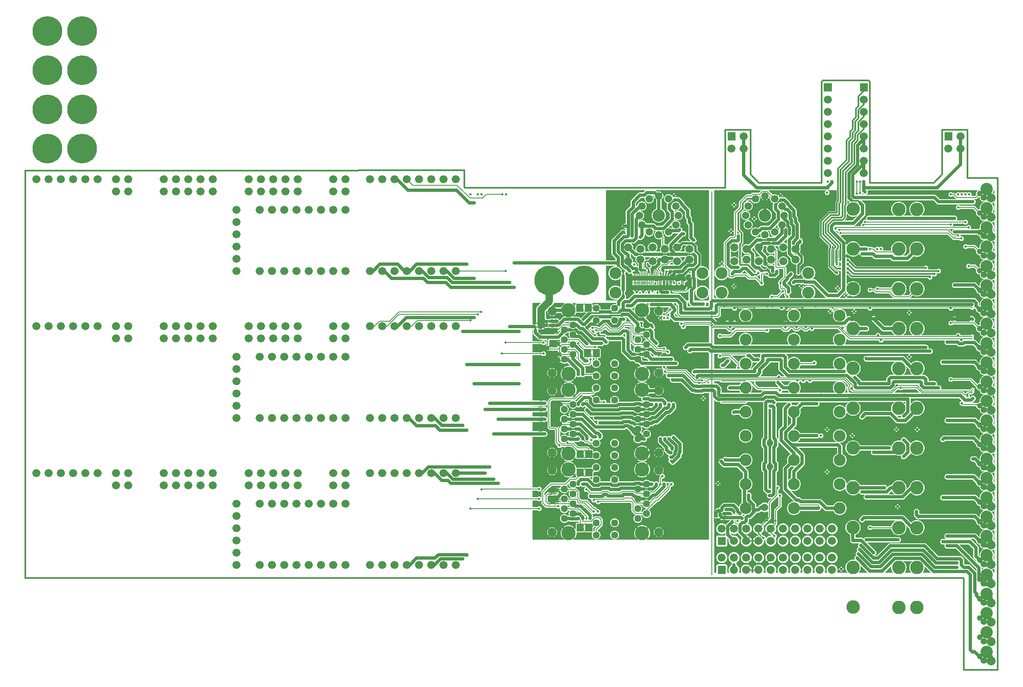
<source format=gbr>
G04 This is an RS-274x file exported by *
G04 gerbv version 2.7.0 *
G04 More information is available about gerbv at *
G04 http://gerbv.geda-project.org/ *
G04 --End of header info--*
%MOIN*%
%FSLAX36Y36*%
%IPPOS*%
G04 --Define apertures--*
%ADD10C,0.0100*%
%ADD11C,0.0060*%
%ADD12C,0.0040*%
%ADD13C,0.0033*%
%ADD14C,0.0041*%
%ADD15C,0.0080*%
%ADD16C,0.0001*%
%ADD17C,0.0250*%
%ADD18C,0.0140*%
%ADD19C,0.0120*%
%ADD20C,0.0180*%
%ADD21C,0.0160*%
%ADD22C,0.0150*%
%ADD23C,0.0600*%
%ADD24C,0.0200*%
%ADD25C,0.0945*%
%ADD26C,0.0394*%
%ADD27C,0.0669*%
%ADD28C,0.0472*%
%ADD29C,0.1043*%
%ADD30C,0.0906*%
%ADD31C,0.1102*%
%ADD32C,0.0512*%
%ADD33C,0.2362*%
%ADD34C,0.0551*%
%ADD35C,0.0240*%
%ADD36C,0.0118*%
%ADD37C,0.0350*%
%ADD38C,0.0787*%
%ADD39C,0.0197*%
%ADD40C,0.0492*%
%ADD41C,0.0295*%
%ADD42C,0.0886*%
%ADD43C,0.0380*%
%ADD44C,0.0630*%
%ADD45C,0.0354*%
%ADD46C,0.1870*%
%ADD47C,0.1005*%
%ADD48C,0.0454*%
%ADD49C,0.0729*%
%ADD50C,0.0532*%
%ADD51C,0.1103*%
%ADD52C,0.0660*%
%ADD53C,0.0966*%
%ADD54C,0.1162*%
%ADD55C,0.0572*%
%ADD56C,0.2422*%
%ADD57C,0.0960*%
%ADD58C,0.0611*%
%ADD59C,0.0790*%
%ADD60C,0.0490*%
%ADD61C,0.0300*%
%ADD62C,0.0890*%
%ADD63C,0.0510*%
%ADD64C,0.0940*%
%ADD65C,0.0390*%
G04 --Start main section--*
G54D10*
G01X6515750Y3364170D02*
G01X6486220Y3364170D01*
G01X6515750Y3364170D02*
G01X6515750Y3393700D01*
G01X6148030Y3059060D02*
G01X6148030Y3055510D01*
G01X6148030Y3055510D02*
G01X6102360Y3009840D01*
G01X6013780Y5106300D02*
G01X5875980Y5106300D01*
G01X6013780Y4968500D02*
G01X6013780Y5106300D01*
G01X5875980Y4968500D02*
G01X6013780Y4968500D01*
G01X5875980Y5106300D02*
G01X5875980Y4968500D01*
G54D11*
G01X5851000Y5093000D02*
G01X5841000Y5093000D01*
G54D10*
G01X6407480Y5106300D02*
G01X6269690Y5106300D01*
G01X6515750Y5135830D02*
G01X6515750Y5106300D01*
G01X6515750Y5135830D02*
G01X6486220Y5135830D01*
G01X6407480Y4968500D02*
G01X6407480Y5106300D01*
G01X6269690Y4968500D02*
G01X6407480Y4968500D01*
G01X6269690Y5106300D02*
G01X6269690Y4968500D01*
G01X5767720Y5135830D02*
G01X5767720Y5106300D01*
G54D11*
G01X5851000Y4723000D02*
G01X5841000Y4723000D01*
G01X5851000Y4502000D02*
G01X5841000Y4502000D01*
G01X5851000Y4330000D02*
G01X5841000Y4330000D01*
G54D10*
G01X5767720Y5135830D02*
G01X5797240Y5135830D01*
G54D11*
G01X5748000Y5158000D02*
G01X5945000Y5158000D01*
G01X5748000Y5165000D02*
G01X5748000Y5151000D01*
G01X5945000Y5151000D02*
G01X5945000Y5165000D01*
G54D10*
G01X6122050Y5135830D02*
G01X6092520Y5135830D01*
G01X6122050Y5135830D02*
G01X6122050Y5106300D01*
G01X6161420Y5135830D02*
G01X6161420Y5106300D01*
G01X6161420Y5135830D02*
G01X6190940Y5135830D01*
G54D11*
G01X4301180Y5007870D02*
G01X4301180Y4909450D01*
G01X4301180Y4909450D02*
G01X4212600Y4958660D01*
G01X4212600Y4958660D02*
G01X4301180Y5007870D01*
G54D10*
G01X7283460Y5529530D02*
G01X7283460Y5519690D01*
G01X7283460Y5519690D02*
G01X7293310Y5519690D01*
G01X7401570Y5529530D02*
G01X7401570Y5519690D01*
G01X7401570Y5519690D02*
G01X7391730Y5519690D01*
G01X7283460Y5627950D02*
G01X7283460Y5637800D01*
G01X7283460Y5637800D02*
G01X7293310Y5637800D01*
G01X7401570Y5637800D02*
G01X7401570Y5627950D01*
G01X7401570Y5637800D02*
G01X7391730Y5637800D01*
G01X6870080Y5637800D02*
G01X6879920Y5637800D01*
G01X6879920Y5637800D02*
G01X6879920Y5627950D01*
G01X6761810Y5637800D02*
G01X6771650Y5637800D01*
G01X6761810Y5637800D02*
G01X6761810Y5627950D01*
G01X6879920Y5519690D02*
G01X6879920Y5529530D01*
G01X6879920Y5519690D02*
G01X6870080Y5519690D01*
G01X6761810Y5519690D02*
G01X6771650Y5519690D01*
G01X6761810Y5519690D02*
G01X6761810Y5529530D01*
G01X6122050Y3364170D02*
G01X6092520Y3364170D01*
G01X6122050Y3364170D02*
G01X6122050Y3393700D01*
G01X6161420Y3364170D02*
G01X6190940Y3364170D01*
G01X6161420Y3364170D02*
G01X6161420Y3393700D01*
G01X5948030Y3196850D02*
G01X6048030Y3196850D01*
G01X6148030Y3296850D02*
G01X6148030Y3291730D01*
G01X6102360Y3246060D02*
G01X6148030Y3291730D01*
G01X5948030Y2959060D02*
G01X6048030Y2959060D01*
G01X5767720Y3364170D02*
G01X5797240Y3364170D01*
G01X5767720Y3364170D02*
G01X5767720Y3393700D01*
G54D11*
G01X5777560Y3403540D02*
G01X5688980Y3354330D01*
G01X5688980Y3452760D02*
G01X5777560Y3403540D01*
G01X5688980Y3452760D02*
G01X5688980Y3354330D01*
G01X5669290Y2921260D02*
G01X5669290Y6051180D01*
G54D12*
G01X5935040Y3010310D02*
G01X5955040Y3010310D01*
G01X5945040Y3000310D02*
G01X5945040Y3020310D01*
G01X5967040Y2995310D02*
G01X5972040Y2990310D01*
G01X5972040Y2990310D02*
G01X5987040Y2990310D01*
G01X5987040Y2990310D02*
G01X5992040Y2995310D01*
G01X5992040Y2995310D02*
G01X5992040Y3005310D01*
G01X5967040Y3030310D02*
G01X5992040Y3005310D01*
G01X5967040Y3030310D02*
G01X5992040Y3030310D01*
G01X6004040Y3015310D02*
G01X6024040Y2990310D01*
G01X6004040Y3015310D02*
G01X6029040Y3015310D01*
G01X6024040Y2990310D02*
G01X6024040Y3030310D01*
G01X6041040Y2990310D02*
G01X6051040Y3030310D01*
G01X6051040Y3030310D02*
G01X6061040Y2990310D01*
G01X5935040Y3246540D02*
G01X5955040Y3246540D01*
G01X5945040Y3236540D02*
G01X5945040Y3256540D01*
G01X5967040Y3231540D02*
G01X5972040Y3226540D01*
G01X5972040Y3226540D02*
G01X5987040Y3226540D01*
G01X5987040Y3226540D02*
G01X5992040Y3231540D01*
G01X5992040Y3231540D02*
G01X5992040Y3241540D01*
G01X5967040Y3266540D02*
G01X5992040Y3241540D01*
G01X5967040Y3266540D02*
G01X5992040Y3266540D01*
G01X6004040Y3251540D02*
G01X6024040Y3226540D01*
G01X6004040Y3251540D02*
G01X6029040Y3251540D01*
G01X6024040Y3226540D02*
G01X6024040Y3266540D01*
G01X6041040Y3226540D02*
G01X6051040Y3266540D01*
G01X6051040Y3266540D02*
G01X6061040Y3226540D01*
G54D13*
G01X4250330Y4905350D02*
G01X4283130Y4905350D01*
G01X4250330Y4894690D02*
G01X4256070Y4888950D01*
G01X4256070Y4888950D02*
G01X4277390Y4888950D01*
G01X4283130Y4894690D02*
G01X4277390Y4888950D01*
G01X4283130Y4894690D02*
G01X4283130Y4909450D01*
G01X4250330Y4894690D02*
G01X4250330Y4909450D01*
G01X4258530Y4879110D02*
G01X4283130Y4879110D01*
G01X4258530Y4879110D02*
G01X4250330Y4873370D01*
G01X4250330Y4864350D02*
G01X4250330Y4873370D01*
G01X4250330Y4864350D02*
G01X4258530Y4858610D01*
G01X4258530Y4858610D02*
G01X4283130Y4858610D01*
G01X4266730Y4858610D02*
G01X4266730Y4879110D01*
G01X4250330Y4848770D02*
G01X4283130Y4848770D01*
G01X4250330Y4848770D02*
G01X4283130Y4828270D01*
G01X4250330Y4828270D02*
G01X4283130Y4828270D01*
G01X4250330Y4802030D02*
G01X4254430Y4797930D01*
G01X4250330Y4802030D02*
G01X4250330Y4814330D01*
G01X4254430Y4818430D02*
G01X4250330Y4814330D01*
G01X4254430Y4818430D02*
G01X4279030Y4818430D01*
G01X4279030Y4818430D02*
G01X4283130Y4814330D01*
G01X4283130Y4802030D02*
G01X4283130Y4814330D01*
G01X4283130Y4802030D02*
G01X4279030Y4797930D01*
G01X4270830Y4797930D02*
G01X4279030Y4797930D01*
G01X4266730Y4802030D02*
G01X4270830Y4797930D01*
G01X4266730Y4802030D02*
G01X4266730Y4810230D01*
G01X4265090Y4775790D02*
G01X4265090Y4788090D01*
G01X4283130Y4771690D02*
G01X4283130Y4788090D01*
G01X4250330Y4788090D02*
G01X4283130Y4788090D01*
G01X4250330Y4771690D02*
G01X4250330Y4788090D01*
G01X4250330Y4745450D02*
G01X4250330Y4761850D01*
G01X4250330Y4745450D02*
G01X4254430Y4741350D01*
G01X4254430Y4741350D02*
G01X4262630Y4741350D01*
G01X4266730Y4745450D02*
G01X4262630Y4741350D01*
G01X4266730Y4745450D02*
G01X4266730Y4757750D01*
G01X4250330Y4757750D02*
G01X4283130Y4757750D01*
G01X4266730Y4751190D02*
G01X4283130Y4741350D01*
G01X4262630Y4727410D02*
G01X4262630Y4731510D01*
G01X4270830Y4727410D02*
G01X4270830Y4731510D01*
G01X4250330Y4698710D02*
G01X4283130Y4698710D01*
G01X4250330Y4686410D02*
G01X4250330Y4702810D01*
G01X4250330Y4686410D02*
G01X4254430Y4682310D01*
G01X4254430Y4682310D02*
G01X4262630Y4682310D01*
G01X4266730Y4686410D02*
G01X4262630Y4682310D01*
G01X4266730Y4686410D02*
G01X4266730Y4698710D01*
G01X4270830Y4668370D02*
G01X4283130Y4668370D01*
G01X4270830Y4668370D02*
G01X4266730Y4664270D01*
G01X4266730Y4656070D02*
G01X4266730Y4664270D01*
G01X4266730Y4672470D02*
G01X4270830Y4668370D01*
G01X4270830Y4646230D02*
G01X4279030Y4646230D01*
G01X4270830Y4646230D02*
G01X4266730Y4642130D01*
G01X4266730Y4633930D02*
G01X4266730Y4642130D01*
G01X4266730Y4633930D02*
G01X4270830Y4629830D01*
G01X4270830Y4629830D02*
G01X4279030Y4629830D01*
G01X4283130Y4633930D02*
G01X4279030Y4629830D01*
G01X4283130Y4633930D02*
G01X4283130Y4642130D01*
G01X4279030Y4646230D02*
G01X4283130Y4642130D01*
G01X4270830Y4615890D02*
G01X4283130Y4615890D01*
G01X4270830Y4615890D02*
G01X4266730Y4611790D01*
G01X4266730Y4607690D02*
G01X4266730Y4611790D01*
G01X4266730Y4607690D02*
G01X4270830Y4603590D01*
G01X4270830Y4603590D02*
G01X4283130Y4603590D01*
G01X4270830Y4603590D02*
G01X4266730Y4599490D01*
G01X4266730Y4595390D02*
G01X4266730Y4599490D01*
G01X4266730Y4595390D02*
G01X4270830Y4591290D01*
G01X4270830Y4591290D02*
G01X4283130Y4591290D01*
G01X4266730Y4619990D02*
G01X4270830Y4615890D01*
G54D14*
G01X4258530Y4581450D02*
G01X4259350Y4581450D01*
G54D13*
G01X4270830Y4581450D02*
G01X4283130Y4581450D01*
G01X4270830Y4569150D02*
G01X4283130Y4569150D01*
G01X4270830Y4569150D02*
G01X4266730Y4565050D01*
G01X4266730Y4560950D02*
G01X4266730Y4565050D01*
G01X4266730Y4560950D02*
G01X4270830Y4556850D01*
G01X4270830Y4556850D02*
G01X4283130Y4556850D01*
G01X4266730Y4573250D02*
G01X4270830Y4569150D01*
G01X4283130Y4530610D02*
G01X4283130Y4542910D01*
G01X4279030Y4547010D02*
G01X4283130Y4542910D01*
G01X4270830Y4547010D02*
G01X4279030Y4547010D01*
G01X4270830Y4547010D02*
G01X4266730Y4542910D01*
G01X4266730Y4534710D02*
G01X4266730Y4542910D01*
G01X4266730Y4534710D02*
G01X4270830Y4530610D01*
G01X4274930Y4530610D02*
G01X4274930Y4547010D01*
G01X4270830Y4530610D02*
G01X4274930Y4530610D01*
G01X4270830Y4516670D02*
G01X4283130Y4516670D01*
G01X4270830Y4516670D02*
G01X4266730Y4512570D01*
G01X4266730Y4508470D02*
G01X4266730Y4512570D01*
G01X4266730Y4508470D02*
G01X4270830Y4504370D01*
G01X4270830Y4504370D02*
G01X4283130Y4504370D01*
G01X4266730Y4520770D02*
G01X4270830Y4516670D01*
G01X4250330Y4490430D02*
G01X4279030Y4490430D01*
G01X4279030Y4490430D02*
G01X4283130Y4486330D01*
G01X4262630Y4486330D02*
G01X4262630Y4494530D01*
G01X4250330Y4478130D02*
G01X4279030Y4478130D01*
G01X4279030Y4478130D02*
G01X4283130Y4474030D01*
G01X4266730Y4465830D02*
G01X4279030Y4465830D01*
G01X4279030Y4465830D02*
G01X4283130Y4461730D01*
G01X4266730Y4449430D02*
G01X4291330Y4449430D01*
G01X4295430Y4453530D02*
G01X4291330Y4449430D01*
G01X4295430Y4453530D02*
G01X4295430Y4461730D01*
G01X4291330Y4465830D02*
G01X4295430Y4461730D01*
G01X4283130Y4453530D02*
G01X4283130Y4461730D01*
G01X4283130Y4453530D02*
G01X4279030Y4449430D01*
G01X4250330Y4424830D02*
G01X4279030Y4424830D01*
G01X4279030Y4424830D02*
G01X4283130Y4420730D01*
G01X4266730Y4400230D02*
G01X4270830Y4396130D01*
G01X4266730Y4400230D02*
G01X4266730Y4408430D01*
G01X4270830Y4412530D02*
G01X4266730Y4408430D01*
G01X4270830Y4412530D02*
G01X4279030Y4412530D01*
G01X4279030Y4412530D02*
G01X4283130Y4408430D01*
G01X4266730Y4396130D02*
G01X4279030Y4396130D01*
G01X4279030Y4396130D02*
G01X4283130Y4392030D01*
G01X4283130Y4400230D02*
G01X4283130Y4408430D01*
G01X4283130Y4400230D02*
G01X4279030Y4396130D01*
G01X4250330Y4382190D02*
G01X4283130Y4382190D01*
G01X4279030Y4382190D02*
G01X4283130Y4378090D01*
G01X4283130Y4369890D02*
G01X4283130Y4378090D01*
G01X4283130Y4369890D02*
G01X4279030Y4365790D01*
G01X4270830Y4365790D02*
G01X4279030Y4365790D01*
G01X4266730Y4369890D02*
G01X4270830Y4365790D01*
G01X4266730Y4369890D02*
G01X4266730Y4378090D01*
G01X4270830Y4382190D02*
G01X4266730Y4378090D01*
G01X4283130Y4339550D02*
G01X4283130Y4351850D01*
G01X4279030Y4355950D02*
G01X4283130Y4351850D01*
G01X4270830Y4355950D02*
G01X4279030Y4355950D01*
G01X4270830Y4355950D02*
G01X4266730Y4351850D01*
G01X4266730Y4343650D02*
G01X4266730Y4351850D01*
G01X4266730Y4343650D02*
G01X4270830Y4339550D01*
G01X4274930Y4339550D02*
G01X4274930Y4355950D01*
G01X4270830Y4339550D02*
G01X4274930Y4339550D01*
G01X4250330Y4329710D02*
G01X4279030Y4329710D01*
G01X4279030Y4329710D02*
G01X4283130Y4325610D01*
G54D14*
G01X4258530Y4302650D02*
G01X4259350Y4302650D01*
G54D13*
G01X4270830Y4302650D02*
G01X4283130Y4302650D01*
G01X4254430Y4290350D02*
G01X4283130Y4290350D01*
G01X4254430Y4290350D02*
G01X4250330Y4286250D01*
G01X4250330Y4282150D02*
G01X4250330Y4286250D01*
G01X4266730Y4286250D02*
G01X4266730Y4294450D01*
G01X4270830Y4255090D02*
G01X4283130Y4255090D01*
G01X4270830Y4255090D02*
G01X4266730Y4250990D01*
G01X4266730Y4246890D02*
G01X4266730Y4250990D01*
G01X4266730Y4246890D02*
G01X4270830Y4242790D01*
G01X4270830Y4242790D02*
G01X4283130Y4242790D01*
G01X4270830Y4242790D02*
G01X4266730Y4238690D01*
G01X4266730Y4234590D02*
G01X4266730Y4238690D01*
G01X4266730Y4234590D02*
G01X4270830Y4230490D01*
G01X4270830Y4230490D02*
G01X4283130Y4230490D01*
G01X4266730Y4259190D02*
G01X4270830Y4255090D01*
G01X4270830Y4220650D02*
G01X4279030Y4220650D01*
G01X4270830Y4220650D02*
G01X4266730Y4216550D01*
G01X4266730Y4208350D02*
G01X4266730Y4216550D01*
G01X4266730Y4208350D02*
G01X4270830Y4204250D01*
G01X4270830Y4204250D02*
G01X4279030Y4204250D01*
G01X4283130Y4208350D02*
G01X4279030Y4204250D01*
G01X4283130Y4208350D02*
G01X4283130Y4216550D01*
G01X4279030Y4220650D02*
G01X4283130Y4216550D01*
G01X4250330Y4178010D02*
G01X4283130Y4178010D01*
G01X4283130Y4182110D02*
G01X4279030Y4178010D01*
G01X4283130Y4182110D02*
G01X4283130Y4190310D01*
G01X4279030Y4194410D02*
G01X4283130Y4190310D01*
G01X4270830Y4194410D02*
G01X4279030Y4194410D01*
G01X4270830Y4194410D02*
G01X4266730Y4190310D01*
G01X4266730Y4182110D02*
G01X4266730Y4190310D01*
G01X4266730Y4182110D02*
G01X4270830Y4178010D01*
G54D14*
G01X4258530Y4168170D02*
G01X4259350Y4168170D01*
G54D13*
G01X4270830Y4168170D02*
G01X4283130Y4168170D01*
G01X4254430Y4155870D02*
G01X4283130Y4155870D01*
G01X4254430Y4155870D02*
G01X4250330Y4151770D01*
G01X4250330Y4147670D02*
G01X4250330Y4151770D01*
G01X4266730Y4151770D02*
G01X4266730Y4159970D01*
G54D14*
G01X4258530Y4139470D02*
G01X4259350Y4139470D01*
G54D13*
G01X4270830Y4139470D02*
G01X4283130Y4139470D01*
G01X4283130Y4114870D02*
G01X4283130Y4127170D01*
G01X4279030Y4131270D02*
G01X4283130Y4127170D01*
G01X4270830Y4131270D02*
G01X4279030Y4131270D01*
G01X4270830Y4131270D02*
G01X4266730Y4127170D01*
G01X4266730Y4118970D02*
G01X4266730Y4127170D01*
G01X4266730Y4118970D02*
G01X4270830Y4114870D01*
G01X4274930Y4114870D02*
G01X4274930Y4131270D01*
G01X4270830Y4114870D02*
G01X4274930Y4114870D01*
G01X4250330Y4088630D02*
G01X4283130Y4088630D01*
G01X4283130Y4092730D02*
G01X4279030Y4088630D01*
G01X4283130Y4092730D02*
G01X4283130Y4100930D01*
G01X4279030Y4105030D02*
G01X4283130Y4100930D01*
G01X4270830Y4105030D02*
G01X4279030Y4105030D01*
G01X4270830Y4105030D02*
G01X4266730Y4100930D01*
G01X4266730Y4092730D02*
G01X4266730Y4100930D01*
G01X4266730Y4092730D02*
G01X4270830Y4088630D01*
G01X4279030Y4078790D02*
G01X4283130Y4078790D01*
G01X4250330Y4078790D02*
G01X4270830Y4078790D01*
G54D12*
G01X4277280Y4958660D02*
G01X4282280Y4958660D01*
G01X4242280Y4958660D02*
G01X4267280Y4958660D01*
G01X5707870Y3403540D02*
G01X5712870Y3403540D01*
G01X5722870Y3403540D02*
G01X5747870Y3403540D01*
G54D13*
G01X5716870Y3456860D02*
G01X5749670Y3456860D01*
G01X5749670Y3467520D02*
G01X5743930Y3473260D01*
G01X5722610Y3473260D02*
G01X5743930Y3473260D01*
G01X5716870Y3467520D02*
G01X5722610Y3473260D01*
G01X5716870Y3452760D02*
G01X5716870Y3467520D01*
G01X5749670Y3452760D02*
G01X5749670Y3467520D01*
G01X5716870Y3483100D02*
G01X5741470Y3483100D01*
G01X5741470Y3483100D02*
G01X5749670Y3488840D01*
G01X5749670Y3488840D02*
G01X5749670Y3497860D01*
G01X5749670Y3497860D02*
G01X5741470Y3503600D01*
G01X5716870Y3503600D02*
G01X5741470Y3503600D01*
G01X5733270Y3483100D02*
G01X5733270Y3503600D01*
G01X5716870Y3513440D02*
G01X5749670Y3513440D01*
G01X5749670Y3513440D02*
G01X5716870Y3533940D01*
G01X5716870Y3533940D02*
G01X5749670Y3533940D01*
G01X5749670Y3560180D02*
G01X5745570Y3564280D01*
G01X5749670Y3547880D02*
G01X5749670Y3560180D01*
G01X5745570Y3543780D02*
G01X5749670Y3547880D01*
G01X5720970Y3543780D02*
G01X5745570Y3543780D01*
G01X5720970Y3543780D02*
G01X5716870Y3547880D01*
G01X5716870Y3547880D02*
G01X5716870Y3560180D01*
G01X5716870Y3560180D02*
G01X5720970Y3564280D01*
G01X5720970Y3564280D02*
G01X5729170Y3564280D01*
G01X5733270Y3560180D02*
G01X5729170Y3564280D01*
G01X5733270Y3551980D02*
G01X5733270Y3560180D01*
G01X5734910Y3574120D02*
G01X5734910Y3586420D01*
G01X5716870Y3574120D02*
G01X5716870Y3590520D01*
G01X5716870Y3574120D02*
G01X5749670Y3574120D01*
G01X5749670Y3574120D02*
G01X5749670Y3590520D01*
G01X5749670Y3600360D02*
G01X5749670Y3616760D01*
G01X5749670Y3616760D02*
G01X5745570Y3620860D01*
G01X5737370Y3620860D02*
G01X5745570Y3620860D01*
G01X5733270Y3616760D02*
G01X5737370Y3620860D01*
G01X5733270Y3604460D02*
G01X5733270Y3616760D01*
G01X5716870Y3604460D02*
G01X5749670Y3604460D01*
G01X5733270Y3611020D02*
G01X5716870Y3620860D01*
G01X5737370Y3630700D02*
G01X5737370Y3634800D01*
G01X5729170Y3630700D02*
G01X5729170Y3634800D01*
G01X5716870Y3665140D02*
G01X5716870Y3675800D01*
G01X5722610Y3659400D02*
G01X5716870Y3665140D01*
G01X5722610Y3659400D02*
G01X5743930Y3659400D01*
G01X5743930Y3659400D02*
G01X5749670Y3665140D01*
G01X5749670Y3665140D02*
G01X5749670Y3675800D01*
G01X5720970Y3685640D02*
G01X5729170Y3685640D01*
G01X5729170Y3685640D02*
G01X5733270Y3689740D01*
G01X5733270Y3689740D02*
G01X5733270Y3697940D01*
G01X5733270Y3697940D02*
G01X5729170Y3702040D01*
G01X5720970Y3702040D02*
G01X5729170Y3702040D01*
G01X5716870Y3697940D02*
G01X5720970Y3702040D01*
G01X5716870Y3689740D02*
G01X5716870Y3697940D01*
G01X5720970Y3685640D02*
G01X5716870Y3689740D01*
G01X5716870Y3715980D02*
G01X5729170Y3715980D01*
G01X5729170Y3715980D02*
G01X5733270Y3720080D01*
G01X5733270Y3720080D02*
G01X5733270Y3724180D01*
G01X5733270Y3724180D02*
G01X5729170Y3728280D01*
G01X5716870Y3728280D02*
G01X5729170Y3728280D01*
G01X5733270Y3711880D02*
G01X5729170Y3715980D01*
G01X5716870Y3742220D02*
G01X5745570Y3742220D01*
G01X5745570Y3742220D02*
G01X5749670Y3746320D01*
G01X5749670Y3746320D02*
G01X5749670Y3750420D01*
G01X5733270Y3738120D02*
G01X5733270Y3746320D01*
G54D14*
G01X5740650Y3758620D02*
G01X5741470Y3758620D01*
G54D13*
G01X5716870Y3758620D02*
G01X5729170Y3758620D01*
G01X5733270Y3779120D02*
G01X5729170Y3783220D01*
G01X5733270Y3770920D02*
G01X5733270Y3779120D01*
G01X5729170Y3766820D02*
G01X5733270Y3770920D01*
G01X5720970Y3766820D02*
G01X5729170Y3766820D01*
G01X5720970Y3766820D02*
G01X5716870Y3770920D01*
G01X5716870Y3770920D02*
G01X5716870Y3779120D01*
G01X5716870Y3779120D02*
G01X5720970Y3783220D01*
G01X5708670Y3766820D02*
G01X5704570Y3770920D01*
G01X5704570Y3770920D02*
G01X5704570Y3779120D01*
G01X5704570Y3779120D02*
G01X5708670Y3783220D01*
G01X5708670Y3783220D02*
G01X5733270Y3783220D01*
G01X5720970Y3793060D02*
G01X5733270Y3793060D01*
G01X5720970Y3793060D02*
G01X5716870Y3797160D01*
G01X5716870Y3797160D02*
G01X5716870Y3805360D01*
G01X5716870Y3805360D02*
G01X5720970Y3809460D01*
G01X5720970Y3809460D02*
G01X5733270Y3809460D01*
G01X5716870Y3823400D02*
G01X5729170Y3823400D01*
G01X5729170Y3823400D02*
G01X5733270Y3827500D01*
G01X5733270Y3827500D02*
G01X5733270Y3835700D01*
G01X5733270Y3819300D02*
G01X5729170Y3823400D01*
G01X5716870Y3849640D02*
G01X5716870Y3861940D01*
G01X5720970Y3845540D02*
G01X5716870Y3849640D01*
G01X5720970Y3845540D02*
G01X5729170Y3845540D01*
G01X5729170Y3845540D02*
G01X5733270Y3849640D01*
G01X5733270Y3849640D02*
G01X5733270Y3857840D01*
G01X5733270Y3857840D02*
G01X5729170Y3861940D01*
G01X5725070Y3845540D02*
G01X5725070Y3861940D01*
G01X5725070Y3861940D02*
G01X5729170Y3861940D01*
G01X5733270Y3898840D02*
G01X5729170Y3902940D01*
G01X5733270Y3890640D02*
G01X5733270Y3898840D01*
G01X5729170Y3886540D02*
G01X5733270Y3890640D01*
G01X5720970Y3886540D02*
G01X5729170Y3886540D01*
G01X5720970Y3886540D02*
G01X5716870Y3890640D01*
G01X5720970Y3902940D02*
G01X5733270Y3902940D01*
G01X5720970Y3902940D02*
G01X5716870Y3907040D01*
G01X5716870Y3890640D02*
G01X5716870Y3898840D01*
G01X5716870Y3898840D02*
G01X5720970Y3902940D01*
G01X5716870Y3920980D02*
G01X5729170Y3920980D01*
G01X5729170Y3920980D02*
G01X5733270Y3925080D01*
G01X5733270Y3925080D02*
G01X5733270Y3929180D01*
G01X5733270Y3929180D02*
G01X5729170Y3933280D01*
G01X5716870Y3933280D02*
G01X5729170Y3933280D01*
G01X5733270Y3916880D02*
G01X5729170Y3920980D01*
G01X5716870Y3959520D02*
G01X5749670Y3959520D01*
G01X5716870Y3955420D02*
G01X5720970Y3959520D01*
G01X5716870Y3947220D02*
G01X5716870Y3955420D01*
G01X5720970Y3943120D02*
G01X5716870Y3947220D01*
G01X5720970Y3943120D02*
G01X5729170Y3943120D01*
G01X5729170Y3943120D02*
G01X5733270Y3947220D01*
G01X5733270Y3947220D02*
G01X5733270Y3955420D01*
G01X5733270Y3955420D02*
G01X5729170Y3959520D01*
G01X5749670Y3984120D02*
G01X5716870Y3992320D01*
G01X5716870Y3992320D02*
G01X5749670Y4000520D01*
G01X5716870Y4014460D02*
G01X5716870Y4026760D01*
G01X5720970Y4010360D02*
G01X5716870Y4014460D01*
G01X5720970Y4010360D02*
G01X5729170Y4010360D01*
G01X5729170Y4010360D02*
G01X5733270Y4014460D01*
G01X5733270Y4014460D02*
G01X5733270Y4022660D01*
G01X5733270Y4022660D02*
G01X5729170Y4026760D01*
G01X5725070Y4010360D02*
G01X5725070Y4026760D01*
G01X5725070Y4026760D02*
G01X5729170Y4026760D01*
G01X5716870Y4040700D02*
G01X5729170Y4040700D01*
G01X5729170Y4040700D02*
G01X5733270Y4044800D01*
G01X5733270Y4044800D02*
G01X5733270Y4053000D01*
G01X5733270Y4036600D02*
G01X5729170Y4040700D01*
G54D14*
G01X5740650Y4062840D02*
G01X5741470Y4062840D01*
G54D13*
G01X5716870Y4062840D02*
G01X5729170Y4062840D01*
G01X5716870Y4075140D02*
G01X5745570Y4075140D01*
G01X5745570Y4075140D02*
G01X5749670Y4079240D01*
G01X5749670Y4079240D02*
G01X5749670Y4083340D01*
G01X5733270Y4071040D02*
G01X5733270Y4079240D01*
G01X5720970Y4091540D02*
G01X5733270Y4091540D01*
G01X5720970Y4091540D02*
G01X5716870Y4095640D01*
G01X5708670Y4107940D02*
G01X5733270Y4107940D01*
G01X5704570Y4103840D02*
G01X5708670Y4107940D01*
G01X5704570Y4095640D02*
G01X5704570Y4103840D01*
G01X5708670Y4091540D02*
G01X5704570Y4095640D01*
G01X5716870Y4095640D02*
G01X5716870Y4103840D01*
G01X5716870Y4103840D02*
G01X5720970Y4107940D01*
G01X5720970Y4132540D02*
G01X5749670Y4132540D01*
G01X5720970Y4132540D02*
G01X5716870Y4136640D01*
G01X5716870Y4148940D02*
G01X5716870Y4161240D01*
G01X5720970Y4144840D02*
G01X5716870Y4148940D01*
G01X5720970Y4144840D02*
G01X5729170Y4144840D01*
G01X5729170Y4144840D02*
G01X5733270Y4148940D01*
G01X5733270Y4148940D02*
G01X5733270Y4157140D01*
G01X5733270Y4157140D02*
G01X5729170Y4161240D01*
G01X5725070Y4144840D02*
G01X5725070Y4161240D01*
G01X5725070Y4161240D02*
G01X5729170Y4161240D01*
G01X5733270Y4183380D02*
G01X5729170Y4187480D01*
G01X5733270Y4175180D02*
G01X5733270Y4183380D01*
G01X5729170Y4171080D02*
G01X5733270Y4175180D01*
G01X5720970Y4171080D02*
G01X5729170Y4171080D01*
G01X5720970Y4171080D02*
G01X5716870Y4175180D01*
G01X5716870Y4175180D02*
G01X5716870Y4183380D01*
G01X5716870Y4183380D02*
G01X5720970Y4187480D01*
G01X5708670Y4171080D02*
G01X5704570Y4175180D01*
G01X5704570Y4175180D02*
G01X5704570Y4183380D01*
G01X5704570Y4183380D02*
G01X5708670Y4187480D01*
G01X5708670Y4187480D02*
G01X5733270Y4187480D01*
G01X5733270Y4209620D02*
G01X5729170Y4213720D01*
G01X5733270Y4201420D02*
G01X5733270Y4209620D01*
G01X5729170Y4197320D02*
G01X5733270Y4201420D01*
G01X5720970Y4197320D02*
G01X5729170Y4197320D01*
G01X5720970Y4197320D02*
G01X5716870Y4201420D01*
G01X5720970Y4213720D02*
G01X5733270Y4213720D01*
G01X5720970Y4213720D02*
G01X5716870Y4217820D01*
G01X5716870Y4201420D02*
G01X5716870Y4209620D01*
G01X5716870Y4209620D02*
G01X5720970Y4213720D01*
G01X5733270Y4231760D02*
G01X5733270Y4244060D01*
G01X5729170Y4227660D02*
G01X5733270Y4231760D01*
G01X5720970Y4227660D02*
G01X5729170Y4227660D01*
G01X5720970Y4227660D02*
G01X5716870Y4231760D01*
G01X5716870Y4231760D02*
G01X5716870Y4244060D01*
G01X5720970Y4253900D02*
G01X5733270Y4253900D01*
G01X5720970Y4253900D02*
G01X5716870Y4258000D01*
G01X5708670Y4270300D02*
G01X5733270Y4270300D01*
G01X5704570Y4266200D02*
G01X5708670Y4270300D01*
G01X5704570Y4258000D02*
G01X5704570Y4266200D01*
G01X5708670Y4253900D02*
G01X5704570Y4258000D01*
G01X5716870Y4258000D02*
G01X5716870Y4266200D01*
G01X5716870Y4266200D02*
G01X5720970Y4270300D01*
G01X5704570Y4299000D02*
G01X5729170Y4299000D01*
G01X5733270Y4294900D02*
G01X5729170Y4299000D01*
G01X5729170Y4299000D02*
G01X5733270Y4303100D01*
G01X5733270Y4303100D02*
G01X5733270Y4311300D01*
G01X5733270Y4311300D02*
G01X5729170Y4315400D01*
G01X5720970Y4315400D02*
G01X5729170Y4315400D01*
G01X5716870Y4311300D02*
G01X5720970Y4315400D01*
G01X5716870Y4303100D02*
G01X5716870Y4311300D01*
G01X5720970Y4299000D02*
G01X5716870Y4303100D01*
G01X5720970Y4325240D02*
G01X5729170Y4325240D01*
G01X5729170Y4325240D02*
G01X5733270Y4329340D01*
G01X5733270Y4329340D02*
G01X5733270Y4337540D01*
G01X5733270Y4337540D02*
G01X5729170Y4341640D01*
G01X5720970Y4341640D02*
G01X5729170Y4341640D01*
G01X5716870Y4337540D02*
G01X5720970Y4341640D01*
G01X5716870Y4329340D02*
G01X5716870Y4337540D01*
G01X5720970Y4325240D02*
G01X5716870Y4329340D01*
G01X5720970Y4351480D02*
G01X5749670Y4351480D01*
G01X5720970Y4351480D02*
G01X5716870Y4355580D01*
G01X5733270Y4376080D02*
G01X5729170Y4380180D01*
G01X5733270Y4367880D02*
G01X5733270Y4376080D01*
G01X5729170Y4363780D02*
G01X5733270Y4367880D01*
G01X5720970Y4363780D02*
G01X5729170Y4363780D01*
G01X5720970Y4363780D02*
G01X5716870Y4367880D01*
G01X5720970Y4380180D02*
G01X5733270Y4380180D01*
G01X5720970Y4380180D02*
G01X5716870Y4384280D01*
G01X5716870Y4367880D02*
G01X5716870Y4376080D01*
G01X5716870Y4376080D02*
G01X5720970Y4380180D01*
G01X5716870Y4398220D02*
G01X5729170Y4398220D01*
G01X5729170Y4398220D02*
G01X5733270Y4402320D01*
G01X5733270Y4402320D02*
G01X5733270Y4410520D01*
G01X5733270Y4394120D02*
G01X5729170Y4398220D01*
G54D14*
G01X5740650Y4420360D02*
G01X5741470Y4420360D01*
G54D13*
G01X5716870Y4420360D02*
G01X5729170Y4420360D01*
G01X5720970Y4432660D02*
G01X5749670Y4432660D01*
G01X5720970Y4432660D02*
G01X5716870Y4436760D01*
G01X5737370Y4428560D02*
G01X5737370Y4436760D01*
G01X5720970Y4444960D02*
G01X5733270Y4444960D01*
G01X5720970Y4444960D02*
G01X5716870Y4449060D01*
G01X5708670Y4461360D02*
G01X5733270Y4461360D01*
G01X5704570Y4457260D02*
G01X5708670Y4461360D01*
G01X5704570Y4449060D02*
G01X5704570Y4457260D01*
G01X5708670Y4444960D02*
G01X5704570Y4449060D01*
G01X5716870Y4449060D02*
G01X5716870Y4457260D01*
G01X5716870Y4457260D02*
G01X5720970Y4461360D01*
G01X5716870Y4471200D02*
G01X5720970Y4471200D01*
G01X5729170Y4471200D02*
G01X5749670Y4471200D01*
G54D15*
G01X4625640Y3877450D02*
G01X4633500Y3877450D01*
G01X4625640Y3932550D02*
G01X4633500Y3932550D01*
G54D11*
G01X4353500Y3591000D02*
G01X4345500Y3599000D01*
G01X4353500Y3591000D02*
G01X4388500Y3591000D01*
G01X4395500Y3598000D02*
G01X4388500Y3591000D01*
G01X4387500Y3631000D02*
G01X4394500Y3624000D01*
G01X4352500Y3631000D02*
G01X4387500Y3631000D01*
G01X4345500Y3624000D02*
G01X4352500Y3631000D01*
G01X4354000Y3508000D02*
G01X4346000Y3516000D01*
G01X4354000Y3508000D02*
G01X4389000Y3508000D01*
G01X4396000Y3515000D02*
G01X4389000Y3508000D01*
G01X4388000Y3548000D02*
G01X4395000Y3541000D01*
G01X4353000Y3548000D02*
G01X4388000Y3548000D01*
G01X4346000Y3541000D02*
G01X4353000Y3548000D01*
G54D15*
G01X4625640Y3277450D02*
G01X4633500Y3277450D01*
G01X4625640Y3332550D02*
G01X4633500Y3332550D01*
G01X4625640Y3727450D02*
G01X4633500Y3727450D01*
G01X4625640Y3782550D02*
G01X4633500Y3782550D01*
G01X4621500Y5072450D02*
G01X4629360Y5072450D01*
G01X4621500Y5127550D02*
G01X4629360Y5127550D01*
G54D11*
G01X4427500Y4332000D02*
G01X4435500Y4324000D01*
G01X4392500Y4332000D02*
G01X4427500Y4332000D01*
G01X4385500Y4325000D02*
G01X4392500Y4332000D01*
G01X4393500Y4292000D02*
G01X4386500Y4299000D01*
G01X4393500Y4292000D02*
G01X4428500Y4292000D01*
G01X4435500Y4299000D02*
G01X4428500Y4292000D01*
G01X4426500Y4174000D02*
G01X4434500Y4166000D01*
G01X4391500Y4174000D02*
G01X4426500Y4174000D01*
G01X4384500Y4167000D02*
G01X4391500Y4174000D01*
G01X4392500Y4134000D02*
G01X4385500Y4141000D01*
G01X4392500Y4134000D02*
G01X4427500Y4134000D01*
G01X4434500Y4141000D02*
G01X4427500Y4134000D01*
G54D15*
G01X4686070Y4702020D02*
G01X4693930Y4702020D01*
G01X4686070Y4757120D02*
G01X4693930Y4757120D01*
G54D11*
G01X4412500Y4692000D02*
G01X4420500Y4684000D01*
G01X4377500Y4692000D02*
G01X4412500Y4692000D01*
G01X4370500Y4685000D02*
G01X4377500Y4692000D01*
G01X4378500Y4652000D02*
G01X4371500Y4659000D01*
G01X4378500Y4652000D02*
G01X4413500Y4652000D01*
G01X4420500Y4659000D02*
G01X4413500Y4652000D01*
G01X4373500Y4701000D02*
G01X4365500Y4709000D01*
G01X4373500Y4701000D02*
G01X4408500Y4701000D01*
G01X4415500Y4708000D02*
G01X4408500Y4701000D01*
G01X4407500Y4741000D02*
G01X4414500Y4734000D01*
G01X4372500Y4741000D02*
G01X4407500Y4741000D01*
G01X4365500Y4734000D02*
G01X4372500Y4741000D01*
G01X4279000Y4748000D02*
G01X4271000Y4756000D01*
G01X4279000Y4748000D02*
G01X4314000Y4748000D01*
G01X4321000Y4755000D02*
G01X4314000Y4748000D01*
G01X4313000Y4788000D02*
G01X4320000Y4781000D01*
G01X4278000Y4788000D02*
G01X4313000Y4788000D01*
G01X4271000Y4781000D02*
G01X4278000Y4788000D01*
G01X4363500Y4786000D02*
G01X4355500Y4794000D01*
G01X4363500Y4786000D02*
G01X4398500Y4786000D01*
G01X4405500Y4793000D02*
G01X4398500Y4786000D01*
G01X4397500Y4826000D02*
G01X4404500Y4819000D01*
G01X4362500Y4826000D02*
G01X4397500Y4826000D01*
G01X4355500Y4819000D02*
G01X4362500Y4826000D01*
G01X4344000Y4888000D02*
G01X4336000Y4896000D01*
G01X4344000Y4888000D02*
G01X4379000Y4888000D01*
G01X4386000Y4895000D02*
G01X4379000Y4888000D01*
G01X4378000Y4928000D02*
G01X4385000Y4921000D01*
G01X4343000Y4928000D02*
G01X4378000Y4928000D01*
G01X4336000Y4921000D02*
G01X4343000Y4928000D01*
G54D12*
G01X5442910Y5361420D02*
G01X5442910Y5401420D01*
G01X5442910Y5401420D02*
G01X5427910Y5381420D01*
G01X5427910Y5381420D02*
G01X5412910Y5401420D01*
G01X5412910Y5361420D02*
G01X5412910Y5401420D01*
G01X5385910Y5383420D02*
G01X5400910Y5383420D01*
G01X5380910Y5361420D02*
G01X5400910Y5361420D01*
G01X5400910Y5361420D02*
G01X5400910Y5401420D01*
G01X5380910Y5401420D02*
G01X5400910Y5401420D01*
G01X5343910Y5401420D02*
G01X5368910Y5401420D01*
G01X5368910Y5361420D02*
G01X5343910Y5401420D01*
G01X5343910Y5361420D02*
G01X5368910Y5361420D01*
G01X5331910Y5376420D02*
G01X5311910Y5401420D01*
G01X5306910Y5376420D02*
G01X5331910Y5376420D01*
G01X5311910Y5361420D02*
G01X5311910Y5401420D01*
G01X4593930Y5078500D02*
G01X4613930Y5078500D01*
G01X4613930Y5078500D02*
G01X4618930Y5083500D01*
G01X4618930Y5083500D02*
G01X4618930Y5093500D01*
G01X4613930Y5098500D02*
G01X4618930Y5093500D01*
G01X4598930Y5098500D02*
G01X4613930Y5098500D01*
G01X4598930Y5078500D02*
G01X4598930Y5118500D01*
G01X4606930Y5098500D02*
G01X4618930Y5118500D01*
G01X4630930Y5086500D02*
G01X4638930Y5078500D01*
G01X4638930Y5078500D02*
G01X4638930Y5118500D01*
G01X4630930Y5118500D02*
G01X4645930Y5118500D01*
G01X4657930Y5103500D02*
G01X4677930Y5078500D01*
G01X4657930Y5103500D02*
G01X4682930Y5103500D01*
G01X4677930Y5078500D02*
G01X4677930Y5118500D01*
G01X4394690Y5016500D02*
G01X4402690Y5016500D01*
G01X4394690Y4981500D02*
G01X4394690Y5016500D01*
G01X4399690Y4976500D02*
G01X4394690Y4981500D01*
G01X4399690Y4976500D02*
G01X4404690Y4976500D01*
G01X4409690Y4981500D02*
G01X4404690Y4976500D01*
G01X4409690Y4981500D02*
G01X4409690Y4986500D01*
G01X4382690Y5011500D02*
G01X4377690Y5016500D01*
G01X4367690Y5016500D02*
G01X4377690Y5016500D01*
G01X4367690Y5016500D02*
G01X4362690Y5011500D01*
G01X4367690Y4976500D02*
G01X4362690Y4981500D01*
G01X4367690Y4976500D02*
G01X4377690Y4976500D01*
G01X4382690Y4981500D02*
G01X4377690Y4976500D01*
G01X4367690Y4998500D02*
G01X4377690Y4998500D01*
G01X4362690Y5003500D02*
G01X4362690Y5011500D01*
G01X4362690Y4981500D02*
G01X4362690Y4993500D01*
G01X4362690Y4993500D02*
G01X4367690Y4998500D01*
G01X4362690Y5003500D02*
G01X4367690Y4998500D01*
G01X4394690Y4966500D02*
G01X4402690Y4966500D01*
G01X4394690Y4931500D02*
G01X4394690Y4966500D01*
G01X4399690Y4926500D02*
G01X4394690Y4931500D01*
G01X4399690Y4926500D02*
G01X4404690Y4926500D01*
G01X4409690Y4931500D02*
G01X4404690Y4926500D01*
G01X4409690Y4931500D02*
G01X4409690Y4936500D01*
G01X4382690Y4941500D02*
G01X4362690Y4966500D01*
G01X4357690Y4941500D02*
G01X4382690Y4941500D01*
G01X4362690Y4926500D02*
G01X4362690Y4966500D01*
G01X4658500Y4708070D02*
G01X4678500Y4708070D01*
G01X4678500Y4708070D02*
G01X4683500Y4713070D01*
G01X4683500Y4713070D02*
G01X4683500Y4723070D01*
G01X4678500Y4728070D02*
G01X4683500Y4723070D01*
G01X4663500Y4728070D02*
G01X4678500Y4728070D01*
G01X4663500Y4708070D02*
G01X4663500Y4748070D01*
G01X4671500Y4728070D02*
G01X4683500Y4748070D01*
G01X4695500Y4716070D02*
G01X4703500Y4708070D01*
G01X4703500Y4708070D02*
G01X4703500Y4748070D01*
G01X4695500Y4748070D02*
G01X4710500Y4748070D01*
G01X4722500Y4713070D02*
G01X4727500Y4708070D01*
G01X4727500Y4708070D02*
G01X4737500Y4708070D01*
G01X4737500Y4708070D02*
G01X4742500Y4713070D01*
G01X4737500Y4748070D02*
G01X4742500Y4743070D01*
G01X4727500Y4748070D02*
G01X4737500Y4748070D01*
G01X4722500Y4743070D02*
G01X4727500Y4748070D01*
G01X4727500Y4726070D02*
G01X4737500Y4726070D01*
G01X4742500Y4713070D02*
G01X4742500Y4721070D01*
G01X4742500Y4731070D02*
G01X4742500Y4743070D01*
G01X4742500Y4731070D02*
G01X4737500Y4726070D01*
G01X4742500Y4721070D02*
G01X4737500Y4726070D01*
G01X4598070Y3883500D02*
G01X4618070Y3883500D01*
G01X4618070Y3883500D02*
G01X4623070Y3888500D01*
G01X4623070Y3888500D02*
G01X4623070Y3898500D01*
G01X4618070Y3903500D02*
G01X4623070Y3898500D01*
G01X4603070Y3903500D02*
G01X4618070Y3903500D01*
G01X4603070Y3883500D02*
G01X4603070Y3923500D01*
G01X4611070Y3903500D02*
G01X4623070Y3923500D01*
G01X4635070Y3891500D02*
G01X4643070Y3883500D01*
G01X4643070Y3883500D02*
G01X4643070Y3923500D01*
G01X4635070Y3923500D02*
G01X4650070Y3923500D01*
G01X4662070Y3888500D02*
G01X4667070Y3883500D01*
G01X4667070Y3883500D02*
G01X4682070Y3883500D01*
G01X4682070Y3883500D02*
G01X4687070Y3888500D01*
G01X4687070Y3888500D02*
G01X4687070Y3898500D01*
G01X4662070Y3923500D02*
G01X4687070Y3898500D01*
G01X4662070Y3923500D02*
G01X4687070Y3923500D01*
G01X4374500Y3602000D02*
G01X4394500Y3602000D01*
G01X4384500Y3562000D02*
G01X4384500Y3602000D01*
G01X4362500Y3577000D02*
G01X4342500Y3602000D01*
G01X4337500Y3577000D02*
G01X4362500Y3577000D01*
G01X4342500Y3562000D02*
G01X4342500Y3602000D01*
G01X4375000Y3519000D02*
G01X4395000Y3519000D01*
G01X4385000Y3479000D02*
G01X4385000Y3519000D01*
G01X4363000Y3514000D02*
G01X4358000Y3519000D01*
G01X4348000Y3519000D02*
G01X4358000Y3519000D01*
G01X4348000Y3519000D02*
G01X4343000Y3514000D01*
G01X4348000Y3479000D02*
G01X4343000Y3484000D01*
G01X4348000Y3479000D02*
G01X4358000Y3479000D01*
G01X4363000Y3484000D02*
G01X4358000Y3479000D01*
G01X4348000Y3501000D02*
G01X4358000Y3501000D01*
G01X4343000Y3506000D02*
G01X4343000Y3514000D01*
G01X4343000Y3484000D02*
G01X4343000Y3496000D01*
G01X4343000Y3496000D02*
G01X4348000Y3501000D01*
G01X4343000Y3506000D02*
G01X4348000Y3501000D01*
G01X4598070Y3733500D02*
G01X4618070Y3733500D01*
G01X4618070Y3733500D02*
G01X4623070Y3738500D01*
G01X4623070Y3738500D02*
G01X4623070Y3748500D01*
G01X4618070Y3753500D02*
G01X4623070Y3748500D01*
G01X4603070Y3753500D02*
G01X4618070Y3753500D01*
G01X4603070Y3733500D02*
G01X4603070Y3773500D01*
G01X4611070Y3753500D02*
G01X4623070Y3773500D01*
G01X4635070Y3741500D02*
G01X4643070Y3733500D01*
G01X4643070Y3733500D02*
G01X4643070Y3773500D01*
G01X4635070Y3773500D02*
G01X4650070Y3773500D01*
G01X4662070Y3741500D02*
G01X4670070Y3733500D01*
G01X4670070Y3733500D02*
G01X4670070Y3773500D01*
G01X4662070Y3773500D02*
G01X4677070Y3773500D01*
G01X4598070Y3283500D02*
G01X4618070Y3283500D01*
G01X4618070Y3283500D02*
G01X4623070Y3288500D01*
G01X4623070Y3288500D02*
G01X4623070Y3298500D01*
G01X4618070Y3303500D02*
G01X4623070Y3298500D01*
G01X4603070Y3303500D02*
G01X4618070Y3303500D01*
G01X4603070Y3283500D02*
G01X4603070Y3323500D01*
G01X4611070Y3303500D02*
G01X4623070Y3323500D01*
G01X4635070Y3291500D02*
G01X4643070Y3283500D01*
G01X4643070Y3283500D02*
G01X4643070Y3323500D01*
G01X4635070Y3323500D02*
G01X4650070Y3323500D01*
G01X4662070Y3318500D02*
G01X4667070Y3323500D01*
G01X4662070Y3288500D02*
G01X4662070Y3318500D01*
G01X4662070Y3288500D02*
G01X4667070Y3283500D01*
G01X4667070Y3283500D02*
G01X4677070Y3283500D01*
G01X4677070Y3283500D02*
G01X4682070Y3288500D01*
G01X4682070Y3288500D02*
G01X4682070Y3318500D01*
G01X4677070Y3323500D02*
G01X4682070Y3318500D01*
G01X4667070Y3323500D02*
G01X4677070Y3323500D01*
G01X4662070Y3313500D02*
G01X4682070Y3293500D01*
G01X0000000Y0000000D02*
G54D16*
G36*
G01X5103940Y4335390D02*
G01X5104750Y4334890D01*
G01X5108030Y4333540D01*
G01X5108330Y4333460D01*
G01X5107850Y4332890D01*
G01X5103940Y4332890D01*
G01X5103940Y4335390D01*
G37*
G36*
G01X5614950Y4402500D02*
G01X5645000Y4402500D01*
G01X5645000Y3205000D01*
G01X5614950Y3205000D01*
G01X5614950Y4353220D01*
G01X5615090Y4353210D01*
G01X5615870Y4353300D01*
G01X5616630Y4353520D01*
G01X5617340Y4353850D01*
G01X5618000Y4354280D01*
G01X5618570Y4354820D01*
G01X5619060Y4355430D01*
G01X5619450Y4356120D01*
G01X5619720Y4356860D01*
G01X5619860Y4357630D01*
G01X5620040Y4360000D01*
G01X5619890Y4362370D01*
G01X5619740Y4363150D01*
G01X5619460Y4363890D01*
G01X5619080Y4364580D01*
G01X5618590Y4365200D01*
G01X5618010Y4365730D01*
G01X5617350Y4366170D01*
G01X5616630Y4366500D01*
G01X5615870Y4366710D01*
G01X5615090Y4366810D01*
G01X5614950Y4366800D01*
G01X5614950Y4402500D01*
G37*
G36*
G01X5600010Y4399790D02*
G01X5600250Y4399890D01*
G01X5603270Y4401740D01*
G01X5604150Y4402500D01*
G01X5614950Y4402500D01*
G01X5614950Y4366800D01*
G01X5614300Y4366770D01*
G01X5613520Y4366620D01*
G01X5612780Y4366350D01*
G01X5612090Y4365960D01*
G01X5611470Y4365470D01*
G01X5610940Y4364890D01*
G01X5610500Y4364230D01*
G01X5610170Y4363510D01*
G01X5609960Y4362750D01*
G01X5609860Y4361970D01*
G01X5609910Y4361180D01*
G01X5610000Y4360000D01*
G01X5609930Y4358820D01*
G01X5609880Y4358030D01*
G01X5609970Y4357250D01*
G01X5610190Y4356490D01*
G01X5610520Y4355780D01*
G01X5610950Y4355120D01*
G01X5611490Y4354540D01*
G01X5612100Y4354060D01*
G01X5612790Y4353670D01*
G01X5613530Y4353400D01*
G01X5614300Y4353240D01*
G01X5614950Y4353220D01*
G01X5614950Y3205000D01*
G01X5600010Y3205000D01*
G01X5600010Y4339970D01*
G01X5602370Y4340110D01*
G01X5603150Y4340260D01*
G01X5603890Y4340540D01*
G01X5604580Y4340920D01*
G01X5605200Y4341410D01*
G01X5605730Y4341990D01*
G01X5606170Y4342650D01*
G01X5606500Y4343370D01*
G01X5606710Y4344130D01*
G01X5606810Y4344910D01*
G01X5606770Y4345700D01*
G01X5606620Y4346480D01*
G01X5606350Y4347220D01*
G01X5605960Y4347910D01*
G01X5605470Y4348530D01*
G01X5604890Y4349060D01*
G01X5604230Y4349500D01*
G01X5603510Y4349830D01*
G01X5602750Y4350040D01*
G01X5601970Y4350140D01*
G01X5601180Y4350090D01*
G01X5600010Y4350000D01*
G01X5600010Y4370000D01*
G01X5601180Y4369930D01*
G01X5601970Y4369880D01*
G01X5602750Y4369970D01*
G01X5603510Y4370190D01*
G01X5604220Y4370520D01*
G01X5604880Y4370950D01*
G01X5605460Y4371490D01*
G01X5605940Y4372100D01*
G01X5606330Y4372790D01*
G01X5606600Y4373530D01*
G01X5606760Y4374300D01*
G01X5606790Y4375090D01*
G01X5606700Y4375870D01*
G01X5606480Y4376630D01*
G01X5606150Y4377340D01*
G01X5605720Y4378000D01*
G01X5605180Y4378570D01*
G01X5604570Y4379060D01*
G01X5603880Y4379450D01*
G01X5603140Y4379720D01*
G01X5602370Y4379860D01*
G01X5600010Y4380030D01*
G01X5600010Y4399790D01*
G37*
G36*
G01X5585050Y4397500D02*
G01X5589120Y4397500D01*
G01X5590000Y4397430D01*
G01X5593530Y4397710D01*
G01X5593530Y4397710D01*
G01X5596970Y4398540D01*
G01X5600010Y4399790D01*
G01X5600010Y4380030D01*
G01X5600000Y4380040D01*
G01X5597630Y4379890D01*
G01X5596850Y4379740D01*
G01X5596110Y4379460D01*
G01X5595420Y4379080D01*
G01X5594800Y4378590D01*
G01X5594270Y4378010D01*
G01X5593830Y4377350D01*
G01X5593500Y4376630D01*
G01X5593290Y4375870D01*
G01X5593190Y4375090D01*
G01X5593230Y4374300D01*
G01X5593380Y4373520D01*
G01X5593650Y4372780D01*
G01X5594040Y4372090D01*
G01X5594530Y4371470D01*
G01X5595110Y4370940D01*
G01X5595770Y4370500D01*
G01X5596490Y4370170D01*
G01X5597250Y4369960D01*
G01X5598030Y4369870D01*
G01X5598820Y4369910D01*
G01X5600000Y4370000D01*
G01X5600010Y4370000D01*
G01X5600010Y4350000D01*
G01X5600000Y4350000D01*
G01X5598820Y4350070D01*
G01X5598030Y4350120D01*
G01X5597250Y4350030D01*
G01X5596490Y4349810D01*
G01X5595780Y4349480D01*
G01X5595120Y4349050D01*
G01X5594540Y4348510D01*
G01X5594060Y4347900D01*
G01X5593670Y4347210D01*
G01X5593400Y4346470D01*
G01X5593240Y4345700D01*
G01X5593210Y4344910D01*
G01X5593300Y4344130D01*
G01X5593520Y4343370D01*
G01X5593850Y4342660D01*
G01X5594280Y4342000D01*
G01X5594820Y4341430D01*
G01X5595430Y4340940D01*
G01X5596120Y4340550D01*
G01X5596860Y4340280D01*
G01X5597630Y4340140D01*
G01X5600000Y4339960D01*
G01X5600010Y4339970D01*
G01X5600010Y3205000D01*
G01X5585050Y3205000D01*
G01X5585050Y4353200D01*
G01X5585700Y4353230D01*
G01X5586480Y4353380D01*
G01X5587220Y4353650D01*
G01X5587910Y4354040D01*
G01X5588530Y4354530D01*
G01X5589060Y4355110D01*
G01X5589500Y4355770D01*
G01X5589830Y4356490D01*
G01X5590040Y4357250D01*
G01X5590130Y4358030D01*
G01X5590090Y4358820D01*
G01X5590000Y4360000D01*
G01X5590070Y4361180D01*
G01X5590120Y4361970D01*
G01X5590030Y4362750D01*
G01X5589810Y4363510D01*
G01X5589480Y4364220D01*
G01X5589050Y4364880D01*
G01X5588510Y4365460D01*
G01X5587900Y4365940D01*
G01X5587210Y4366330D01*
G01X5586470Y4366600D01*
G01X5585700Y4366760D01*
G01X5585050Y4366780D01*
G01X5585050Y4397500D01*
G37*
G36*
G01X5330000Y3611690D02*
G01X5330550Y3612330D01*
G01X5330550Y3612340D01*
G01X5331620Y3614080D01*
G01X5332400Y3615970D01*
G01X5332880Y3617960D01*
G01X5333040Y3620000D01*
G01X5333000Y3620510D01*
G01X5333000Y3634620D01*
G01X5338450Y3640060D01*
G01X5340000Y3639940D01*
G01X5343140Y3640190D01*
G01X5346200Y3640920D01*
G01X5349110Y3642120D01*
G01X5351790Y3643770D01*
G01X5354190Y3645810D01*
G01X5356230Y3648210D01*
G01X5357880Y3650890D01*
G01X5359080Y3653800D01*
G01X5359810Y3656860D01*
G01X5360000Y3660000D01*
G01X5359810Y3663140D01*
G01X5359080Y3666200D01*
G01X5357880Y3669110D01*
G01X5356230Y3671790D01*
G01X5354190Y3674190D01*
G01X5351790Y3676230D01*
G01X5349110Y3677880D01*
G01X5346200Y3679080D01*
G01X5343140Y3679810D01*
G01X5340000Y3680060D01*
G01X5336860Y3679810D01*
G01X5333800Y3679080D01*
G01X5330890Y3677880D01*
G01X5330000Y3677330D01*
G01X5330000Y3829580D01*
G01X5331740Y3826730D01*
G01X5334040Y3824040D01*
G01X5336730Y3821740D01*
G01X5339750Y3819890D01*
G01X5343030Y3818540D01*
G01X5346470Y3817710D01*
G01X5350000Y3817430D01*
G01X5353530Y3817710D01*
G01X5356970Y3818540D01*
G01X5360250Y3819890D01*
G01X5363270Y3821740D01*
G01X5365910Y3824090D01*
G01X5415290Y3873470D01*
G01X5415960Y3874040D01*
G01X5418260Y3876730D01*
G01X5418260Y3876730D01*
G01X5420110Y3879750D01*
G01X5421460Y3883030D01*
G01X5422290Y3886470D01*
G01X5422570Y3890000D01*
G01X5422500Y3890880D01*
G01X5422500Y3900680D01*
G01X5425290Y3903470D01*
G01X5425960Y3904040D01*
G01X5428260Y3906730D01*
G01X5428260Y3906730D01*
G01X5430110Y3909750D01*
G01X5431460Y3913030D01*
G01X5432290Y3916470D01*
G01X5432570Y3920000D01*
G01X5432500Y3920880D01*
G01X5432500Y3984120D01*
G01X5432570Y3985000D01*
G01X5432290Y3988530D01*
G01X5431460Y3991970D01*
G01X5431070Y3992930D01*
G01X5430110Y3995250D01*
G01X5428960Y3997120D01*
G01X5428260Y3998270D01*
G01X5428260Y3998270D01*
G01X5425960Y4000960D01*
G01X5425290Y4001530D01*
G01X5370910Y4055910D01*
G01X5368270Y4058260D01*
G01X5365250Y4060110D01*
G01X5361970Y4061460D01*
G01X5358530Y4062290D01*
G01X5355000Y4062570D01*
G01X5351470Y4062290D01*
G01X5348030Y4061460D01*
G01X5344750Y4060110D01*
G01X5341730Y4058260D01*
G01X5339040Y4055960D01*
G01X5336740Y4053270D01*
G01X5334890Y4050250D01*
G01X5333850Y4047740D01*
G01X5333270Y4048260D01*
G01X5330250Y4050110D01*
G01X5330000Y4050210D01*
G01X5330000Y4228770D01*
G01X5330770Y4229240D01*
G01X5333460Y4231540D01*
G01X5334030Y4232210D01*
G01X5370290Y4268470D01*
G01X5370960Y4269040D01*
G01X5373260Y4271730D01*
G01X5373260Y4271730D01*
G01X5375110Y4274750D01*
G01X5376460Y4278030D01*
G01X5377290Y4281470D01*
G01X5377570Y4285000D01*
G01X5377500Y4285880D01*
G01X5377500Y4310000D01*
G01X5377290Y4313530D01*
G01X5376460Y4316970D01*
G01X5375110Y4320250D01*
G01X5373260Y4323270D01*
G01X5370960Y4325960D01*
G01X5368270Y4328260D01*
G01X5365250Y4330110D01*
G01X5361970Y4331460D01*
G01X5358530Y4332290D01*
G01X5355000Y4332570D01*
G01X5351470Y4332290D01*
G01X5348030Y4331460D01*
G01X5344750Y4330110D01*
G01X5341730Y4328260D01*
G01X5339040Y4325960D01*
G01X5337500Y4324150D01*
G01X5335960Y4325960D01*
G01X5333270Y4328260D01*
G01X5330250Y4330110D01*
G01X5330000Y4330210D01*
G01X5330000Y4499580D01*
G01X5331740Y4496730D01*
G01X5334040Y4494040D01*
G01X5336730Y4491740D01*
G01X5339750Y4489890D01*
G01X5343030Y4488540D01*
G01X5346470Y4487710D01*
G01X5350000Y4487500D01*
G01X5415680Y4487500D01*
G01X5493470Y4409710D01*
G01X5494040Y4409040D01*
G01X5496730Y4406740D01*
G01X5496730Y4406740D01*
G01X5498610Y4405590D01*
G01X5499750Y4404890D01*
G01X5503030Y4403540D01*
G01X5506470Y4402710D01*
G01X5506470Y4402710D01*
G01X5510000Y4402430D01*
G01X5510880Y4402500D01*
G01X5520850Y4402500D01*
G01X5521730Y4401740D01*
G01X5521730Y4401740D01*
G01X5523610Y4400590D01*
G01X5524750Y4399890D01*
G01X5528030Y4398540D01*
G01X5531470Y4397710D01*
G01X5531470Y4397710D01*
G01X5535000Y4397430D01*
G01X5535880Y4397500D01*
G01X5585050Y4397500D01*
G01X5585050Y4366780D01*
G01X5584910Y4366790D01*
G01X5584130Y4366700D01*
G01X5583370Y4366480D01*
G01X5582660Y4366150D01*
G01X5582000Y4365720D01*
G01X5581430Y4365180D01*
G01X5580940Y4364570D01*
G01X5580550Y4363880D01*
G01X5580280Y4363140D01*
G01X5580140Y4362370D01*
G01X5579960Y4360000D01*
G01X5580110Y4357630D01*
G01X5580260Y4356850D01*
G01X5580540Y4356110D01*
G01X5580920Y4355420D01*
G01X5581410Y4354800D01*
G01X5581990Y4354270D01*
G01X5582650Y4353830D01*
G01X5583370Y4353500D01*
G01X5584130Y4353290D01*
G01X5584910Y4353190D01*
G01X5585050Y4353200D01*
G01X5585050Y3205000D01*
G01X5330000Y3205000D01*
G01X5330000Y3611690D01*
G37*
G36*
G01X5268100Y4426810D02*
G01X5268370Y4424780D01*
G01X5268500Y4421810D01*
G01X5268370Y4418850D01*
G01X5268100Y4416810D01*
G01X5268100Y4426810D01*
G37*
G36*
G01X5268100Y4569300D02*
G01X5268470Y4568700D01*
G01X5268500Y4567870D01*
G01X5268370Y4564910D01*
G01X5268100Y4562870D01*
G01X5268100Y4569300D01*
G37*
G36*
G01X5268100Y4598860D02*
G01X5268210Y4598770D01*
G01X5270890Y4597120D01*
G01X5273160Y4596190D01*
G01X5270810Y4594190D01*
G01X5268770Y4591790D01*
G01X5268100Y4590700D01*
G01X5268100Y4598860D01*
G37*
G36*
G01X5330000Y4330210D02*
G01X5326970Y4331460D01*
G01X5323530Y4332290D01*
G01X5320000Y4332570D01*
G01X5316470Y4332290D01*
G01X5313030Y4331460D01*
G01X5309750Y4330110D01*
G01X5307280Y4328590D01*
G01X5306460Y4331970D01*
G01X5306070Y4332930D01*
G01X5305110Y4335250D01*
G01X5303960Y4337120D01*
G01X5303260Y4338270D01*
G01X5303260Y4338270D01*
G01X5300960Y4340960D01*
G01X5300290Y4341530D01*
G01X5281530Y4360290D01*
G01X5280960Y4360960D01*
G01X5278270Y4363260D01*
G01X5278270Y4363260D01*
G01X5277120Y4363960D01*
G01X5275250Y4365110D01*
G01X5272930Y4366070D01*
G01X5271970Y4366460D01*
G01X5268530Y4367290D01*
G01X5268100Y4367330D01*
G01X5268100Y4400300D01*
G01X5269080Y4401770D01*
G01X5270720Y4404860D01*
G01X5272080Y4408090D01*
G01X5273150Y4411420D01*
G01X5273920Y4414840D01*
G01X5274390Y4418310D01*
G01X5274540Y4421810D01*
G01X5274390Y4425310D01*
G01X5273920Y4428780D01*
G01X5273150Y4432200D01*
G01X5272080Y4435530D01*
G01X5270720Y4438760D01*
G01X5269080Y4441850D01*
G01X5268100Y4443360D01*
G01X5268100Y4546360D01*
G01X5269080Y4547830D01*
G01X5270720Y4550920D01*
G01X5272080Y4554150D01*
G01X5273150Y4557490D01*
G01X5273920Y4560900D01*
G01X5274220Y4563150D01*
G01X5275890Y4562120D01*
G01X5278800Y4560920D01*
G01X5281860Y4560190D01*
G01X5285000Y4559940D01*
G01X5286620Y4560070D01*
G01X5287330Y4559450D01*
G01X5287340Y4559450D01*
G01X5288420Y4558790D01*
G01X5289080Y4558380D01*
G01X5290970Y4557600D01*
G01X5292960Y4557120D01*
G01X5292960Y4557120D01*
G01X5295000Y4556960D01*
G01X5295510Y4557000D01*
G01X5295970Y4557000D01*
G01X5294890Y4555250D01*
G01X5293540Y4551970D01*
G01X5292710Y4548530D01*
G01X5292430Y4545000D01*
G01X5292710Y4541470D01*
G01X5293540Y4538030D01*
G01X5294890Y4534750D01*
G01X5296740Y4531730D01*
G01X5299040Y4529040D01*
G01X5301730Y4526740D01*
G01X5304750Y4524890D01*
G01X5308030Y4523540D01*
G01X5311470Y4522710D01*
G01X5315000Y4522500D01*
G01X5326460Y4522500D01*
G01X5325920Y4521200D01*
G01X5325190Y4518140D01*
G01X5324940Y4515000D01*
G01X5325190Y4511860D01*
G01X5325920Y4508800D01*
G01X5327120Y4505890D01*
G01X5328310Y4503950D01*
G01X5328540Y4503030D01*
G01X5329890Y4499750D01*
G01X5330000Y4499580D01*
G01X5330000Y4330210D01*
G37*
G36*
G01X5268100Y4367330D02*
G01X5265000Y4367570D01*
G01X5264120Y4367500D01*
G01X5235060Y4367500D01*
G01X5235060Y4382310D01*
G01X5238540Y4382460D01*
G01X5242010Y4382930D01*
G01X5245430Y4383700D01*
G01X5248760Y4384770D01*
G01X5251990Y4386130D01*
G01X5255080Y4387770D01*
G01X5258020Y4389680D01*
G01X5258390Y4389980D01*
G01X5258700Y4390340D01*
G01X5258950Y4390750D01*
G01X5259140Y4391190D01*
G01X5259250Y4391650D01*
G01X5259290Y4392130D01*
G01X5259260Y4392600D01*
G01X5259150Y4393070D01*
G01X5258970Y4393510D01*
G01X5258730Y4393920D01*
G01X5258420Y4394290D01*
G01X5258060Y4394600D01*
G01X5257650Y4394850D01*
G01X5257210Y4395040D01*
G01X5256750Y4395150D01*
G01X5256270Y4395190D01*
G01X5255800Y4395160D01*
G01X5255330Y4395050D01*
G01X5254890Y4394870D01*
G01X5254490Y4394620D01*
G01X5252020Y4392970D01*
G01X5249400Y4391580D01*
G01X5246660Y4390430D01*
G01X5243840Y4389520D01*
G01X5240940Y4388870D01*
G01X5238000Y4388480D01*
G01X5235060Y4388350D01*
G01X5235060Y4399310D01*
G01X5238570Y4399520D01*
G01X5242010Y4400350D01*
G01X5245290Y4401700D01*
G01X5248310Y4403550D01*
G01X5251000Y4405850D01*
G01X5253300Y4408550D01*
G01X5255150Y4411560D01*
G01X5256500Y4414840D01*
G01X5257330Y4418280D01*
G01X5257610Y4421810D01*
G01X5257330Y4425340D01*
G01X5256500Y4428790D01*
G01X5255150Y4432060D01*
G01X5253300Y4435080D01*
G01X5251000Y4437770D01*
G01X5248310Y4440070D01*
G01X5245290Y4441920D01*
G01X5242010Y4443280D01*
G01X5238570Y4444100D01*
G01X5235060Y4444310D01*
G01X5235060Y4455270D01*
G01X5238000Y4455140D01*
G01X5240940Y4454750D01*
G01X5243840Y4454100D01*
G01X5246660Y4453190D01*
G01X5249400Y4452040D01*
G01X5252020Y4450650D01*
G01X5254510Y4449030D01*
G01X5254910Y4448780D01*
G01X5255340Y4448600D01*
G01X5255800Y4448500D01*
G01X5256270Y4448460D01*
G01X5256740Y4448500D01*
G01X5257200Y4448620D01*
G01X5257640Y4448800D01*
G01X5258040Y4449050D01*
G01X5258400Y4449360D01*
G01X5258700Y4449720D01*
G01X5258940Y4450120D01*
G01X5259120Y4450560D01*
G01X5259230Y4451020D01*
G01X5259260Y4451490D01*
G01X5259220Y4451960D01*
G01X5259110Y4452420D01*
G01X5258920Y4452860D01*
G01X5258670Y4453260D01*
G01X5258360Y4453610D01*
G01X5258000Y4453910D01*
G01X5255080Y4455850D01*
G01X5251990Y4457490D01*
G01X5248760Y4458850D01*
G01X5245430Y4459920D01*
G01X5242010Y4460690D01*
G01X5238540Y4461160D01*
G01X5235060Y4461310D01*
G01X5235060Y4528370D01*
G01X5238540Y4528530D01*
G01X5242010Y4528990D01*
G01X5245430Y4529760D01*
G01X5248760Y4530830D01*
G01X5251990Y4532190D01*
G01X5255080Y4533830D01*
G01X5258020Y4535740D01*
G01X5258390Y4536050D01*
G01X5258700Y4536410D01*
G01X5258950Y4536810D01*
G01X5259140Y4537250D01*
G01X5259250Y4537720D01*
G01X5259290Y4538190D01*
G01X5259260Y4538670D01*
G01X5259150Y4539130D01*
G01X5258970Y4539580D01*
G01X5258730Y4539980D01*
G01X5258420Y4540350D01*
G01X5258060Y4540660D01*
G01X5257650Y4540910D01*
G01X5257210Y4541100D01*
G01X5256750Y4541220D01*
G01X5256270Y4541260D01*
G01X5255800Y4541220D01*
G01X5255330Y4541110D01*
G01X5254890Y4540940D01*
G01X5254490Y4540680D01*
G01X5252020Y4539040D01*
G01X5249400Y4537650D01*
G01X5246660Y4536490D01*
G01X5243840Y4535590D01*
G01X5240940Y4534930D01*
G01X5238000Y4534540D01*
G01X5235060Y4534410D01*
G01X5235060Y4601340D01*
G01X5238000Y4601210D01*
G01X5240940Y4600810D01*
G01X5243840Y4600160D01*
G01X5246660Y4599250D01*
G01X5249400Y4598100D01*
G01X5252020Y4596710D01*
G01X5254510Y4595090D01*
G01X5254910Y4594840D01*
G01X5255340Y4594660D01*
G01X5255800Y4594560D01*
G01X5256270Y4594520D01*
G01X5256740Y4594570D01*
G01X5257200Y4594680D01*
G01X5257640Y4594860D01*
G01X5258040Y4595110D01*
G01X5258400Y4595420D01*
G01X5258700Y4595780D01*
G01X5258940Y4596190D01*
G01X5259120Y4596630D01*
G01X5259230Y4597090D01*
G01X5259260Y4597560D01*
G01X5259220Y4598030D01*
G01X5259110Y4598480D01*
G01X5258920Y4598920D01*
G01X5258670Y4599320D01*
G01X5258360Y4599680D01*
G01X5258000Y4599970D01*
G01X5255080Y4601910D01*
G01X5251990Y4603560D01*
G01X5248760Y4604920D01*
G01X5245430Y4605990D01*
G01X5242010Y4606760D01*
G01X5238540Y4607220D01*
G01X5235060Y4607380D01*
G01X5235060Y4622500D01*
G01X5261460Y4622500D01*
G01X5260920Y4621200D01*
G01X5260190Y4618140D01*
G01X5259940Y4615000D01*
G01X5260190Y4611860D01*
G01X5260920Y4608800D01*
G01X5262120Y4605890D01*
G01X5263770Y4603210D01*
G01X5265810Y4600810D01*
G01X5268100Y4598860D01*
G01X5268100Y4590700D01*
G01X5267700Y4590040D01*
G01X5267170Y4590850D01*
G01X5266870Y4591220D01*
G01X5266510Y4591530D01*
G01X5266100Y4591790D01*
G01X5265660Y4591970D01*
G01X5265200Y4592090D01*
G01X5264720Y4592130D01*
G01X5264250Y4592090D01*
G01X5263780Y4591990D01*
G01X5263340Y4591810D01*
G01X5262930Y4591560D01*
G01X5262560Y4591250D01*
G01X5262250Y4590890D01*
G01X5262000Y4590490D01*
G01X5261810Y4590050D01*
G01X5261700Y4589580D01*
G01X5261660Y4589110D01*
G01X5261690Y4588630D01*
G01X5261800Y4588170D01*
G01X5261980Y4587730D01*
G01X5262230Y4587320D01*
G01X5263880Y4584850D01*
G01X5265130Y4582480D01*
G01X5264940Y4580000D01*
G01X5265190Y4576860D01*
G01X5265920Y4573800D01*
G01X5267120Y4570890D01*
G01X5268100Y4569300D01*
G01X5268100Y4562870D01*
G01X5267980Y4561970D01*
G01X5267330Y4559070D01*
G01X5266420Y4556250D01*
G01X5265270Y4553520D01*
G01X5263880Y4550890D01*
G01X5262260Y4548410D01*
G01X5262010Y4548010D01*
G01X5261830Y4547570D01*
G01X5261720Y4547110D01*
G01X5261690Y4546640D01*
G01X5261730Y4546170D01*
G01X5261840Y4545710D01*
G01X5262030Y4545280D01*
G01X5262280Y4544870D01*
G01X5262590Y4544520D01*
G01X5262950Y4544210D01*
G01X5263350Y4543970D01*
G01X5263790Y4543790D01*
G01X5264250Y4543690D01*
G01X5264720Y4543650D01*
G01X5265190Y4543690D01*
G01X5265650Y4543810D01*
G01X5266090Y4543990D01*
G01X5266490Y4544240D01*
G01X5266840Y4544550D01*
G01X5267140Y4544920D01*
G01X5268100Y4546360D01*
G01X5268100Y4443360D01*
G01X5267170Y4444790D01*
G01X5266870Y4445160D01*
G01X5266510Y4445470D01*
G01X5266100Y4445720D01*
G01X5265660Y4445910D01*
G01X5265200Y4446020D01*
G01X5264720Y4446070D01*
G01X5264250Y4446030D01*
G01X5263780Y4445920D01*
G01X5263340Y4445740D01*
G01X5262930Y4445500D01*
G01X5262560Y4445190D01*
G01X5262250Y4444830D01*
G01X5262000Y4444420D01*
G01X5261810Y4443990D01*
G01X5261700Y4443520D01*
G01X5261660Y4443050D01*
G01X5261690Y4442570D01*
G01X5261800Y4442110D01*
G01X5261980Y4441660D01*
G01X5262230Y4441260D01*
G01X5263880Y4438790D01*
G01X5265270Y4436170D01*
G01X5266420Y4433440D01*
G01X5267330Y4430610D01*
G01X5267980Y4427720D01*
G01X5268100Y4426810D01*
G01X5268100Y4416810D01*
G01X5267980Y4415910D01*
G01X5267330Y4413010D01*
G01X5266420Y4410190D01*
G01X5265270Y4407450D01*
G01X5263880Y4404830D01*
G01X5262260Y4402340D01*
G01X5262010Y4401940D01*
G01X5261830Y4401510D01*
G01X5261720Y4401050D01*
G01X5261690Y4400580D01*
G01X5261730Y4400110D01*
G01X5261840Y4399650D01*
G01X5262030Y4399210D01*
G01X5262280Y4398810D01*
G01X5262590Y4398450D01*
G01X5262950Y4398150D01*
G01X5263350Y4397910D01*
G01X5263790Y4397730D01*
G01X5264250Y4397620D01*
G01X5264720Y4397590D01*
G01X5265190Y4397630D01*
G01X5265650Y4397740D01*
G01X5266090Y4397930D01*
G01X5266490Y4398180D01*
G01X5266840Y4398490D01*
G01X5267140Y4398850D01*
G01X5268100Y4400300D01*
G01X5268100Y4367330D01*
G37*
G36*
G01X5235060Y4444310D02*
G01X5235040Y4444310D01*
G01X5208090Y4444310D01*
G01X5208050Y4444410D01*
G01X5207800Y4444810D01*
G01X5207490Y4445170D01*
G01X5207130Y4445470D01*
G01X5206730Y4445710D01*
G01X5206290Y4445890D01*
G01X5205830Y4446000D01*
G01X5205360Y4446030D01*
G01X5204890Y4445990D01*
G01X5204430Y4445880D01*
G01X5203990Y4445690D01*
G01X5203590Y4445440D01*
G01X5203240Y4445140D01*
G01X5202940Y4444770D01*
G01X5202630Y4444310D01*
G01X5201980Y4444310D01*
G01X5201980Y4546320D01*
G01X5202910Y4544890D01*
G01X5203210Y4544530D01*
G01X5203570Y4544210D01*
G01X5203980Y4543960D01*
G01X5204420Y4543780D01*
G01X5204880Y4543660D01*
G01X5205360Y4543620D01*
G01X5205830Y4543650D01*
G01X5206300Y4543760D01*
G01X5206740Y4543940D01*
G01X5207150Y4544190D01*
G01X5207510Y4544490D01*
G01X5207830Y4544850D01*
G01X5208080Y4545260D01*
G01X5208270Y4545700D01*
G01X5208380Y4546160D01*
G01X5208420Y4546640D01*
G01X5208390Y4547110D01*
G01X5208280Y4547580D01*
G01X5208100Y4548020D01*
G01X5207850Y4548430D01*
G01X5206200Y4550890D01*
G01X5204810Y4553520D01*
G01X5203660Y4556250D01*
G01X5202750Y4559070D01*
G01X5202100Y4561970D01*
G01X5201980Y4562870D01*
G01X5201980Y4572880D01*
G01X5202100Y4573780D01*
G01X5202750Y4576670D01*
G01X5203660Y4579500D01*
G01X5204810Y4582230D01*
G01X5206200Y4584850D01*
G01X5207820Y4587340D01*
G01X5208070Y4587740D01*
G01X5208250Y4588180D01*
G01X5208360Y4588640D01*
G01X5208390Y4589110D01*
G01X5208350Y4589580D01*
G01X5208230Y4590040D01*
G01X5208050Y4590470D01*
G01X5207800Y4590870D01*
G01X5207490Y4591230D01*
G01X5207130Y4591530D01*
G01X5206730Y4591780D01*
G01X5206290Y4591960D01*
G01X5205830Y4592060D01*
G01X5205360Y4592100D01*
G01X5204890Y4592060D01*
G01X5204430Y4591940D01*
G01X5203990Y4591760D01*
G01X5203590Y4591510D01*
G01X5203240Y4591200D01*
G01X5202940Y4590830D01*
G01X5201980Y4589390D01*
G01X5201980Y4622500D01*
G01X5235060Y4622500D01*
G01X5235060Y4607380D01*
G01X5235040Y4607380D01*
G01X5231540Y4607220D01*
G01X5228070Y4606760D01*
G01X5224650Y4605990D01*
G01X5221320Y4604920D01*
G01X5218090Y4603560D01*
G01X5215000Y4601910D01*
G01X5212060Y4600010D01*
G01X5211690Y4599700D01*
G01X5211380Y4599340D01*
G01X5211130Y4598930D01*
G01X5210940Y4598500D01*
G01X5210830Y4598030D01*
G01X5210780Y4597560D01*
G01X5210820Y4597080D01*
G01X5210930Y4596620D01*
G01X5211110Y4596170D01*
G01X5211350Y4595760D01*
G01X5211660Y4595400D01*
G01X5212020Y4595090D01*
G01X5212430Y4594830D01*
G01X5212870Y4594650D01*
G01X5213330Y4594530D01*
G01X5213800Y4594490D01*
G01X5214280Y4594530D01*
G01X5214750Y4594630D01*
G01X5215190Y4594810D01*
G01X5215590Y4595070D01*
G01X5218060Y4596710D01*
G01X5220680Y4598100D01*
G01X5223410Y4599250D01*
G01X5226240Y4600160D01*
G01X5229130Y4600810D01*
G01X5232080Y4601210D01*
G01X5235040Y4601340D01*
G01X5235060Y4601340D01*
G01X5235060Y4534410D01*
G01X5235040Y4534410D01*
G01X5232080Y4534540D01*
G01X5229130Y4534930D01*
G01X5226240Y4535590D01*
G01X5223410Y4536490D01*
G01X5220680Y4537650D01*
G01X5218060Y4539040D01*
G01X5215570Y4540650D01*
G01X5215170Y4540910D01*
G01X5214740Y4541080D01*
G01X5214280Y4541190D01*
G01X5213800Y4541220D01*
G01X5213330Y4541180D01*
G01X5212880Y4541070D01*
G01X5212440Y4540890D01*
G01X5212040Y4540640D01*
G01X5211680Y4540330D01*
G01X5211380Y4539970D01*
G01X5211140Y4539560D01*
G01X5210960Y4539120D01*
G01X5210850Y4538660D01*
G01X5210820Y4538190D01*
G01X5210860Y4537720D01*
G01X5210970Y4537260D01*
G01X5211160Y4536830D01*
G01X5211410Y4536430D01*
G01X5211710Y4536070D01*
G01X5212080Y4535770D01*
G01X5215000Y4533830D01*
G01X5218090Y4532190D01*
G01X5221320Y4530830D01*
G01X5224650Y4529760D01*
G01X5228070Y4528990D01*
G01X5231540Y4528530D01*
G01X5235040Y4528370D01*
G01X5235060Y4528370D01*
G01X5235060Y4461310D01*
G01X5235040Y4461310D01*
G01X5231540Y4461160D01*
G01X5228070Y4460690D01*
G01X5224650Y4459920D01*
G01X5221320Y4458850D01*
G01X5218090Y4457490D01*
G01X5215000Y4455850D01*
G01X5212060Y4453940D01*
G01X5211690Y4453640D01*
G01X5211380Y4453280D01*
G01X5211130Y4452870D01*
G01X5210940Y4452430D01*
G01X5210830Y4451970D01*
G01X5210780Y4451490D01*
G01X5210820Y4451020D01*
G01X5210930Y4450550D01*
G01X5211110Y4450110D01*
G01X5211350Y4449700D01*
G01X5211660Y4449340D01*
G01X5212020Y4449020D01*
G01X5212430Y4448770D01*
G01X5212870Y4448580D01*
G01X5213330Y4448470D01*
G01X5213800Y4448430D01*
G01X5214280Y4448460D01*
G01X5214750Y4448570D01*
G01X5215190Y4448750D01*
G01X5215590Y4449000D01*
G01X5218060Y4450650D01*
G01X5220680Y4452040D01*
G01X5223410Y4453190D01*
G01X5226240Y4454100D01*
G01X5229130Y4454750D01*
G01X5232080Y4455140D01*
G01X5235040Y4455280D01*
G01X5235060Y4455270D01*
G01X5235060Y4444310D01*
G37*
G36*
G01X5201980Y4562870D02*
G01X5201710Y4564910D01*
G01X5201570Y4567870D01*
G01X5201710Y4570840D01*
G01X5201980Y4572880D01*
G01X5201980Y4562870D01*
G37*
G36*
G01X5154540Y4567610D02*
G01X5154900Y4564870D01*
G01X5155120Y4560000D01*
G01X5154900Y4555130D01*
G01X5154540Y4552390D01*
G01X5154540Y4567610D01*
G37*
G36*
G01X5201980Y4444310D02*
G01X5163460Y4444310D01*
G01X5162900Y4446780D01*
G01X5161150Y4452270D01*
G01X5158910Y4457580D01*
G01X5156220Y4462670D01*
G01X5154540Y4465270D01*
G01X5154540Y4524480D01*
G01X5156220Y4527010D01*
G01X5158910Y4532110D01*
G01X5161150Y4537420D01*
G01X5162900Y4542910D01*
G01X5164160Y4548530D01*
G01X5164930Y4554240D01*
G01X5165180Y4560000D01*
G01X5164930Y4565760D01*
G01X5164160Y4571470D01*
G01X5162900Y4577090D01*
G01X5161150Y4582580D01*
G01X5158910Y4587890D01*
G01X5156220Y4592990D01*
G01X5154540Y4595580D01*
G01X5154540Y4622500D01*
G01X5201980Y4622500D01*
G01X5201980Y4589390D01*
G01X5201000Y4587920D01*
G01X5199360Y4584820D01*
G01X5198000Y4581600D01*
G01X5196930Y4578260D01*
G01X5196160Y4574840D01*
G01X5195690Y4571370D01*
G01X5195540Y4567870D01*
G01X5195690Y4564370D01*
G01X5196160Y4560900D01*
G01X5196930Y4557490D01*
G01X5198000Y4554150D01*
G01X5199360Y4550920D01*
G01X5201000Y4547830D01*
G01X5201980Y4546320D01*
G01X5201980Y4444310D01*
G37*
G36*
G01X5154540Y4465270D02*
G01X5153090Y4467510D01*
G01X5152580Y4468120D01*
G01X5151980Y4468640D01*
G01X5151300Y4469070D01*
G01X5150570Y4469380D01*
G01X5149800Y4469570D01*
G01X5149010Y4469640D01*
G01X5148220Y4469580D01*
G01X5147440Y4469410D01*
G01X5146700Y4469110D01*
G01X5146020Y4468700D01*
G01X5145410Y4468190D01*
G01X5144890Y4467590D01*
G01X5144470Y4466910D01*
G01X5144160Y4466180D01*
G01X5143960Y4465410D01*
G01X5143890Y4464620D01*
G01X5143950Y4463820D01*
G01X5144130Y4463050D01*
G01X5144420Y4462310D01*
G01X5144850Y4461640D01*
G01X5147540Y4457580D01*
G01X5149820Y4453270D01*
G01X5151710Y4448780D01*
G01X5153130Y4444310D01*
G01X5117190Y4444310D01*
G01X5115910Y4445590D01*
G01X5113270Y4447940D01*
G01X5110250Y4449790D01*
G01X5106970Y4451150D01*
G01X5103940Y4451880D01*
G01X5103940Y4484630D01*
G01X5104870Y4484590D01*
G01X5109700Y4483940D01*
G01X5114450Y4482870D01*
G01X5119090Y4481390D01*
G01X5123590Y4479500D01*
G01X5127890Y4477220D01*
G01X5131980Y4474570D01*
G01X5132650Y4474160D01*
G01X5133380Y4473860D01*
G01X5134150Y4473690D01*
G01X5134930Y4473630D01*
G01X5135720Y4473700D01*
G01X5136480Y4473890D01*
G01X5137200Y4474200D01*
G01X5137870Y4474620D01*
G01X5138460Y4475130D01*
G01X5138970Y4475740D01*
G01X5139370Y4476410D01*
G01X5139670Y4477140D01*
G01X5139850Y4477910D01*
G01X5139900Y4478690D01*
G01X5139830Y4479480D01*
G01X5139640Y4480240D01*
G01X5139330Y4480960D01*
G01X5138910Y4481630D01*
G01X5138400Y4482230D01*
G01X5137790Y4482720D01*
G01X5132990Y4485900D01*
G01X5127890Y4488600D01*
G01X5122580Y4490830D01*
G01X5117090Y4492590D01*
G01X5111470Y4493850D01*
G01X5105760Y4494610D01*
G01X5103940Y4494690D01*
G01X5103940Y4494990D01*
G01X5105760Y4495070D01*
G01X5111470Y4495840D01*
G01X5117090Y4497100D01*
G01X5122580Y4498850D01*
G01X5127890Y4501090D01*
G01X5132990Y4503780D01*
G01X5137820Y4506910D01*
G01X5138440Y4507420D01*
G01X5138960Y4508020D01*
G01X5139380Y4508700D01*
G01X5139690Y4509430D01*
G01X5139880Y4510200D01*
G01X5139950Y4510990D01*
G01X5139900Y4511780D01*
G01X5139720Y4512560D01*
G01X5139420Y4513300D01*
G01X5139010Y4513980D01*
G01X5138500Y4514590D01*
G01X5137900Y4515110D01*
G01X5137230Y4515530D01*
G01X5136500Y4515840D01*
G01X5135720Y4516040D01*
G01X5134930Y4516110D01*
G01X5134140Y4516050D01*
G01X5133360Y4515870D01*
G01X5132630Y4515580D01*
G01X5131950Y4515150D01*
G01X5127890Y4512460D01*
G01X5123590Y4510180D01*
G01X5119090Y4508290D01*
G01X5114450Y4506810D01*
G01X5109700Y4505740D01*
G01X5104870Y4505100D01*
G01X5103940Y4505060D01*
G01X5103940Y4614940D01*
G01X5104870Y4614900D01*
G01X5109700Y4614260D01*
G01X5114450Y4613190D01*
G01X5119090Y4611710D01*
G01X5123590Y4609820D01*
G01X5127890Y4607540D01*
G01X5131980Y4604890D01*
G01X5132650Y4604470D01*
G01X5133380Y4604180D01*
G01X5134150Y4604000D01*
G01X5134930Y4603950D01*
G01X5135720Y4604020D01*
G01X5136480Y4604210D01*
G01X5137200Y4604510D01*
G01X5137870Y4604930D01*
G01X5138460Y4605450D01*
G01X5138970Y4606050D01*
G01X5139370Y4606730D01*
G01X5139670Y4607460D01*
G01X5139850Y4608220D01*
G01X5139900Y4609010D01*
G01X5139830Y4609790D01*
G01X5139640Y4610560D01*
G01X5139330Y4611280D01*
G01X5138910Y4611950D01*
G01X5138400Y4612540D01*
G01X5137790Y4613030D01*
G01X5132990Y4616220D01*
G01X5127890Y4618910D01*
G01X5122580Y4621150D01*
G01X5118350Y4622500D01*
G01X5154540Y4622500D01*
G01X5154540Y4595580D01*
G01X5153090Y4597820D01*
G01X5152580Y4598440D01*
G01X5151980Y4598960D01*
G01X5151300Y4599380D01*
G01X5150570Y4599690D01*
G01X5149800Y4599880D01*
G01X5149010Y4599950D01*
G01X5148220Y4599900D01*
G01X5147440Y4599720D01*
G01X5146700Y4599420D01*
G01X5146020Y4599010D01*
G01X5145410Y4598500D01*
G01X5144890Y4597900D01*
G01X5144470Y4597230D01*
G01X5144160Y4596500D01*
G01X5143960Y4595720D01*
G01X5143890Y4594930D01*
G01X5143950Y4594140D01*
G01X5144130Y4593360D01*
G01X5144420Y4592630D01*
G01X5144850Y4591950D01*
G01X5147540Y4587890D01*
G01X5149820Y4583590D01*
G01X5151710Y4579090D01*
G01X5153190Y4574450D01*
G01X5154260Y4569700D01*
G01X5154540Y4567610D01*
G01X5154540Y4552390D01*
G01X5154260Y4550300D01*
G01X5153190Y4545550D01*
G01X5151710Y4540910D01*
G01X5149820Y4536410D01*
G01X5147540Y4532110D01*
G01X5144890Y4528020D01*
G01X5144470Y4527350D01*
G01X5144180Y4526620D01*
G01X5144000Y4525850D01*
G01X5143950Y4525070D01*
G01X5144020Y4524280D01*
G01X5144210Y4523520D01*
G01X5144510Y4522800D01*
G01X5144930Y4522130D01*
G01X5145450Y4521540D01*
G01X5146050Y4521030D01*
G01X5146730Y4520630D01*
G01X5147460Y4520330D01*
G01X5148220Y4520150D01*
G01X5149010Y4520100D01*
G01X5149790Y4520170D01*
G01X5150560Y4520360D01*
G01X5151280Y4520670D01*
G01X5151950Y4521090D01*
G01X5152540Y4521600D01*
G01X5153030Y4522210D01*
G01X5154540Y4524480D01*
G01X5154540Y4465270D01*
G37*
G36*
G01X5235060Y4367500D02*
G01X5174320Y4367500D01*
G01X5171530Y4370290D01*
G01X5170960Y4370960D01*
G01X5168270Y4373260D01*
G01X5168270Y4373260D01*
G01X5167120Y4373960D01*
G01X5165250Y4375110D01*
G01X5162930Y4376070D01*
G01X5161970Y4376460D01*
G01X5158530Y4377290D01*
G01X5155000Y4377570D01*
G01X5154120Y4377500D01*
G01X5138780Y4377500D01*
G01X5138960Y4377710D01*
G01X5139380Y4378380D01*
G01X5139690Y4379110D01*
G01X5139880Y4379880D01*
G01X5139950Y4380680D01*
G01X5139900Y4381470D01*
G01X5139720Y4382250D01*
G01X5139420Y4382980D01*
G01X5139010Y4383670D01*
G01X5138500Y4384270D01*
G01X5137900Y4384800D01*
G01X5137230Y4385220D01*
G01X5136500Y4385530D01*
G01X5135720Y4385720D01*
G01X5134930Y4385790D01*
G01X5134140Y4385740D01*
G01X5133360Y4385560D01*
G01X5132630Y4385260D01*
G01X5131950Y4384840D01*
G01X5127890Y4382150D01*
G01X5123590Y4379870D01*
G01X5119090Y4377980D01*
G01X5117590Y4377500D01*
G01X5115000Y4377500D01*
G01X5111470Y4377290D01*
G01X5108030Y4376460D01*
G01X5104750Y4375110D01*
G01X5104170Y4374750D01*
G01X5103940Y4374740D01*
G01X5103940Y4399620D01*
G01X5104340Y4399520D01*
G01X5104340Y4399520D01*
G01X5107870Y4399240D01*
G01X5108760Y4399310D01*
G01X5145930Y4399310D01*
G01X5144890Y4397700D01*
G01X5144470Y4397040D01*
G01X5144180Y4396310D01*
G01X5144000Y4395540D01*
G01X5143950Y4394750D01*
G01X5144020Y4393970D01*
G01X5144210Y4393210D01*
G01X5144510Y4392480D01*
G01X5144930Y4391810D01*
G01X5145450Y4391220D01*
G01X5146050Y4390720D01*
G01X5146730Y4390310D01*
G01X5147460Y4390020D01*
G01X5148220Y4389840D01*
G01X5149010Y4389790D01*
G01X5149790Y4389850D01*
G01X5150560Y4390050D01*
G01X5151280Y4390350D01*
G01X5151950Y4390770D01*
G01X5152540Y4391290D01*
G01X5153030Y4391900D01*
G01X5156220Y4396700D01*
G01X5157600Y4399310D01*
G01X5202600Y4399310D01*
G01X5202910Y4398830D01*
G01X5203210Y4398460D01*
G01X5203570Y4398150D01*
G01X5203980Y4397900D01*
G01X5204420Y4397710D01*
G01X5204880Y4397600D01*
G01X5205360Y4397560D01*
G01X5205830Y4397590D01*
G01X5206300Y4397700D01*
G01X5206740Y4397880D01*
G01X5207150Y4398120D01*
G01X5207510Y4398430D01*
G01X5207830Y4398790D01*
G01X5208080Y4399200D01*
G01X5208130Y4399310D01*
G01X5235040Y4399310D01*
G01X5235060Y4399310D01*
G01X5235060Y4388350D01*
G01X5235040Y4388350D01*
G01X5232080Y4388480D01*
G01X5229130Y4388870D01*
G01X5226240Y4389520D01*
G01X5223410Y4390430D01*
G01X5220680Y4391580D01*
G01X5218060Y4392970D01*
G01X5215570Y4394590D01*
G01X5215170Y4394840D01*
G01X5214740Y4395020D01*
G01X5214280Y4395130D01*
G01X5213800Y4395160D01*
G01X5213330Y4395120D01*
G01X5212880Y4395010D01*
G01X5212440Y4394820D01*
G01X5212040Y4394570D01*
G01X5211680Y4394260D01*
G01X5211380Y4393900D01*
G01X5211140Y4393500D01*
G01X5210960Y4393060D01*
G01X5210850Y4392600D01*
G01X5210820Y4392130D01*
G01X5210860Y4391660D01*
G01X5210970Y4391200D01*
G01X5211160Y4390770D01*
G01X5211410Y4390360D01*
G01X5211710Y4390010D01*
G01X5212080Y4389710D01*
G01X5215000Y4387770D01*
G01X5218090Y4386130D01*
G01X5221320Y4384770D01*
G01X5224650Y4383700D01*
G01X5228070Y4382930D01*
G01X5231540Y4382460D01*
G01X5235040Y4382310D01*
G01X5235060Y4382310D01*
G01X5235060Y4367500D01*
G37*
G36*
G01X5268100Y3922880D02*
G01X5268370Y3920840D01*
G01X5268500Y3917870D01*
G01X5268370Y3914910D01*
G01X5268100Y3912870D01*
G01X5268100Y3922880D01*
G37*
G36*
G01X5268100Y3776810D02*
G01X5268370Y3774780D01*
G01X5268500Y3771810D01*
G01X5268370Y3768850D01*
G01X5268100Y3766810D01*
G01X5268100Y3776810D01*
G37*
G36*
G01X5268100Y4186280D02*
G01X5306820Y4225000D01*
G01X5316620Y4225000D01*
G01X5317500Y4224930D01*
G01X5321030Y4225210D01*
G01X5321030Y4225210D01*
G01X5324470Y4226040D01*
G01X5327750Y4227390D01*
G01X5330000Y4228770D01*
G01X5330000Y4050210D01*
G01X5326970Y4051460D01*
G01X5323530Y4052290D01*
G01X5320000Y4052570D01*
G01X5316470Y4052290D01*
G01X5313030Y4051460D01*
G01X5309750Y4050110D01*
G01X5306730Y4048260D01*
G01X5304040Y4045960D01*
G01X5302500Y4044150D01*
G01X5300960Y4045960D01*
G01X5298270Y4048260D01*
G01X5295250Y4050110D01*
G01X5291970Y4051460D01*
G01X5288530Y4052290D01*
G01X5285000Y4052570D01*
G01X5281470Y4052290D01*
G01X5278030Y4051460D01*
G01X5274750Y4050110D01*
G01X5271730Y4048260D01*
G01X5269040Y4045960D01*
G01X5268100Y4044860D01*
G01X5268100Y4186280D01*
G37*
G36*
G01X5330000Y3677330D02*
G01X5328210Y3676230D01*
G01X5325810Y3674190D01*
G01X5325000Y3673230D01*
G01X5324190Y3674190D01*
G01X5321790Y3676230D01*
G01X5319110Y3677880D01*
G01X5316200Y3679080D01*
G01X5313140Y3679810D01*
G01X5310000Y3680060D01*
G01X5306860Y3679810D01*
G01X5303800Y3679080D01*
G01X5300890Y3677880D01*
G01X5298210Y3676230D01*
G01X5296770Y3675010D01*
G01X5295960Y3675960D01*
G01X5293270Y3678260D01*
G01X5290250Y3680110D01*
G01X5286970Y3681460D01*
G01X5283530Y3682290D01*
G01X5280000Y3682570D01*
G01X5276470Y3682290D01*
G01X5273030Y3681460D01*
G01X5269750Y3680110D01*
G01X5268100Y3679100D01*
G01X5268100Y3705180D01*
G01X5268140Y3705190D01*
G01X5271200Y3705920D01*
G01X5274110Y3707120D01*
G01X5276790Y3708770D01*
G01X5279190Y3710810D01*
G01X5281230Y3713210D01*
G01X5282880Y3715890D01*
G01X5284080Y3718800D01*
G01X5284810Y3721860D01*
G01X5285000Y3725000D01*
G01X5284810Y3728140D01*
G01X5284080Y3731200D01*
G01X5282880Y3734110D01*
G01X5281230Y3736790D01*
G01X5279190Y3739190D01*
G01X5276790Y3741230D01*
G01X5274110Y3742880D01*
G01X5271200Y3744080D01*
G01X5268140Y3744810D01*
G01X5268100Y3744820D01*
G01X5268100Y3750300D01*
G01X5269080Y3751770D01*
G01X5270720Y3754860D01*
G01X5272080Y3758090D01*
G01X5273150Y3761420D01*
G01X5273920Y3764840D01*
G01X5274390Y3768310D01*
G01X5274540Y3771810D01*
G01X5274390Y3775310D01*
G01X5273920Y3778780D01*
G01X5273150Y3782200D01*
G01X5272080Y3785530D01*
G01X5270720Y3788760D01*
G01X5269080Y3791850D01*
G01X5268100Y3793360D01*
G01X5268100Y3896360D01*
G01X5269080Y3897830D01*
G01X5270720Y3900920D01*
G01X5272080Y3904150D01*
G01X5273150Y3907490D01*
G01X5273920Y3910900D01*
G01X5274390Y3914370D01*
G01X5274540Y3917870D01*
G01X5274390Y3921370D01*
G01X5273920Y3924840D01*
G01X5273150Y3928260D01*
G01X5272080Y3931600D01*
G01X5270720Y3934820D01*
G01X5269080Y3937920D01*
G01X5268100Y3939430D01*
G01X5268100Y3960080D01*
G01X5277500Y3950680D01*
G01X5277500Y3940880D01*
G01X5277430Y3940000D01*
G01X5277710Y3936470D01*
G01X5277710Y3936470D01*
G01X5278540Y3933030D01*
G01X5279890Y3929750D01*
G01X5280590Y3928610D01*
G01X5281740Y3926730D01*
G01X5281740Y3926730D01*
G01X5284040Y3924040D01*
G01X5284710Y3923470D01*
G01X5308470Y3899710D01*
G01X5309040Y3899040D01*
G01X5311730Y3896740D01*
G01X5311730Y3896740D01*
G01X5313610Y3895590D01*
G01X5314750Y3894890D01*
G01X5317250Y3893860D01*
G01X5316740Y3893270D01*
G01X5314890Y3890250D01*
G01X5313540Y3886970D01*
G01X5312710Y3883530D01*
G01X5312430Y3880000D01*
G01X5312710Y3876470D01*
G01X5313540Y3873030D01*
G01X5314890Y3869750D01*
G01X5316740Y3866730D01*
G01X5319040Y3864040D01*
G01X5319990Y3863230D01*
G01X5318770Y3861790D01*
G01X5317120Y3859110D01*
G01X5315920Y3856200D01*
G01X5315190Y3853140D01*
G01X5314940Y3850000D01*
G01X5315190Y3846860D01*
G01X5315920Y3843800D01*
G01X5317120Y3840890D01*
G01X5318770Y3838210D01*
G01X5320810Y3835810D01*
G01X5323210Y3833770D01*
G01X5325890Y3832120D01*
G01X5328800Y3830920D01*
G01X5329470Y3830760D01*
G01X5329890Y3829750D01*
G01X5330000Y3829580D01*
G01X5330000Y3677330D01*
G37*
G36*
G01X5235020Y4153240D02*
G01X5235960Y4154040D01*
G01X5236530Y4154710D01*
G01X5268100Y4186280D01*
G01X5268100Y4044860D01*
G01X5267500Y4044150D01*
G01X5265960Y4045960D01*
G01X5263270Y4048260D01*
G01X5260250Y4050110D01*
G01X5256970Y4051460D01*
G01X5253530Y4052290D01*
G01X5250000Y4052570D01*
G01X5246470Y4052290D01*
G01X5243030Y4051460D01*
G01X5239750Y4050110D01*
G01X5236730Y4048260D01*
G01X5235020Y4046800D01*
G01X5235020Y4153240D01*
G37*
G36*
G01X5235020Y3732310D02*
G01X5235040Y3732310D01*
G01X5238540Y3732460D01*
G01X5242010Y3732930D01*
G01X5245430Y3733700D01*
G01X5247230Y3734280D01*
G01X5247120Y3734110D01*
G01X5245920Y3731200D01*
G01X5245190Y3728140D01*
G01X5244940Y3725000D01*
G01X5245060Y3723450D01*
G01X5241170Y3719550D01*
G01X5240780Y3719220D01*
G01X5239450Y3717660D01*
G01X5238380Y3715920D01*
G01X5237600Y3714030D01*
G01X5237120Y3712040D01*
G01X5237120Y3712040D01*
G01X5236960Y3710000D01*
G01X5237000Y3709490D01*
G01X5237000Y3675200D01*
G01X5235810Y3674190D01*
G01X5235020Y3673260D01*
G01X5235020Y3732310D01*
G37*
G36*
G01X5268100Y3744820D02*
G01X5265000Y3745060D01*
G01X5261860Y3744810D01*
G01X5258800Y3744080D01*
G01X5258650Y3744020D01*
G01X5258420Y3744290D01*
G01X5258060Y3744600D01*
G01X5257650Y3744850D01*
G01X5257210Y3745040D01*
G01X5256750Y3745150D01*
G01X5256270Y3745190D01*
G01X5255800Y3745160D01*
G01X5255330Y3745050D01*
G01X5254890Y3744870D01*
G01X5254490Y3744620D01*
G01X5252020Y3742970D01*
G01X5249400Y3741580D01*
G01X5246660Y3740430D01*
G01X5243840Y3739520D01*
G01X5240940Y3738870D01*
G01X5238000Y3738480D01*
G01X5235040Y3738350D01*
G01X5235020Y3738350D01*
G01X5235020Y3805270D01*
G01X5235040Y3805280D01*
G01X5238000Y3805140D01*
G01X5240940Y3804750D01*
G01X5243840Y3804100D01*
G01X5246660Y3803190D01*
G01X5249400Y3802040D01*
G01X5252020Y3800650D01*
G01X5254510Y3799030D01*
G01X5254910Y3798780D01*
G01X5255340Y3798600D01*
G01X5255800Y3798500D01*
G01X5256270Y3798460D01*
G01X5256740Y3798500D01*
G01X5257200Y3798620D01*
G01X5257640Y3798800D01*
G01X5258040Y3799050D01*
G01X5258400Y3799360D01*
G01X5258700Y3799720D01*
G01X5258940Y3800120D01*
G01X5259120Y3800560D01*
G01X5259230Y3801020D01*
G01X5259260Y3801490D01*
G01X5259220Y3801960D01*
G01X5259110Y3802420D01*
G01X5258920Y3802860D01*
G01X5258670Y3803260D01*
G01X5258360Y3803610D01*
G01X5258000Y3803910D01*
G01X5255080Y3805850D01*
G01X5251990Y3807490D01*
G01X5248760Y3808850D01*
G01X5245430Y3809920D01*
G01X5242010Y3810690D01*
G01X5238540Y3811160D01*
G01X5235040Y3811310D01*
G01X5235020Y3811310D01*
G01X5235020Y3878370D01*
G01X5235040Y3878370D01*
G01X5238540Y3878530D01*
G01X5242010Y3878990D01*
G01X5245430Y3879760D01*
G01X5248760Y3880830D01*
G01X5251990Y3882190D01*
G01X5255080Y3883830D01*
G01X5258020Y3885740D01*
G01X5258390Y3886050D01*
G01X5258700Y3886410D01*
G01X5258950Y3886810D01*
G01X5259140Y3887250D01*
G01X5259250Y3887720D01*
G01X5259290Y3888190D01*
G01X5259260Y3888670D01*
G01X5259150Y3889130D01*
G01X5258970Y3889580D01*
G01X5258730Y3889980D01*
G01X5258420Y3890350D01*
G01X5258060Y3890660D01*
G01X5257650Y3890910D01*
G01X5257210Y3891100D01*
G01X5256750Y3891220D01*
G01X5256270Y3891260D01*
G01X5255800Y3891220D01*
G01X5255330Y3891110D01*
G01X5254890Y3890940D01*
G01X5254490Y3890680D01*
G01X5252020Y3889040D01*
G01X5249400Y3887650D01*
G01X5246660Y3886490D01*
G01X5243840Y3885590D01*
G01X5240940Y3884930D01*
G01X5238000Y3884540D01*
G01X5235040Y3884410D01*
G01X5235020Y3884410D01*
G01X5235020Y3951340D01*
G01X5235040Y3951340D01*
G01X5238000Y3951210D01*
G01X5240940Y3950810D01*
G01X5243840Y3950160D01*
G01X5246660Y3949250D01*
G01X5249400Y3948100D01*
G01X5252020Y3946710D01*
G01X5254510Y3945090D01*
G01X5254910Y3944840D01*
G01X5255340Y3944660D01*
G01X5255800Y3944560D01*
G01X5256270Y3944520D01*
G01X5256740Y3944570D01*
G01X5257200Y3944680D01*
G01X5257640Y3944860D01*
G01X5258040Y3945110D01*
G01X5258400Y3945420D01*
G01X5258700Y3945780D01*
G01X5258940Y3946190D01*
G01X5259120Y3946630D01*
G01X5259230Y3947090D01*
G01X5259260Y3947560D01*
G01X5259220Y3948030D01*
G01X5259110Y3948480D01*
G01X5258920Y3948920D01*
G01X5258670Y3949320D01*
G01X5258360Y3949680D01*
G01X5258000Y3949970D01*
G01X5255080Y3951910D01*
G01X5251990Y3953560D01*
G01X5248760Y3954920D01*
G01X5245430Y3955990D01*
G01X5242010Y3956760D01*
G01X5238540Y3957220D01*
G01X5235040Y3957380D01*
G01X5235020Y3957380D01*
G01X5235020Y3993160D01*
G01X5268100Y3960080D01*
G01X5268100Y3939430D01*
G01X5267170Y3940850D01*
G01X5266870Y3941220D01*
G01X5266510Y3941530D01*
G01X5266100Y3941790D01*
G01X5265660Y3941970D01*
G01X5265200Y3942090D01*
G01X5264720Y3942130D01*
G01X5264250Y3942090D01*
G01X5263780Y3941990D01*
G01X5263340Y3941810D01*
G01X5262930Y3941560D01*
G01X5262560Y3941250D01*
G01X5262250Y3940890D01*
G01X5262000Y3940490D01*
G01X5261810Y3940050D01*
G01X5261700Y3939580D01*
G01X5261660Y3939110D01*
G01X5261690Y3938630D01*
G01X5261800Y3938170D01*
G01X5261980Y3937730D01*
G01X5262230Y3937320D01*
G01X5263880Y3934850D01*
G01X5265270Y3932230D01*
G01X5266420Y3929500D01*
G01X5267330Y3926670D01*
G01X5267980Y3923780D01*
G01X5268100Y3922880D01*
G01X5268100Y3912870D01*
G01X5267980Y3911970D01*
G01X5267330Y3909070D01*
G01X5266420Y3906250D01*
G01X5265270Y3903520D01*
G01X5263880Y3900890D01*
G01X5262260Y3898410D01*
G01X5262010Y3898010D01*
G01X5261830Y3897570D01*
G01X5261720Y3897110D01*
G01X5261690Y3896640D01*
G01X5261730Y3896170D01*
G01X5261840Y3895710D01*
G01X5262030Y3895280D01*
G01X5262280Y3894870D01*
G01X5262590Y3894520D01*
G01X5262950Y3894210D01*
G01X5263350Y3893970D01*
G01X5263790Y3893790D01*
G01X5264250Y3893690D01*
G01X5264720Y3893650D01*
G01X5265190Y3893690D01*
G01X5265650Y3893810D01*
G01X5266090Y3893990D01*
G01X5266490Y3894240D01*
G01X5266840Y3894550D01*
G01X5267140Y3894920D01*
G01X5268100Y3896360D01*
G01X5268100Y3793360D01*
G01X5267170Y3794790D01*
G01X5266870Y3795160D01*
G01X5266510Y3795470D01*
G01X5266100Y3795720D01*
G01X5265660Y3795910D01*
G01X5265200Y3796020D01*
G01X5264720Y3796070D01*
G01X5264250Y3796030D01*
G01X5263780Y3795920D01*
G01X5263340Y3795740D01*
G01X5262930Y3795500D01*
G01X5262560Y3795190D01*
G01X5262250Y3794830D01*
G01X5262000Y3794420D01*
G01X5261810Y3793990D01*
G01X5261700Y3793520D01*
G01X5261660Y3793050D01*
G01X5261690Y3792570D01*
G01X5261800Y3792110D01*
G01X5261980Y3791660D01*
G01X5262230Y3791260D01*
G01X5263880Y3788790D01*
G01X5265270Y3786170D01*
G01X5266420Y3783440D01*
G01X5267330Y3780610D01*
G01X5267980Y3777720D01*
G01X5268100Y3776810D01*
G01X5268100Y3766810D01*
G01X5267980Y3765910D01*
G01X5267330Y3763010D01*
G01X5266420Y3760190D01*
G01X5265270Y3757450D01*
G01X5263880Y3754830D01*
G01X5262260Y3752340D01*
G01X5262010Y3751940D01*
G01X5261830Y3751510D01*
G01X5261720Y3751050D01*
G01X5261690Y3750580D01*
G01X5261730Y3750110D01*
G01X5261840Y3749650D01*
G01X5262030Y3749210D01*
G01X5262280Y3748810D01*
G01X5262590Y3748450D01*
G01X5262950Y3748150D01*
G01X5263350Y3747910D01*
G01X5263790Y3747730D01*
G01X5264250Y3747620D01*
G01X5264720Y3747590D01*
G01X5265190Y3747630D01*
G01X5265650Y3747740D01*
G01X5266090Y3747930D01*
G01X5266490Y3748180D01*
G01X5266840Y3748490D01*
G01X5267140Y3748850D01*
G01X5268100Y3750300D01*
G01X5268100Y3744820D01*
G37*
G36*
G01X5235020Y3738350D02*
G01X5232080Y3738480D01*
G01X5229130Y3738870D01*
G01X5226240Y3739520D01*
G01X5223410Y3740430D01*
G01X5220680Y3741580D01*
G01X5218060Y3742970D01*
G01X5215570Y3744590D01*
G01X5215170Y3744840D01*
G01X5214740Y3745020D01*
G01X5214280Y3745130D01*
G01X5213800Y3745160D01*
G01X5213330Y3745120D01*
G01X5212880Y3745010D01*
G01X5212440Y3744820D01*
G01X5212040Y3744570D01*
G01X5211680Y3744260D01*
G01X5211380Y3743900D01*
G01X5211140Y3743500D01*
G01X5210960Y3743060D01*
G01X5210850Y3742600D01*
G01X5210820Y3742130D01*
G01X5210860Y3741660D01*
G01X5210970Y3741200D01*
G01X5211160Y3740770D01*
G01X5211410Y3740360D01*
G01X5211710Y3740010D01*
G01X5212080Y3739710D01*
G01X5215000Y3737770D01*
G01X5218090Y3736130D01*
G01X5221320Y3734770D01*
G01X5224650Y3733700D01*
G01X5228070Y3732930D01*
G01X5231540Y3732460D01*
G01X5235020Y3732310D01*
G01X5235020Y3673260D01*
G01X5234000Y3672060D01*
G01X5233260Y3673270D01*
G01X5230960Y3675960D01*
G01X5228270Y3678260D01*
G01X5225250Y3680110D01*
G01X5221970Y3681460D01*
G01X5218530Y3682290D01*
G01X5215000Y3682570D01*
G01X5211470Y3682290D01*
G01X5208030Y3681460D01*
G01X5204750Y3680110D01*
G01X5201980Y3678410D01*
G01X5201980Y3750260D01*
G01X5202910Y3748830D01*
G01X5203210Y3748460D01*
G01X5203570Y3748150D01*
G01X5203980Y3747900D01*
G01X5204420Y3747710D01*
G01X5204880Y3747600D01*
G01X5205360Y3747560D01*
G01X5205830Y3747590D01*
G01X5206300Y3747700D01*
G01X5206740Y3747880D01*
G01X5207150Y3748120D01*
G01X5207510Y3748430D01*
G01X5207830Y3748790D01*
G01X5208080Y3749200D01*
G01X5208270Y3749640D01*
G01X5208380Y3750100D01*
G01X5208420Y3750580D01*
G01X5208390Y3751050D01*
G01X5208280Y3751520D01*
G01X5208100Y3751960D01*
G01X5207850Y3752360D01*
G01X5206200Y3754830D01*
G01X5204810Y3757450D01*
G01X5203660Y3760190D01*
G01X5202750Y3763010D01*
G01X5202100Y3765910D01*
G01X5201980Y3766810D01*
G01X5201980Y3776810D01*
G01X5202100Y3777720D01*
G01X5202750Y3780610D01*
G01X5203660Y3783440D01*
G01X5204810Y3786170D01*
G01X5206200Y3788790D01*
G01X5207820Y3791280D01*
G01X5208070Y3791680D01*
G01X5208250Y3792120D01*
G01X5208360Y3792580D01*
G01X5208390Y3793050D01*
G01X5208350Y3793520D01*
G01X5208230Y3793970D01*
G01X5208050Y3794410D01*
G01X5207800Y3794810D01*
G01X5207490Y3795170D01*
G01X5207130Y3795470D01*
G01X5206730Y3795710D01*
G01X5206290Y3795890D01*
G01X5205830Y3796000D01*
G01X5205360Y3796030D01*
G01X5204890Y3795990D01*
G01X5204430Y3795880D01*
G01X5203990Y3795690D01*
G01X5203590Y3795440D01*
G01X5203240Y3795140D01*
G01X5202940Y3794770D01*
G01X5201980Y3793330D01*
G01X5201980Y3896320D01*
G01X5202910Y3894890D01*
G01X5203210Y3894530D01*
G01X5203570Y3894210D01*
G01X5203980Y3893960D01*
G01X5204420Y3893780D01*
G01X5204880Y3893660D01*
G01X5205360Y3893620D01*
G01X5205830Y3893650D01*
G01X5206300Y3893760D01*
G01X5206740Y3893940D01*
G01X5207150Y3894190D01*
G01X5207510Y3894490D01*
G01X5207830Y3894860D01*
G01X5208080Y3895260D01*
G01X5208270Y3895700D01*
G01X5208380Y3896160D01*
G01X5208420Y3896640D01*
G01X5208390Y3897110D01*
G01X5208280Y3897580D01*
G01X5208100Y3898020D01*
G01X5207850Y3898430D01*
G01X5206200Y3900890D01*
G01X5204810Y3903520D01*
G01X5203660Y3906250D01*
G01X5202750Y3909070D01*
G01X5202100Y3911970D01*
G01X5201980Y3912870D01*
G01X5201980Y3922880D01*
G01X5202100Y3923780D01*
G01X5202750Y3926670D01*
G01X5203660Y3929500D01*
G01X5204810Y3932230D01*
G01X5206200Y3934850D01*
G01X5207820Y3937340D01*
G01X5208070Y3937740D01*
G01X5208250Y3938180D01*
G01X5208360Y3938640D01*
G01X5208390Y3939110D01*
G01X5208350Y3939580D01*
G01X5208230Y3940040D01*
G01X5208050Y3940470D01*
G01X5207800Y3940870D01*
G01X5207490Y3941230D01*
G01X5207130Y3941530D01*
G01X5206730Y3941780D01*
G01X5206290Y3941960D01*
G01X5205830Y3942060D01*
G01X5205360Y3942100D01*
G01X5204890Y3942060D01*
G01X5204430Y3941940D01*
G01X5203990Y3941760D01*
G01X5203590Y3941510D01*
G01X5203240Y3941200D01*
G01X5202940Y3940830D01*
G01X5201980Y3939390D01*
G01X5201980Y4145160D01*
G01X5204320Y4147500D01*
G01X5219120Y4147500D01*
G01X5220000Y4147430D01*
G01X5223530Y4147710D01*
G01X5223530Y4147710D01*
G01X5226970Y4148540D01*
G01X5230250Y4149890D01*
G01X5233270Y4151740D01*
G01X5235020Y4153240D01*
G01X5235020Y4046800D01*
G01X5234040Y4045960D01*
G01X5231740Y4043270D01*
G01X5229890Y4040250D01*
G01X5228540Y4036970D01*
G01X5227710Y4033530D01*
G01X5227500Y4030000D01*
G01X5227500Y4010880D01*
G01X5227430Y4010000D01*
G01X5227710Y4006470D01*
G01X5227710Y4006470D01*
G01X5228540Y4003030D01*
G01X5229890Y3999750D01*
G01X5230590Y3998610D01*
G01X5231740Y3996730D01*
G01X5231740Y3996730D01*
G01X5234040Y3994040D01*
G01X5234710Y3993470D01*
G01X5235020Y3993160D01*
G01X5235020Y3957380D01*
G01X5231540Y3957220D01*
G01X5228070Y3956760D01*
G01X5224650Y3955990D01*
G01X5221320Y3954920D01*
G01X5218090Y3953560D01*
G01X5215000Y3951910D01*
G01X5212060Y3950010D01*
G01X5211690Y3949700D01*
G01X5211380Y3949340D01*
G01X5211130Y3948930D01*
G01X5210940Y3948500D01*
G01X5210830Y3948030D01*
G01X5210780Y3947560D01*
G01X5210820Y3947080D01*
G01X5210930Y3946620D01*
G01X5211110Y3946170D01*
G01X5211350Y3945760D01*
G01X5211660Y3945400D01*
G01X5212020Y3945090D01*
G01X5212430Y3944830D01*
G01X5212870Y3944650D01*
G01X5213330Y3944530D01*
G01X5213800Y3944490D01*
G01X5214280Y3944530D01*
G01X5214750Y3944630D01*
G01X5215190Y3944810D01*
G01X5215590Y3945070D01*
G01X5218060Y3946710D01*
G01X5220680Y3948100D01*
G01X5223410Y3949250D01*
G01X5226240Y3950160D01*
G01X5229130Y3950810D01*
G01X5232080Y3951210D01*
G01X5235020Y3951340D01*
G01X5235020Y3884410D01*
G01X5232080Y3884540D01*
G01X5229130Y3884930D01*
G01X5226240Y3885590D01*
G01X5223410Y3886490D01*
G01X5220680Y3887650D01*
G01X5218060Y3889040D01*
G01X5215570Y3890650D01*
G01X5215170Y3890910D01*
G01X5214740Y3891080D01*
G01X5214280Y3891190D01*
G01X5213800Y3891220D01*
G01X5213330Y3891180D01*
G01X5212880Y3891070D01*
G01X5212440Y3890890D01*
G01X5212040Y3890640D01*
G01X5211680Y3890330D01*
G01X5211380Y3889970D01*
G01X5211140Y3889560D01*
G01X5210960Y3889120D01*
G01X5210850Y3888660D01*
G01X5210820Y3888190D01*
G01X5210860Y3887720D01*
G01X5210970Y3887260D01*
G01X5211160Y3886830D01*
G01X5211410Y3886430D01*
G01X5211710Y3886070D01*
G01X5212080Y3885770D01*
G01X5215000Y3883830D01*
G01X5218090Y3882190D01*
G01X5221320Y3880830D01*
G01X5224650Y3879760D01*
G01X5228070Y3878990D01*
G01X5231540Y3878530D01*
G01X5235020Y3878370D01*
G01X5235020Y3811310D01*
G01X5231540Y3811160D01*
G01X5228070Y3810690D01*
G01X5224650Y3809920D01*
G01X5221320Y3808850D01*
G01X5218090Y3807490D01*
G01X5215000Y3805850D01*
G01X5212060Y3803940D01*
G01X5211690Y3803640D01*
G01X5211380Y3803280D01*
G01X5211130Y3802870D01*
G01X5210940Y3802430D01*
G01X5210830Y3801970D01*
G01X5210780Y3801490D01*
G01X5210820Y3801020D01*
G01X5210930Y3800550D01*
G01X5211110Y3800110D01*
G01X5211350Y3799700D01*
G01X5211660Y3799340D01*
G01X5212020Y3799020D01*
G01X5212430Y3798770D01*
G01X5212870Y3798580D01*
G01X5213330Y3798470D01*
G01X5213800Y3798430D01*
G01X5214280Y3798460D01*
G01X5214750Y3798570D01*
G01X5215190Y3798750D01*
G01X5215590Y3799000D01*
G01X5218060Y3800650D01*
G01X5220680Y3802040D01*
G01X5223410Y3803190D01*
G01X5226240Y3804100D01*
G01X5229130Y3804750D01*
G01X5232080Y3805140D01*
G01X5235020Y3805270D01*
G01X5235020Y3738350D01*
G37*
G36*
G01X5201980Y3912870D02*
G01X5201710Y3914910D01*
G01X5201570Y3917870D01*
G01X5201710Y3920840D01*
G01X5201980Y3922880D01*
G01X5201980Y3912870D01*
G37*
G36*
G01X5201980Y3766810D02*
G01X5201710Y3768850D01*
G01X5201570Y3771810D01*
G01X5201710Y3774780D01*
G01X5201980Y3776810D01*
G01X5201980Y3766810D01*
G37*
G36*
G01X5154540Y3917610D02*
G01X5154900Y3914870D01*
G01X5155120Y3910000D01*
G01X5154900Y3905130D01*
G01X5154540Y3902390D01*
G01X5154540Y3917610D01*
G37*
G36*
G01X5154540Y3787290D02*
G01X5154900Y3784550D01*
G01X5155120Y3779690D01*
G01X5154900Y3774820D01*
G01X5154540Y3772080D01*
G01X5154540Y3787290D01*
G37*
G36*
G01X5201980Y3678410D02*
G01X5201730Y3678260D01*
G01X5199040Y3675960D01*
G01X5197500Y3674150D01*
G01X5195960Y3675960D01*
G01X5193270Y3678260D01*
G01X5190250Y3680110D01*
G01X5186970Y3681460D01*
G01X5183530Y3682290D01*
G01X5180000Y3682500D01*
G01X5163360Y3682500D01*
G01X5160680Y3685640D01*
G01X5156420Y3689280D01*
G01X5154540Y3690430D01*
G01X5154540Y3744160D01*
G01X5156220Y3746700D01*
G01X5158910Y3751790D01*
G01X5161150Y3757110D01*
G01X5162900Y3762590D01*
G01X5164160Y3768220D01*
G01X5164930Y3773930D01*
G01X5165180Y3779690D01*
G01X5164930Y3785440D01*
G01X5164160Y3791150D01*
G01X5162900Y3796780D01*
G01X5161150Y3802270D01*
G01X5158910Y3807580D01*
G01X5156220Y3812670D01*
G01X5154540Y3815270D01*
G01X5154540Y3874480D01*
G01X5156220Y3877010D01*
G01X5158910Y3882110D01*
G01X5161150Y3887420D01*
G01X5162900Y3892910D01*
G01X5164160Y3898530D01*
G01X5164930Y3904240D01*
G01X5165180Y3910000D01*
G01X5164930Y3915760D01*
G01X5164160Y3921470D01*
G01X5162900Y3927090D01*
G01X5161150Y3932580D01*
G01X5158910Y3937890D01*
G01X5156220Y3942990D01*
G01X5154540Y3945580D01*
G01X5154540Y4039410D01*
G01X5156420Y4040570D01*
G01X5160680Y4044200D01*
G01X5164320Y4048460D01*
G01X5167240Y4053240D01*
G01X5169390Y4058420D01*
G01X5170690Y4063860D01*
G01X5171020Y4069450D01*
G01X5170690Y4075030D01*
G01X5169390Y4080480D01*
G01X5167240Y4085660D01*
G01X5164320Y4090430D01*
G01X5160680Y4094690D01*
G01X5156420Y4098330D01*
G01X5154540Y4099480D01*
G01X5154540Y4119730D01*
G01X5156420Y4120880D01*
G01X5160680Y4124520D01*
G01X5164320Y4128780D01*
G01X5166600Y4132500D01*
G01X5179120Y4132500D01*
G01X5180000Y4132430D01*
G01X5183530Y4132710D01*
G01X5183530Y4132710D01*
G01X5186970Y4133540D01*
G01X5190250Y4134890D01*
G01X5193270Y4136740D01*
G01X5195960Y4139040D01*
G01X5196530Y4139710D01*
G01X5201980Y4145160D01*
G01X5201980Y3939390D01*
G01X5201000Y3937920D01*
G01X5199360Y3934820D01*
G01X5198000Y3931600D01*
G01X5196930Y3928260D01*
G01X5196160Y3924840D01*
G01X5195690Y3921370D01*
G01X5195540Y3917870D01*
G01X5195690Y3914370D01*
G01X5196160Y3910900D01*
G01X5196930Y3907490D01*
G01X5198000Y3904150D01*
G01X5199360Y3900920D01*
G01X5201000Y3897830D01*
G01X5201980Y3896320D01*
G01X5201980Y3793330D01*
G01X5201000Y3791850D01*
G01X5199360Y3788760D01*
G01X5198000Y3785530D01*
G01X5196930Y3782200D01*
G01X5196160Y3778780D01*
G01X5195690Y3775310D01*
G01X5195540Y3771810D01*
G01X5195690Y3768310D01*
G01X5196160Y3764840D01*
G01X5196930Y3761420D01*
G01X5198000Y3758090D01*
G01X5199360Y3754860D01*
G01X5201000Y3751770D01*
G01X5201980Y3750260D01*
G01X5201980Y3678410D01*
G37*
G36*
G01X5154540Y4099480D02*
G01X5151640Y4101260D01*
G01X5146470Y4103400D01*
G01X5141020Y4104710D01*
G01X5135430Y4105150D01*
G01X5129850Y4104710D01*
G01X5124400Y4103400D01*
G01X5119230Y4101260D01*
G01X5114450Y4098330D01*
G01X5110190Y4094690D01*
G01X5106550Y4090430D01*
G01X5103940Y4086170D01*
G01X5103940Y4127500D01*
G01X5107640Y4127500D01*
G01X5110190Y4124520D01*
G01X5114450Y4120880D01*
G01X5119230Y4117950D01*
G01X5124400Y4115810D01*
G01X5129850Y4114500D01*
G01X5135430Y4114060D01*
G01X5141020Y4114500D01*
G01X5146470Y4115810D01*
G01X5151640Y4117950D01*
G01X5154540Y4119730D01*
G01X5154540Y4099480D01*
G37*
G36*
G01X5154540Y3690430D02*
G01X5151640Y3692200D01*
G01X5146470Y3694350D01*
G01X5141020Y3695650D01*
G01X5135430Y3696090D01*
G01X5129850Y3695650D01*
G01X5124400Y3694350D01*
G01X5119230Y3692200D01*
G01X5114450Y3689280D01*
G01X5110190Y3685640D01*
G01X5107510Y3682500D01*
G01X5103940Y3682500D01*
G01X5103940Y3714680D01*
G01X5105760Y3714760D01*
G01X5111470Y3715520D01*
G01X5117090Y3716780D01*
G01X5122580Y3718540D01*
G01X5127890Y3720770D01*
G01X5132990Y3723470D01*
G01X5137820Y3726600D01*
G01X5138440Y3727110D01*
G01X5138960Y3727710D01*
G01X5139380Y3728380D01*
G01X5139690Y3729110D01*
G01X5139880Y3729880D01*
G01X5139950Y3730680D01*
G01X5139900Y3731470D01*
G01X5139720Y3732250D01*
G01X5139420Y3732980D01*
G01X5139010Y3733670D01*
G01X5138500Y3734270D01*
G01X5137900Y3734800D01*
G01X5137230Y3735220D01*
G01X5136500Y3735530D01*
G01X5135720Y3735720D01*
G01X5134930Y3735790D01*
G01X5134140Y3735740D01*
G01X5133360Y3735560D01*
G01X5132630Y3735260D01*
G01X5131950Y3734840D01*
G01X5127890Y3732150D01*
G01X5123590Y3729870D01*
G01X5119090Y3727980D01*
G01X5114450Y3726500D01*
G01X5109700Y3725430D01*
G01X5104870Y3724780D01*
G01X5103940Y3724740D01*
G01X5103940Y3834630D01*
G01X5104870Y3834590D01*
G01X5109700Y3833940D01*
G01X5114450Y3832870D01*
G01X5119090Y3831390D01*
G01X5123590Y3829500D01*
G01X5127890Y3827220D01*
G01X5131980Y3824570D01*
G01X5132650Y3824160D01*
G01X5133380Y3823860D01*
G01X5134150Y3823690D01*
G01X5134930Y3823630D01*
G01X5135720Y3823700D01*
G01X5136480Y3823890D01*
G01X5137200Y3824200D01*
G01X5137870Y3824620D01*
G01X5138460Y3825130D01*
G01X5138970Y3825740D01*
G01X5139370Y3826410D01*
G01X5139670Y3827140D01*
G01X5139850Y3827910D01*
G01X5139900Y3828690D01*
G01X5139830Y3829480D01*
G01X5139640Y3830240D01*
G01X5139330Y3830960D01*
G01X5138910Y3831630D01*
G01X5138400Y3832230D01*
G01X5137790Y3832720D01*
G01X5132990Y3835900D01*
G01X5127890Y3838600D01*
G01X5122580Y3840830D01*
G01X5117090Y3842590D01*
G01X5111470Y3843850D01*
G01X5105760Y3844610D01*
G01X5103940Y3844690D01*
G01X5103940Y3844990D01*
G01X5105760Y3845070D01*
G01X5111470Y3845840D01*
G01X5117090Y3847100D01*
G01X5122580Y3848850D01*
G01X5127890Y3851090D01*
G01X5132990Y3853780D01*
G01X5137820Y3856910D01*
G01X5138440Y3857420D01*
G01X5138960Y3858020D01*
G01X5139380Y3858700D01*
G01X5139690Y3859430D01*
G01X5139880Y3860200D01*
G01X5139950Y3860990D01*
G01X5139900Y3861780D01*
G01X5139720Y3862560D01*
G01X5139420Y3863300D01*
G01X5139010Y3863980D01*
G01X5138500Y3864590D01*
G01X5137900Y3865110D01*
G01X5137230Y3865530D01*
G01X5136500Y3865840D01*
G01X5135720Y3866040D01*
G01X5134930Y3866110D01*
G01X5134140Y3866050D01*
G01X5133360Y3865870D01*
G01X5132630Y3865580D01*
G01X5131950Y3865150D01*
G01X5127890Y3862460D01*
G01X5123590Y3860180D01*
G01X5119090Y3858290D01*
G01X5114450Y3856810D01*
G01X5109700Y3855740D01*
G01X5104870Y3855100D01*
G01X5103940Y3855060D01*
G01X5103940Y3887810D01*
G01X5106970Y3888540D01*
G01X5110250Y3889890D01*
G01X5113270Y3891740D01*
G01X5115910Y3894090D01*
G01X5123780Y3901960D01*
G01X5126130Y3904610D01*
G01X5127980Y3907630D01*
G01X5129340Y3910900D01*
G01X5130170Y3914340D01*
G01X5130440Y3917870D01*
G01X5130170Y3921400D01*
G01X5129340Y3924850D01*
G01X5127980Y3928120D01*
G01X5126130Y3931140D01*
G01X5123830Y3933830D01*
G01X5121140Y3936130D01*
G01X5118120Y3937980D01*
G01X5114850Y3939340D01*
G01X5111400Y3940170D01*
G01X5107870Y3940440D01*
G01X5104340Y3940170D01*
G01X5103940Y3940070D01*
G01X5103940Y3964940D01*
G01X5104870Y3964900D01*
G01X5109700Y3964260D01*
G01X5114450Y3963190D01*
G01X5119090Y3961710D01*
G01X5123590Y3959820D01*
G01X5127890Y3957540D01*
G01X5131980Y3954890D01*
G01X5132650Y3954470D01*
G01X5133380Y3954180D01*
G01X5134150Y3954000D01*
G01X5134930Y3953950D01*
G01X5135720Y3954020D01*
G01X5136480Y3954210D01*
G01X5137200Y3954510D01*
G01X5137870Y3954930D01*
G01X5138460Y3955450D01*
G01X5138970Y3956050D01*
G01X5139370Y3956730D01*
G01X5139670Y3957460D01*
G01X5139850Y3958220D01*
G01X5139900Y3959010D01*
G01X5139830Y3959790D01*
G01X5139640Y3960560D01*
G01X5139330Y3961280D01*
G01X5138910Y3961950D01*
G01X5138400Y3962540D01*
G01X5137790Y3963030D01*
G01X5132990Y3966220D01*
G01X5127890Y3968910D01*
G01X5122580Y3971150D01*
G01X5117090Y3972900D01*
G01X5111470Y3974160D01*
G01X5105760Y3974930D01*
G01X5103940Y3975010D01*
G01X5103940Y4005390D01*
G01X5104750Y4004890D01*
G01X5108030Y4003540D01*
G01X5111470Y4002710D01*
G01X5115000Y4002430D01*
G01X5118530Y4002710D01*
G01X5121970Y4003540D01*
G01X5125250Y4004890D01*
G01X5128270Y4006740D01*
G01X5130960Y4009040D01*
G01X5133260Y4011730D01*
G01X5135110Y4014750D01*
G01X5136460Y4018030D01*
G01X5137290Y4021470D01*
G01X5137570Y4025000D01*
G01X5137290Y4028530D01*
G01X5136460Y4031970D01*
G01X5135720Y4033770D01*
G01X5141020Y4034190D01*
G01X5146470Y4035500D01*
G01X5151640Y4037640D01*
G01X5154540Y4039410D01*
G01X5154540Y3945580D01*
G01X5153090Y3947820D01*
G01X5152580Y3948440D01*
G01X5151980Y3948960D01*
G01X5151300Y3949380D01*
G01X5150570Y3949690D01*
G01X5149800Y3949880D01*
G01X5149010Y3949950D01*
G01X5148220Y3949900D01*
G01X5147440Y3949720D01*
G01X5146700Y3949420D01*
G01X5146020Y3949010D01*
G01X5145410Y3948500D01*
G01X5144890Y3947900D01*
G01X5144470Y3947230D01*
G01X5144160Y3946500D01*
G01X5143960Y3945720D01*
G01X5143890Y3944930D01*
G01X5143950Y3944140D01*
G01X5144130Y3943360D01*
G01X5144420Y3942630D01*
G01X5144850Y3941950D01*
G01X5147540Y3937890D01*
G01X5149820Y3933590D01*
G01X5151710Y3929090D01*
G01X5153190Y3924450D01*
G01X5154260Y3919700D01*
G01X5154540Y3917610D01*
G01X5154540Y3902390D01*
G01X5154260Y3900300D01*
G01X5153190Y3895550D01*
G01X5151710Y3890910D01*
G01X5149820Y3886410D01*
G01X5147540Y3882110D01*
G01X5144890Y3878020D01*
G01X5144470Y3877350D01*
G01X5144180Y3876620D01*
G01X5144000Y3875850D01*
G01X5143950Y3875070D01*
G01X5144020Y3874280D01*
G01X5144210Y3873520D01*
G01X5144510Y3872800D01*
G01X5144930Y3872130D01*
G01X5145450Y3871540D01*
G01X5146050Y3871030D01*
G01X5146730Y3870630D01*
G01X5147460Y3870330D01*
G01X5148220Y3870150D01*
G01X5149010Y3870100D01*
G01X5149790Y3870170D01*
G01X5150560Y3870360D01*
G01X5151280Y3870670D01*
G01X5151950Y3871090D01*
G01X5152540Y3871600D01*
G01X5153030Y3872210D01*
G01X5154540Y3874480D01*
G01X5154540Y3815270D01*
G01X5153090Y3817510D01*
G01X5152580Y3818120D01*
G01X5151980Y3818640D01*
G01X5151300Y3819070D01*
G01X5150570Y3819380D01*
G01X5149800Y3819570D01*
G01X5149010Y3819640D01*
G01X5148220Y3819580D01*
G01X5147440Y3819410D01*
G01X5146700Y3819110D01*
G01X5146020Y3818700D01*
G01X5145410Y3818190D01*
G01X5144890Y3817590D01*
G01X5144470Y3816910D01*
G01X5144160Y3816180D01*
G01X5143960Y3815410D01*
G01X5143890Y3814620D01*
G01X5143950Y3813820D01*
G01X5144130Y3813050D01*
G01X5144420Y3812310D01*
G01X5144850Y3811640D01*
G01X5147540Y3807580D01*
G01X5149820Y3803270D01*
G01X5151710Y3798780D01*
G01X5153190Y3794140D01*
G01X5154260Y3789380D01*
G01X5154540Y3787290D01*
G01X5154540Y3772080D01*
G01X5154260Y3769990D01*
G01X5153190Y3765230D01*
G01X5151710Y3760590D01*
G01X5149820Y3756100D01*
G01X5147540Y3751790D01*
G01X5144890Y3747700D01*
G01X5144470Y3747040D01*
G01X5144180Y3746310D01*
G01X5144000Y3745540D01*
G01X5143950Y3744750D01*
G01X5144020Y3743970D01*
G01X5144210Y3743210D01*
G01X5144510Y3742480D01*
G01X5144930Y3741820D01*
G01X5145450Y3741220D01*
G01X5146050Y3740720D01*
G01X5146730Y3740310D01*
G01X5147460Y3740020D01*
G01X5148220Y3739840D01*
G01X5149010Y3739790D01*
G01X5149790Y3739850D01*
G01X5150560Y3740050D01*
G01X5151280Y3740350D01*
G01X5151950Y3740770D01*
G01X5152540Y3741290D01*
G01X5153030Y3741900D01*
G01X5154540Y3744160D01*
G01X5154540Y3690430D01*
G37*
G36*
G01X5268100Y3679100D02*
G01X5266730Y3678260D01*
G01X5264040Y3675960D01*
G01X5263230Y3675010D01*
G01X5263000Y3675200D01*
G01X5263000Y3704620D01*
G01X5263450Y3705060D01*
G01X5265000Y3704940D01*
G01X5268100Y3705180D01*
G01X5268100Y3679100D01*
G37*
G36*
G01X5268100Y3272880D02*
G01X5268370Y3270840D01*
G01X5268500Y3267870D01*
G01X5268370Y3264910D01*
G01X5268100Y3262870D01*
G01X5268100Y3272880D01*
G37*
G36*
G01X5268100Y3549720D02*
G01X5328830Y3610450D01*
G01X5329220Y3610780D01*
G01X5330000Y3611690D01*
G01X5330000Y3205000D01*
G01X5268100Y3205000D01*
G01X5268100Y3246360D01*
G01X5269080Y3247830D01*
G01X5270720Y3250920D01*
G01X5272080Y3254150D01*
G01X5273150Y3257490D01*
G01X5273920Y3260900D01*
G01X5274390Y3264370D01*
G01X5274540Y3267870D01*
G01X5274390Y3271370D01*
G01X5273920Y3274840D01*
G01X5273150Y3278260D01*
G01X5272080Y3281600D01*
G01X5270720Y3284820D01*
G01X5269080Y3287920D01*
G01X5268100Y3289430D01*
G01X5268100Y3549720D01*
G37*
G36*
G01X5235060Y3518020D02*
G01X5235920Y3518380D01*
G01X5237660Y3519450D01*
G01X5239220Y3520780D01*
G01X5239550Y3521170D01*
G01X5268100Y3549720D01*
G01X5268100Y3289430D01*
G01X5267170Y3290850D01*
G01X5266870Y3291220D01*
G01X5266510Y3291530D01*
G01X5266100Y3291790D01*
G01X5265660Y3291970D01*
G01X5265200Y3292090D01*
G01X5264720Y3292130D01*
G01X5264250Y3292090D01*
G01X5263780Y3291990D01*
G01X5263340Y3291810D01*
G01X5262930Y3291560D01*
G01X5262560Y3291250D01*
G01X5262250Y3290890D01*
G01X5262000Y3290490D01*
G01X5261810Y3290050D01*
G01X5261700Y3289580D01*
G01X5261660Y3289110D01*
G01X5261690Y3288630D01*
G01X5261800Y3288170D01*
G01X5261980Y3287730D01*
G01X5262230Y3287320D01*
G01X5263880Y3284850D01*
G01X5265270Y3282230D01*
G01X5266420Y3279500D01*
G01X5267330Y3276670D01*
G01X5267980Y3273780D01*
G01X5268100Y3272880D01*
G01X5268100Y3262870D01*
G01X5267980Y3261970D01*
G01X5267330Y3259070D01*
G01X5266420Y3256250D01*
G01X5265270Y3253520D01*
G01X5263880Y3250890D01*
G01X5262260Y3248410D01*
G01X5262010Y3248010D01*
G01X5261830Y3247570D01*
G01X5261720Y3247110D01*
G01X5261690Y3246640D01*
G01X5261730Y3246170D01*
G01X5261840Y3245710D01*
G01X5262030Y3245280D01*
G01X5262280Y3244870D01*
G01X5262590Y3244520D01*
G01X5262950Y3244210D01*
G01X5263350Y3243970D01*
G01X5263790Y3243790D01*
G01X5264250Y3243690D01*
G01X5264720Y3243650D01*
G01X5265190Y3243690D01*
G01X5265650Y3243810D01*
G01X5266090Y3243990D01*
G01X5266490Y3244240D01*
G01X5266840Y3244550D01*
G01X5267140Y3244920D01*
G01X5268100Y3246360D01*
G01X5268100Y3205000D01*
G01X5235060Y3205000D01*
G01X5235060Y3228370D01*
G01X5238540Y3228530D01*
G01X5242010Y3228990D01*
G01X5245430Y3229760D01*
G01X5248760Y3230830D01*
G01X5251990Y3232190D01*
G01X5255080Y3233830D01*
G01X5258020Y3235740D01*
G01X5258390Y3236050D01*
G01X5258700Y3236410D01*
G01X5258950Y3236810D01*
G01X5259140Y3237250D01*
G01X5259250Y3237720D01*
G01X5259290Y3238190D01*
G01X5259260Y3238670D01*
G01X5259150Y3239130D01*
G01X5258970Y3239580D01*
G01X5258730Y3239980D01*
G01X5258420Y3240350D01*
G01X5258060Y3240660D01*
G01X5257650Y3240910D01*
G01X5257210Y3241100D01*
G01X5256750Y3241220D01*
G01X5256270Y3241260D01*
G01X5255800Y3241220D01*
G01X5255330Y3241110D01*
G01X5254890Y3240940D01*
G01X5254490Y3240680D01*
G01X5252020Y3239040D01*
G01X5249400Y3237650D01*
G01X5246660Y3236490D01*
G01X5243840Y3235590D01*
G01X5240940Y3234930D01*
G01X5238000Y3234540D01*
G01X5235060Y3234410D01*
G01X5235060Y3301340D01*
G01X5238000Y3301210D01*
G01X5240940Y3300810D01*
G01X5243840Y3300160D01*
G01X5246660Y3299250D01*
G01X5249400Y3298100D01*
G01X5252020Y3296710D01*
G01X5254510Y3295090D01*
G01X5254910Y3294840D01*
G01X5255340Y3294660D01*
G01X5255800Y3294560D01*
G01X5256270Y3294520D01*
G01X5256740Y3294570D01*
G01X5257200Y3294680D01*
G01X5257640Y3294860D01*
G01X5258040Y3295110D01*
G01X5258400Y3295420D01*
G01X5258700Y3295780D01*
G01X5258940Y3296190D01*
G01X5259120Y3296630D01*
G01X5259230Y3297090D01*
G01X5259260Y3297560D01*
G01X5259220Y3298030D01*
G01X5259110Y3298480D01*
G01X5258920Y3298920D01*
G01X5258670Y3299320D01*
G01X5258360Y3299680D01*
G01X5258000Y3299970D01*
G01X5255080Y3301910D01*
G01X5251990Y3303560D01*
G01X5248760Y3304920D01*
G01X5245430Y3305990D01*
G01X5242010Y3306760D01*
G01X5238540Y3307220D01*
G01X5235060Y3307380D01*
G01X5235060Y3518020D01*
G37*
G36*
G01X5201980Y3493590D02*
G01X5225380Y3517000D01*
G01X5229490Y3517000D01*
G01X5230000Y3516960D01*
G01X5232040Y3517120D01*
G01X5232040Y3517120D01*
G01X5234030Y3517600D01*
G01X5235060Y3518020D01*
G01X5235060Y3307380D01*
G01X5235040Y3307380D01*
G01X5231540Y3307220D01*
G01X5228070Y3306760D01*
G01X5224650Y3305990D01*
G01X5221320Y3304920D01*
G01X5218090Y3303560D01*
G01X5215000Y3301910D01*
G01X5212060Y3300010D01*
G01X5211690Y3299700D01*
G01X5211380Y3299340D01*
G01X5211130Y3298930D01*
G01X5210940Y3298500D01*
G01X5210830Y3298030D01*
G01X5210780Y3297560D01*
G01X5210820Y3297080D01*
G01X5210930Y3296620D01*
G01X5211110Y3296170D01*
G01X5211350Y3295760D01*
G01X5211660Y3295400D01*
G01X5212020Y3295090D01*
G01X5212430Y3294830D01*
G01X5212870Y3294650D01*
G01X5213330Y3294530D01*
G01X5213800Y3294490D01*
G01X5214280Y3294530D01*
G01X5214750Y3294630D01*
G01X5215190Y3294810D01*
G01X5215590Y3295070D01*
G01X5218060Y3296710D01*
G01X5220680Y3298100D01*
G01X5223410Y3299250D01*
G01X5226240Y3300160D01*
G01X5229130Y3300810D01*
G01X5232080Y3301210D01*
G01X5235040Y3301340D01*
G01X5235060Y3301340D01*
G01X5235060Y3234410D01*
G01X5235040Y3234410D01*
G01X5232080Y3234540D01*
G01X5229130Y3234930D01*
G01X5226240Y3235590D01*
G01X5223410Y3236490D01*
G01X5220680Y3237650D01*
G01X5218060Y3239040D01*
G01X5215570Y3240650D01*
G01X5215170Y3240910D01*
G01X5214740Y3241080D01*
G01X5214280Y3241190D01*
G01X5213800Y3241220D01*
G01X5213330Y3241180D01*
G01X5212880Y3241070D01*
G01X5212440Y3240890D01*
G01X5212040Y3240640D01*
G01X5211680Y3240330D01*
G01X5211380Y3239970D01*
G01X5211140Y3239560D01*
G01X5210960Y3239120D01*
G01X5210850Y3238660D01*
G01X5210820Y3238190D01*
G01X5210860Y3237720D01*
G01X5210970Y3237260D01*
G01X5211160Y3236830D01*
G01X5211410Y3236430D01*
G01X5211710Y3236070D01*
G01X5212080Y3235770D01*
G01X5215000Y3233830D01*
G01X5218090Y3232190D01*
G01X5221320Y3230830D01*
G01X5224650Y3229760D01*
G01X5228070Y3228990D01*
G01X5231540Y3228530D01*
G01X5235040Y3228370D01*
G01X5235060Y3228370D01*
G01X5235060Y3205000D01*
G01X5201980Y3205000D01*
G01X5201980Y3246320D01*
G01X5202910Y3244890D01*
G01X5203210Y3244530D01*
G01X5203570Y3244210D01*
G01X5203980Y3243960D01*
G01X5204420Y3243780D01*
G01X5204880Y3243660D01*
G01X5205360Y3243620D01*
G01X5205830Y3243650D01*
G01X5206300Y3243760D01*
G01X5206740Y3243940D01*
G01X5207150Y3244190D01*
G01X5207510Y3244490D01*
G01X5207830Y3244860D01*
G01X5208080Y3245260D01*
G01X5208270Y3245700D01*
G01X5208380Y3246160D01*
G01X5208420Y3246640D01*
G01X5208390Y3247110D01*
G01X5208280Y3247580D01*
G01X5208100Y3248020D01*
G01X5207850Y3248430D01*
G01X5206200Y3250890D01*
G01X5204810Y3253520D01*
G01X5203660Y3256250D01*
G01X5202750Y3259070D01*
G01X5202100Y3261970D01*
G01X5201980Y3262870D01*
G01X5201980Y3272880D01*
G01X5202100Y3273780D01*
G01X5202750Y3276670D01*
G01X5203660Y3279500D01*
G01X5204810Y3282230D01*
G01X5206200Y3284850D01*
G01X5207820Y3287340D01*
G01X5208070Y3287740D01*
G01X5208250Y3288180D01*
G01X5208360Y3288640D01*
G01X5208390Y3289110D01*
G01X5208350Y3289580D01*
G01X5208230Y3290040D01*
G01X5208050Y3290470D01*
G01X5207800Y3290870D01*
G01X5207490Y3291230D01*
G01X5207130Y3291530D01*
G01X5206730Y3291780D01*
G01X5206290Y3291960D01*
G01X5205830Y3292060D01*
G01X5205360Y3292100D01*
G01X5204890Y3292060D01*
G01X5204430Y3291940D01*
G01X5203990Y3291760D01*
G01X5203590Y3291510D01*
G01X5203240Y3291200D01*
G01X5202940Y3290830D01*
G01X5201980Y3289390D01*
G01X5201980Y3493590D01*
G37*
G36*
G01X5201980Y3262870D02*
G01X5201710Y3264910D01*
G01X5201570Y3267870D01*
G01X5201710Y3270840D01*
G01X5201980Y3272880D01*
G01X5201980Y3262870D01*
G37*
G36*
G01X5154540Y3267610D02*
G01X5154900Y3264870D01*
G01X5155120Y3260000D01*
G01X5154900Y3255130D01*
G01X5154540Y3252390D01*
G01X5154540Y3267610D01*
G37*
G36*
G01X5154540Y3389410D02*
G01X5156420Y3390570D01*
G01X5160680Y3394200D01*
G01X5164320Y3398460D01*
G01X5167240Y3403240D01*
G01X5169390Y3408420D01*
G01X5170690Y3413860D01*
G01X5171020Y3419450D01*
G01X5170690Y3425030D01*
G01X5169390Y3430480D01*
G01X5167240Y3435660D01*
G01X5164320Y3440430D01*
G01X5160680Y3444690D01*
G01X5156580Y3448190D01*
G01X5201980Y3493590D01*
G01X5201980Y3289390D01*
G01X5201000Y3287920D01*
G01X5199360Y3284820D01*
G01X5198000Y3281600D01*
G01X5196930Y3278260D01*
G01X5196160Y3274840D01*
G01X5195690Y3271370D01*
G01X5195540Y3267870D01*
G01X5195690Y3264370D01*
G01X5196160Y3260900D01*
G01X5196930Y3257490D01*
G01X5198000Y3254150D01*
G01X5199360Y3250920D01*
G01X5201000Y3247830D01*
G01X5201980Y3246320D01*
G01X5201980Y3205000D01*
G01X5154540Y3205000D01*
G01X5154540Y3224480D01*
G01X5156220Y3227010D01*
G01X5158910Y3232110D01*
G01X5161150Y3237420D01*
G01X5162900Y3242910D01*
G01X5164160Y3248530D01*
G01X5164930Y3254240D01*
G01X5165180Y3260000D01*
G01X5164930Y3265760D01*
G01X5164160Y3271470D01*
G01X5162900Y3277090D01*
G01X5161150Y3282580D01*
G01X5158910Y3287890D01*
G01X5156220Y3292990D01*
G01X5154540Y3295580D01*
G01X5154540Y3389410D01*
G37*
G36*
G01X5103940Y3402730D02*
G01X5106550Y3398460D01*
G01X5110190Y3394200D01*
G01X5114450Y3390570D01*
G01X5119230Y3387640D01*
G01X5124400Y3385500D01*
G01X5129850Y3384190D01*
G01X5135430Y3383750D01*
G01X5141020Y3384190D01*
G01X5146470Y3385500D01*
G01X5151640Y3387640D01*
G01X5154540Y3389410D01*
G01X5154540Y3295580D01*
G01X5153090Y3297820D01*
G01X5152580Y3298440D01*
G01X5151980Y3298960D01*
G01X5151300Y3299380D01*
G01X5150570Y3299690D01*
G01X5149800Y3299880D01*
G01X5149010Y3299950D01*
G01X5148220Y3299900D01*
G01X5147440Y3299720D01*
G01X5146700Y3299420D01*
G01X5146020Y3299010D01*
G01X5145410Y3298500D01*
G01X5144890Y3297900D01*
G01X5144470Y3297230D01*
G01X5144160Y3296500D01*
G01X5143960Y3295720D01*
G01X5143890Y3294930D01*
G01X5143950Y3294140D01*
G01X5144130Y3293360D01*
G01X5144420Y3292630D01*
G01X5144850Y3291950D01*
G01X5147540Y3287890D01*
G01X5149820Y3283590D01*
G01X5151710Y3279090D01*
G01X5153190Y3274450D01*
G01X5154260Y3269700D01*
G01X5154540Y3267610D01*
G01X5154540Y3252390D01*
G01X5154260Y3250300D01*
G01X5153190Y3245550D01*
G01X5151710Y3240910D01*
G01X5149820Y3236410D01*
G01X5147540Y3232110D01*
G01X5144890Y3228020D01*
G01X5144470Y3227350D01*
G01X5144180Y3226620D01*
G01X5144000Y3225850D01*
G01X5143950Y3225070D01*
G01X5144020Y3224280D01*
G01X5144210Y3223520D01*
G01X5144510Y3222800D01*
G01X5144930Y3222130D01*
G01X5145450Y3221540D01*
G01X5146050Y3221030D01*
G01X5146730Y3220630D01*
G01X5147460Y3220330D01*
G01X5148220Y3220150D01*
G01X5149010Y3220100D01*
G01X5149790Y3220170D01*
G01X5150560Y3220360D01*
G01X5151280Y3220670D01*
G01X5151950Y3221090D01*
G01X5152540Y3221600D01*
G01X5153030Y3222210D01*
G01X5154540Y3224480D01*
G01X5154540Y3205000D01*
G01X5134870Y3205000D01*
G01X5137820Y3206910D01*
G01X5138440Y3207420D01*
G01X5138960Y3208020D01*
G01X5139380Y3208700D01*
G01X5139690Y3209430D01*
G01X5139880Y3210200D01*
G01X5139950Y3210990D01*
G01X5139900Y3211780D01*
G01X5139720Y3212560D01*
G01X5139420Y3213300D01*
G01X5139010Y3213980D01*
G01X5138500Y3214590D01*
G01X5137900Y3215110D01*
G01X5137230Y3215530D01*
G01X5136500Y3215840D01*
G01X5135720Y3216040D01*
G01X5134930Y3216110D01*
G01X5134140Y3216050D01*
G01X5133360Y3215870D01*
G01X5132630Y3215580D01*
G01X5131950Y3215150D01*
G01X5127890Y3212460D01*
G01X5123590Y3210180D01*
G01X5119090Y3208290D01*
G01X5114450Y3206810D01*
G01X5109700Y3205740D01*
G01X5104870Y3205100D01*
G01X5103940Y3205060D01*
G01X5103940Y3314940D01*
G01X5104870Y3314900D01*
G01X5109700Y3314260D01*
G01X5114450Y3313190D01*
G01X5119090Y3311710D01*
G01X5123590Y3309820D01*
G01X5127890Y3307540D01*
G01X5131980Y3304890D01*
G01X5132650Y3304470D01*
G01X5133380Y3304180D01*
G01X5134150Y3304000D01*
G01X5134930Y3303950D01*
G01X5135720Y3304020D01*
G01X5136480Y3304210D01*
G01X5137200Y3304510D01*
G01X5137870Y3304930D01*
G01X5138460Y3305450D01*
G01X5138970Y3306050D01*
G01X5139370Y3306730D01*
G01X5139670Y3307460D01*
G01X5139850Y3308220D01*
G01X5139900Y3309010D01*
G01X5139830Y3309790D01*
G01X5139640Y3310560D01*
G01X5139330Y3311280D01*
G01X5138910Y3311950D01*
G01X5138400Y3312540D01*
G01X5137790Y3313030D01*
G01X5132990Y3316220D01*
G01X5127890Y3318910D01*
G01X5122580Y3321150D01*
G01X5117090Y3322900D01*
G01X5111470Y3324160D01*
G01X5105760Y3324930D01*
G01X5103940Y3325010D01*
G01X5103940Y3402730D01*
G37*
G36*
G01X5103940Y3844690D02*
G01X5100550Y3844840D01*
G01X5103940Y3844990D01*
G01X5103940Y3844690D01*
G37*
G36*
G01X5103940Y4494690D02*
G01X5100550Y4494840D01*
G01X5103940Y4494990D01*
G01X5103940Y4494690D01*
G37*
G36*
G01X5103940Y4374740D02*
G01X5100000Y4374570D01*
G01X5095130Y4374780D01*
G01X5090300Y4375430D01*
G01X5085550Y4376500D01*
G01X5080910Y4377980D01*
G01X5076410Y4379870D01*
G01X5072110Y4382150D01*
G01X5068020Y4384800D01*
G01X5067350Y4385210D01*
G01X5066620Y4385510D01*
G01X5065850Y4385680D01*
G01X5065070Y4385740D01*
G01X5064280Y4385670D01*
G01X5063520Y4385480D01*
G01X5062800Y4385170D01*
G01X5062130Y4384750D01*
G01X5061540Y4384240D01*
G01X5061030Y4383630D01*
G01X5060630Y4382960D01*
G01X5060330Y4382230D01*
G01X5060150Y4381460D01*
G01X5060100Y4380680D01*
G01X5060170Y4379890D01*
G01X5060360Y4379130D01*
G01X5060670Y4378410D01*
G01X5061090Y4377740D01*
G01X5061600Y4377140D01*
G01X5062210Y4376650D01*
G01X5067010Y4373470D01*
G01X5072110Y4370770D01*
G01X5077420Y4368540D01*
G01X5082910Y4366780D01*
G01X5088530Y4365520D01*
G01X5094240Y4364760D01*
G01X5094680Y4364740D01*
G01X5093540Y4361970D01*
G01X5092710Y4358530D01*
G01X5092430Y4355000D01*
G01X5092710Y4351470D01*
G01X5093540Y4348030D01*
G01X5094890Y4344750D01*
G01X5096740Y4341730D01*
G01X5099040Y4339040D01*
G01X5101730Y4336740D01*
G01X5103940Y4335390D01*
G01X5103940Y4332890D01*
G01X5093690Y4332890D01*
G01X5093270Y4333260D01*
G01X5093270Y4333260D01*
G01X5092120Y4333960D01*
G01X5090250Y4335110D01*
G01X5087930Y4336070D01*
G01X5086970Y4336460D01*
G01X5083530Y4337290D01*
G01X5080000Y4337570D01*
G01X5079120Y4337500D01*
G01X5045880Y4337500D01*
G01X5045460Y4337530D01*
G01X5045460Y4394100D01*
G01X5046910Y4391860D01*
G01X5047420Y4391250D01*
G01X5048020Y4390730D01*
G01X5048700Y4390300D01*
G01X5049430Y4389990D01*
G01X5050200Y4389800D01*
G01X5050990Y4389730D01*
G01X5051780Y4389790D01*
G01X5052560Y4389960D01*
G01X5053300Y4390260D01*
G01X5053980Y4390670D01*
G01X5054590Y4391180D01*
G01X5055110Y4391780D01*
G01X5055530Y4392460D01*
G01X5055840Y4393190D01*
G01X5056040Y4393960D01*
G01X5056110Y4394750D01*
G01X5056050Y4395550D01*
G01X5055870Y4396320D01*
G01X5055580Y4397060D01*
G01X5055150Y4397730D01*
G01X5052460Y4401790D01*
G01X5050180Y4406100D01*
G01X5048290Y4410590D01*
G01X5046810Y4415230D01*
G01X5045740Y4419990D01*
G01X5045460Y4422080D01*
G01X5045460Y4437290D01*
G01X5045740Y4439380D01*
G01X5046810Y4444140D01*
G01X5048290Y4448780D01*
G01X5050180Y4453270D01*
G01X5052460Y4457580D01*
G01X5055110Y4461670D01*
G01X5055530Y4462330D01*
G01X5055820Y4463060D01*
G01X5056000Y4463830D01*
G01X5056050Y4464620D01*
G01X5055980Y4465400D01*
G01X5055790Y4466160D01*
G01X5055490Y4466890D01*
G01X5055070Y4467560D01*
G01X5054550Y4468150D01*
G01X5053950Y4468650D01*
G01X5053270Y4469060D01*
G01X5052540Y4469350D01*
G01X5051780Y4469530D01*
G01X5050990Y4469580D01*
G01X5050210Y4469520D01*
G01X5049440Y4469330D01*
G01X5048720Y4469020D01*
G01X5048050Y4468600D01*
G01X5047460Y4468080D01*
G01X5046970Y4467470D01*
G01X5045460Y4465210D01*
G01X5045460Y4524420D01*
G01X5046910Y4522180D01*
G01X5047420Y4521560D01*
G01X5048020Y4521040D01*
G01X5048700Y4520620D01*
G01X5049430Y4520310D01*
G01X5050200Y4520120D01*
G01X5050990Y4520050D01*
G01X5051780Y4520100D01*
G01X5052560Y4520280D01*
G01X5053300Y4520580D01*
G01X5053980Y4520990D01*
G01X5054590Y4521500D01*
G01X5055110Y4522100D01*
G01X5055530Y4522770D01*
G01X5055840Y4523500D01*
G01X5056040Y4524280D01*
G01X5056110Y4525070D01*
G01X5056050Y4525860D01*
G01X5055870Y4526640D01*
G01X5055580Y4527370D01*
G01X5055150Y4528050D01*
G01X5052460Y4532110D01*
G01X5050180Y4536410D01*
G01X5048290Y4540910D01*
G01X5046810Y4545550D01*
G01X5045740Y4550300D01*
G01X5045460Y4552390D01*
G01X5045460Y4567610D01*
G01X5045740Y4569700D01*
G01X5046810Y4574450D01*
G01X5048290Y4579090D01*
G01X5050180Y4583590D01*
G01X5052460Y4587890D01*
G01X5055110Y4591980D01*
G01X5055530Y4592650D01*
G01X5055820Y4593380D01*
G01X5056000Y4594150D01*
G01X5056050Y4594930D01*
G01X5055980Y4595720D01*
G01X5055790Y4596480D01*
G01X5055490Y4597200D01*
G01X5055070Y4597870D01*
G01X5054550Y4598460D01*
G01X5053950Y4598970D01*
G01X5053270Y4599370D01*
G01X5052540Y4599670D01*
G01X5051780Y4599850D01*
G01X5050990Y4599900D01*
G01X5050210Y4599830D01*
G01X5049440Y4599640D01*
G01X5048720Y4599330D01*
G01X5048050Y4598910D01*
G01X5047460Y4598400D01*
G01X5046970Y4597790D01*
G01X5045460Y4595520D01*
G01X5045460Y4649260D01*
G01X5048360Y4647480D01*
G01X5053530Y4645340D01*
G01X5058980Y4644030D01*
G01X5064570Y4643590D01*
G01X5068160Y4643870D01*
G01X5082320Y4629710D01*
G01X5082900Y4629040D01*
G01X5085590Y4626740D01*
G01X5085590Y4626740D01*
G01X5087460Y4625590D01*
G01X5088610Y4624890D01*
G01X5089920Y4624350D01*
G01X5088530Y4624160D01*
G01X5082910Y4622900D01*
G01X5077420Y4621150D01*
G01X5072110Y4618910D01*
G01X5067010Y4616220D01*
G01X5062180Y4613090D01*
G01X5061560Y4612580D01*
G01X5061040Y4611980D01*
G01X5060620Y4611300D01*
G01X5060310Y4610570D01*
G01X5060120Y4609800D01*
G01X5060050Y4609010D01*
G01X5060100Y4608220D01*
G01X5060280Y4607440D01*
G01X5060580Y4606700D01*
G01X5060990Y4606020D01*
G01X5061500Y4605410D01*
G01X5062100Y4604890D01*
G01X5062770Y4604470D01*
G01X5063500Y4604160D01*
G01X5064280Y4603960D01*
G01X5065070Y4603890D01*
G01X5065860Y4603950D01*
G01X5066640Y4604130D01*
G01X5067370Y4604420D01*
G01X5068050Y4604850D01*
G01X5072110Y4607540D01*
G01X5076410Y4609820D01*
G01X5080910Y4611710D01*
G01X5085550Y4613190D01*
G01X5090300Y4614260D01*
G01X5095130Y4614900D01*
G01X5100000Y4615120D01*
G01X5103940Y4614940D01*
G01X5103940Y4505060D01*
G01X5100000Y4504880D01*
G01X5095130Y4505100D01*
G01X5090300Y4505740D01*
G01X5085550Y4506810D01*
G01X5080910Y4508290D01*
G01X5076410Y4510180D01*
G01X5072110Y4512460D01*
G01X5068020Y4515110D01*
G01X5067350Y4515530D01*
G01X5066620Y4515820D01*
G01X5065850Y4516000D01*
G01X5065070Y4516050D01*
G01X5064280Y4515980D01*
G01X5063520Y4515790D01*
G01X5062800Y4515490D01*
G01X5062130Y4515070D01*
G01X5061540Y4514550D01*
G01X5061030Y4513950D01*
G01X5060630Y4513270D01*
G01X5060330Y4512540D01*
G01X5060150Y4511780D01*
G01X5060100Y4510990D01*
G01X5060170Y4510210D01*
G01X5060360Y4509440D01*
G01X5060670Y4508720D01*
G01X5061090Y4508050D01*
G01X5061600Y4507460D01*
G01X5062210Y4506970D01*
G01X5067010Y4503780D01*
G01X5072110Y4501090D01*
G01X5077420Y4498850D01*
G01X5082910Y4497100D01*
G01X5088530Y4495840D01*
G01X5094240Y4495070D01*
G01X5099450Y4494840D01*
G01X5094240Y4494610D01*
G01X5088530Y4493850D01*
G01X5082910Y4492590D01*
G01X5077420Y4490830D01*
G01X5072110Y4488600D01*
G01X5067010Y4485900D01*
G01X5062180Y4482770D01*
G01X5061560Y4482260D01*
G01X5061040Y4481660D01*
G01X5060620Y4480990D01*
G01X5060310Y4480260D01*
G01X5060120Y4479490D01*
G01X5060050Y4478690D01*
G01X5060100Y4477900D01*
G01X5060280Y4477120D01*
G01X5060580Y4476390D01*
G01X5060990Y4475710D01*
G01X5061500Y4475100D01*
G01X5062100Y4474570D01*
G01X5062770Y4474150D01*
G01X5063500Y4473840D01*
G01X5064280Y4473650D01*
G01X5065070Y4473580D01*
G01X5065860Y4473630D01*
G01X5066640Y4473810D01*
G01X5067370Y4474110D01*
G01X5068050Y4474530D01*
G01X5072110Y4477220D01*
G01X5076410Y4479500D01*
G01X5080910Y4481390D01*
G01X5085550Y4482870D01*
G01X5090300Y4483940D01*
G01X5095130Y4484590D01*
G01X5100000Y4484800D01*
G01X5103940Y4484630D01*
G01X5103940Y4451880D01*
G01X5103530Y4451980D01*
G01X5100000Y4452250D01*
G01X5096470Y4451980D01*
G01X5093030Y4451150D01*
G01X5089750Y4449790D01*
G01X5086730Y4447940D01*
G01X5084040Y4445640D01*
G01X5081740Y4442950D01*
G01X5079890Y4439930D01*
G01X5078540Y4436660D01*
G01X5077710Y4433220D01*
G01X5077430Y4429690D01*
G01X5077710Y4426150D01*
G01X5078540Y4422710D01*
G01X5079890Y4419440D01*
G01X5081740Y4416420D01*
G01X5084090Y4413780D01*
G01X5091340Y4406520D01*
G01X5091920Y4405850D01*
G01X5094610Y4403550D01*
G01X5094610Y4403550D01*
G01X5096480Y4402400D01*
G01X5097630Y4401700D01*
G01X5100900Y4400350D01*
G01X5103940Y4399620D01*
G01X5103940Y4374740D01*
G37*
G36*
G01X5045460Y4422080D02*
G01X5045100Y4424820D01*
G01X5044880Y4429690D01*
G01X5045100Y4434550D01*
G01X5045460Y4437290D01*
G01X5045460Y4422080D01*
G37*
G36*
G01X5045460Y4552390D02*
G01X5045100Y4555130D01*
G01X5044880Y4560000D01*
G01X5045100Y4564870D01*
G01X5045460Y4567610D01*
G01X5045460Y4552390D01*
G37*
G36*
G01X5045460Y4337530D02*
G01X5045000Y4337570D01*
G01X5041470Y4337290D01*
G01X5038030Y4336460D01*
G01X5034750Y4335110D01*
G01X5031730Y4333260D01*
G01X5031730Y4333260D01*
G01X5030850Y4332500D01*
G01X4908530Y4332500D01*
G01X4909150Y4334010D01*
G01X4910460Y4339450D01*
G01X4910790Y4345040D01*
G01X4910460Y4350620D01*
G01X4909150Y4356070D01*
G01X4907010Y4361250D01*
G01X4904080Y4366020D01*
G01X4900440Y4370280D01*
G01X4896180Y4373920D01*
G01X4891400Y4376850D01*
G01X4886230Y4378990D01*
G01X4880780Y4380300D01*
G01X4875200Y4380740D01*
G01X4875140Y4380740D01*
G01X4875140Y4409740D01*
G01X4875200Y4409730D01*
G01X4880780Y4410170D01*
G01X4886230Y4411480D01*
G01X4891400Y4413620D01*
G01X4896180Y4416550D01*
G01X4900440Y4420190D01*
G01X4904080Y4424450D01*
G01X4907010Y4429230D01*
G01X4909150Y4434400D01*
G01X4910460Y4439850D01*
G01X4910790Y4445430D01*
G01X4910460Y4451020D01*
G01X4909150Y4456470D01*
G01X4907010Y4461640D01*
G01X4904080Y4466420D01*
G01X4900440Y4470680D01*
G01X4896180Y4474320D01*
G01X4891400Y4477240D01*
G01X4886230Y4479390D01*
G01X4880780Y4480690D01*
G01X4875200Y4481130D01*
G01X4875140Y4481130D01*
G01X4875140Y4508560D01*
G01X4875200Y4508550D01*
G01X4880780Y4508990D01*
G01X4886230Y4510300D01*
G01X4891400Y4512440D01*
G01X4896180Y4515370D01*
G01X4900440Y4519010D01*
G01X4904080Y4523270D01*
G01X4907010Y4528040D01*
G01X4909150Y4533220D01*
G01X4910460Y4538670D01*
G01X4910790Y4544250D01*
G01X4910460Y4549840D01*
G01X4909150Y4555280D01*
G01X4907010Y4560460D01*
G01X4904080Y4565240D01*
G01X4900440Y4569500D01*
G01X4896180Y4573130D01*
G01X4891400Y4576060D01*
G01X4886230Y4578200D01*
G01X4880780Y4579510D01*
G01X4875200Y4579950D01*
G01X4875140Y4579950D01*
G01X4875140Y4608950D01*
G01X4875200Y4608950D01*
G01X4880780Y4609380D01*
G01X4886230Y4610690D01*
G01X4891400Y4612840D01*
G01X4896180Y4615760D01*
G01X4900440Y4619400D01*
G01X4904080Y4623660D01*
G01X4907010Y4628440D01*
G01X4909150Y4633610D01*
G01X4910460Y4639060D01*
G01X4910790Y4644650D01*
G01X4910460Y4650230D01*
G01X4909150Y4655680D01*
G01X4907010Y4660850D01*
G01X4904080Y4665630D01*
G01X4900440Y4669890D01*
G01X4896180Y4673530D01*
G01X4891400Y4676450D01*
G01X4886230Y4678600D01*
G01X4880780Y4679910D01*
G01X4875200Y4680350D01*
G01X4875140Y4680340D01*
G01X4875140Y4827500D01*
G01X4927500Y4827500D01*
G01X4927500Y4745880D01*
G01X4927430Y4745000D01*
G01X4927710Y4741470D01*
G01X4927710Y4741470D01*
G01X4928540Y4738030D01*
G01X4929890Y4734750D01*
G01X4930590Y4733610D01*
G01X4931740Y4731730D01*
G01X4931740Y4731730D01*
G01X4934040Y4729040D01*
G01X4934710Y4728470D01*
G01X4993470Y4669710D01*
G01X4994040Y4669040D01*
G01X4996730Y4666740D01*
G01X4996730Y4666740D01*
G01X4998610Y4665590D01*
G01X4999750Y4664890D01*
G01X5003030Y4663540D01*
G01X5006470Y4662710D01*
G01X5006470Y4662710D01*
G01X5010000Y4662430D01*
G01X5010880Y4662500D01*
G01X5033120Y4662500D01*
G01X5035680Y4658310D01*
G01X5039320Y4654050D01*
G01X5043580Y4650410D01*
G01X5045460Y4649260D01*
G01X5045460Y4595520D01*
G01X5043780Y4592990D01*
G01X5041090Y4587890D01*
G01X5038850Y4582580D01*
G01X5037100Y4577090D01*
G01X5035840Y4571470D01*
G01X5035070Y4565760D01*
G01X5034820Y4560000D01*
G01X5035070Y4554240D01*
G01X5035840Y4548530D01*
G01X5037100Y4542910D01*
G01X5038850Y4537420D01*
G01X5041090Y4532110D01*
G01X5043780Y4527010D01*
G01X5045460Y4524420D01*
G01X5045460Y4465210D01*
G01X5043780Y4462670D01*
G01X5041090Y4457580D01*
G01X5038850Y4452270D01*
G01X5037100Y4446780D01*
G01X5035840Y4441150D01*
G01X5035070Y4435440D01*
G01X5034820Y4429690D01*
G01X5035070Y4423930D01*
G01X5035840Y4418220D01*
G01X5037100Y4412590D01*
G01X5038850Y4407110D01*
G01X5041090Y4401790D01*
G01X5043780Y4396700D01*
G01X5045460Y4394100D01*
G01X5045460Y4337530D01*
G37*
G36*
G01X4364980Y4704380D02*
G01X4368150Y4701210D01*
G01X4368410Y4700910D01*
G01X4369600Y4699890D01*
G01X4369600Y4699880D01*
G01X4370950Y4699060D01*
G01X4372400Y4698460D01*
G01X4373630Y4698160D01*
G01X4373930Y4698090D01*
G01X4373930Y4698090D01*
G01X4375500Y4697970D01*
G01X4375890Y4698000D01*
G01X4378110Y4698000D01*
G01X4378500Y4697970D01*
G01X4378890Y4698000D01*
G01X4390110Y4698000D01*
G01X4390500Y4697970D01*
G01X4390890Y4698000D01*
G01X4402110Y4698000D01*
G01X4402500Y4697970D01*
G01X4402890Y4698000D01*
G01X4405110Y4698000D01*
G01X4405500Y4697970D01*
G01X4407070Y4698090D01*
G01X4407070Y4698090D01*
G01X4408600Y4698460D01*
G01X4410050Y4699060D01*
G01X4411400Y4699880D01*
G01X4412110Y4700490D01*
G01X4411170Y4699550D01*
G01X4410780Y4699220D01*
G01X4409450Y4697660D01*
G01X4408380Y4695920D01*
G01X4408000Y4695000D01*
G01X4407890Y4695000D01*
G01X4407500Y4695030D01*
G01X4407110Y4695000D01*
G01X4395890Y4695000D01*
G01X4395500Y4695030D01*
G01X4395110Y4695000D01*
G01X4383890Y4695000D01*
G01X4383500Y4695030D01*
G01X4383110Y4695000D01*
G01X4380890Y4695000D01*
G01X4380500Y4695030D01*
G01X4378930Y4694910D01*
G01X4377400Y4694540D01*
G01X4375950Y4693940D01*
G01X4374600Y4693120D01*
G01X4374600Y4693110D01*
G01X4373410Y4692090D01*
G01X4373150Y4691790D01*
G01X4369340Y4687980D01*
G01X4364980Y4687970D01*
G01X4364980Y4704380D01*
G37*
G36*
G01X4364980Y4749000D02*
G01X4412000Y4749000D01*
G01X4412000Y4741600D01*
G01X4411400Y4742110D01*
G01X4411400Y4742120D01*
G01X4410050Y4742940D01*
G01X4408600Y4743540D01*
G01X4407070Y4743910D01*
G01X4405500Y4744030D01*
G01X4405110Y4744000D01*
G01X4403890Y4744000D01*
G01X4403500Y4744030D01*
G01X4403110Y4744000D01*
G01X4391890Y4744000D01*
G01X4391500Y4744030D01*
G01X4391110Y4744000D01*
G01X4389890Y4744000D01*
G01X4389500Y4744030D01*
G01X4389110Y4744000D01*
G01X4377890Y4744000D01*
G01X4377500Y4744030D01*
G01X4377110Y4744000D01*
G01X4374890Y4744000D01*
G01X4374500Y4744030D01*
G01X4372930Y4743910D01*
G01X4371400Y4743540D01*
G01X4369950Y4742940D01*
G01X4368600Y4742120D01*
G01X4368600Y4742110D01*
G01X4367410Y4741090D01*
G01X4367150Y4740790D01*
G01X4364980Y4738620D01*
G01X4364980Y4749000D01*
G37*
G36*
G01X4398020Y4426810D02*
G01X4398290Y4424780D01*
G01X4398430Y4421810D01*
G01X4398290Y4418850D01*
G01X4398020Y4416810D01*
G01X4398020Y4426810D01*
G37*
G36*
G01X4398020Y4572880D02*
G01X4398290Y4570840D01*
G01X4398430Y4567870D01*
G01X4398290Y4564910D01*
G01X4398020Y4562870D01*
G01X4398020Y4572880D01*
G37*
G36*
G01X4500000Y4638180D02*
G01X4514750Y4623430D01*
G01X4511470Y4624160D01*
G01X4505760Y4624930D01*
G01X4500000Y4625180D01*
G01X4500000Y4638180D01*
G37*
G36*
G01X4554540Y4437290D02*
G01X4554900Y4434550D01*
G01X4555120Y4429690D01*
G01X4554900Y4424820D01*
G01X4554540Y4422080D01*
G01X4554540Y4437290D01*
G37*
G36*
G01X4554540Y4567610D02*
G01X4554900Y4564870D01*
G01X4555120Y4560000D01*
G01X4554900Y4555130D01*
G01X4554540Y4552390D01*
G01X4554540Y4567610D01*
G37*
G36*
G01X4875140Y4380740D02*
G01X4869610Y4380300D01*
G01X4864160Y4378990D01*
G01X4858990Y4376850D01*
G01X4854210Y4373920D01*
G01X4849950Y4370280D01*
G01X4846310Y4366020D01*
G01X4843390Y4361250D01*
G01X4841240Y4356070D01*
G01X4839940Y4350620D01*
G01X4839500Y4345040D01*
G01X4839940Y4339450D01*
G01X4841240Y4334010D01*
G01X4843390Y4328830D01*
G01X4846310Y4324060D01*
G01X4847640Y4322500D01*
G01X4808540Y4322500D01*
G01X4809080Y4323800D01*
G01X4809810Y4326860D01*
G01X4810000Y4330000D01*
G01X4809810Y4333140D01*
G01X4809080Y4336200D01*
G01X4807880Y4339110D01*
G01X4806230Y4341790D01*
G01X4804190Y4344190D01*
G01X4801790Y4346230D01*
G01X4799110Y4347880D01*
G01X4796200Y4349080D01*
G01X4793140Y4349810D01*
G01X4790000Y4350060D01*
G01X4786860Y4349810D01*
G01X4783800Y4349080D01*
G01X4780890Y4347880D01*
G01X4778210Y4346230D01*
G01X4775810Y4344190D01*
G01X4774800Y4343000D01*
G01X4760270Y4343000D01*
G01X4760390Y4345040D01*
G01X4760060Y4350620D01*
G01X4758760Y4356070D01*
G01X4756610Y4361250D01*
G01X4753690Y4366020D01*
G01X4750050Y4370280D01*
G01X4745790Y4373920D01*
G01X4741010Y4376850D01*
G01X4735840Y4378990D01*
G01X4730390Y4380300D01*
G01X4724800Y4380740D01*
G01X4719220Y4380300D01*
G01X4713770Y4378990D01*
G01X4708600Y4376850D01*
G01X4703820Y4373920D01*
G01X4699560Y4370280D01*
G01X4698050Y4368510D01*
G01X4695960Y4370960D01*
G01X4695290Y4371530D01*
G01X4686530Y4380290D01*
G01X4685960Y4380960D01*
G01X4683270Y4383260D01*
G01X4683270Y4383260D01*
G01X4682120Y4383960D01*
G01X4680250Y4385110D01*
G01X4677930Y4386070D01*
G01X4676970Y4386460D01*
G01X4674740Y4387000D01*
G01X4694490Y4387000D01*
G01X4695000Y4386960D01*
G01X4697040Y4387120D01*
G01X4697040Y4387120D01*
G01X4699030Y4387600D01*
G01X4700920Y4388380D01*
G01X4702660Y4389450D01*
G01X4704220Y4390780D01*
G01X4704550Y4391170D01*
G01X4723240Y4409860D01*
G01X4724800Y4409730D01*
G01X4730390Y4410170D01*
G01X4735840Y4411480D01*
G01X4741010Y4413620D01*
G01X4745790Y4416550D01*
G01X4750050Y4420190D01*
G01X4753690Y4424450D01*
G01X4756610Y4429230D01*
G01X4758760Y4434400D01*
G01X4760060Y4439850D01*
G01X4760390Y4445430D01*
G01X4760060Y4451020D01*
G01X4758760Y4456470D01*
G01X4756610Y4461640D01*
G01X4753690Y4466420D01*
G01X4750050Y4470680D01*
G01X4745790Y4474320D01*
G01X4741010Y4477240D01*
G01X4735840Y4479390D01*
G01X4730390Y4480690D01*
G01X4724800Y4481130D01*
G01X4719220Y4480690D01*
G01X4713770Y4479390D01*
G01X4708600Y4477240D01*
G01X4703820Y4474320D01*
G01X4699560Y4470680D01*
G01X4695920Y4466420D01*
G01X4692990Y4461640D01*
G01X4690850Y4456470D01*
G01X4689540Y4451020D01*
G01X4689100Y4445430D01*
G01X4689540Y4439850D01*
G01X4690850Y4434400D01*
G01X4692990Y4429230D01*
G01X4695920Y4424450D01*
G01X4698290Y4421670D01*
G01X4689620Y4413000D01*
G01X4595510Y4413000D01*
G01X4595000Y4413040D01*
G01X4592960Y4412880D01*
G01X4590970Y4412400D01*
G01X4589080Y4411620D01*
G01X4587340Y4410550D01*
G01X4587330Y4410550D01*
G01X4585780Y4409220D01*
G01X4585450Y4408830D01*
G01X4554540Y4377920D01*
G01X4554540Y4394160D01*
G01X4556220Y4396700D01*
G01X4558910Y4401790D01*
G01X4561150Y4407110D01*
G01X4562900Y4412590D01*
G01X4564160Y4418220D01*
G01X4564930Y4423930D01*
G01X4565180Y4429690D01*
G01X4564930Y4435440D01*
G01X4564160Y4441150D01*
G01X4562900Y4446780D01*
G01X4561150Y4452270D01*
G01X4558910Y4457580D01*
G01X4556220Y4462670D01*
G01X4554540Y4465270D01*
G01X4554540Y4524480D01*
G01X4556220Y4527010D01*
G01X4558910Y4532110D01*
G01X4561150Y4537420D01*
G01X4562310Y4541070D01*
G01X4564040Y4539040D01*
G01X4566730Y4536740D01*
G01X4569750Y4534890D01*
G01X4573030Y4533540D01*
G01X4576470Y4532710D01*
G01X4580000Y4532430D01*
G01X4583530Y4532710D01*
G01X4586970Y4533540D01*
G01X4590250Y4534890D01*
G01X4593270Y4536740D01*
G01X4595960Y4539040D01*
G01X4597500Y4540850D01*
G01X4599040Y4539040D01*
G01X4601730Y4536740D01*
G01X4604750Y4534890D01*
G01X4608030Y4533540D01*
G01X4611470Y4532710D01*
G01X4615000Y4532430D01*
G01X4618530Y4532710D01*
G01X4621970Y4533540D01*
G01X4625250Y4534890D01*
G01X4628270Y4536740D01*
G01X4630960Y4539040D01*
G01X4633260Y4541730D01*
G01X4633420Y4542000D01*
G01X4689280Y4542000D01*
G01X4689540Y4538670D01*
G01X4690850Y4533220D01*
G01X4692990Y4528040D01*
G01X4695920Y4523270D01*
G01X4699560Y4519010D01*
G01X4703820Y4515370D01*
G01X4708600Y4512440D01*
G01X4713770Y4510300D01*
G01X4719220Y4508990D01*
G01X4724800Y4508550D01*
G01X4730390Y4508990D01*
G01X4735840Y4510300D01*
G01X4741010Y4512440D01*
G01X4745790Y4515370D01*
G01X4750050Y4519010D01*
G01X4753690Y4523270D01*
G01X4756610Y4528040D01*
G01X4758760Y4533220D01*
G01X4760060Y4538670D01*
G01X4760390Y4544250D01*
G01X4760060Y4549840D01*
G01X4758760Y4555280D01*
G01X4756610Y4560460D01*
G01X4753690Y4565240D01*
G01X4750050Y4569500D01*
G01X4745790Y4573130D01*
G01X4741010Y4576060D01*
G01X4735840Y4578200D01*
G01X4730390Y4579510D01*
G01X4724800Y4579950D01*
G01X4719220Y4579510D01*
G01X4713770Y4578200D01*
G01X4708600Y4576060D01*
G01X4703820Y4573130D01*
G01X4699560Y4569500D01*
G01X4698280Y4568000D01*
G01X4637500Y4568000D01*
G01X4637500Y4604120D01*
G01X4637570Y4605000D01*
G01X4637290Y4608530D01*
G01X4636460Y4611970D01*
G01X4636070Y4612930D01*
G01X4635110Y4615250D01*
G01X4633960Y4617120D01*
G01X4633260Y4618270D01*
G01X4633260Y4618270D01*
G01X4630960Y4620960D01*
G01X4630290Y4621530D01*
G01X4629820Y4622000D01*
G01X4664490Y4622000D01*
G01X4665000Y4621960D01*
G01X4667040Y4622120D01*
G01X4667040Y4622120D01*
G01X4669030Y4622600D01*
G01X4670920Y4623380D01*
G01X4672660Y4624450D01*
G01X4674220Y4625780D01*
G01X4674550Y4626170D01*
G01X4688830Y4640450D01*
G01X4689220Y4640780D01*
G01X4689390Y4640980D01*
G01X4689540Y4639060D01*
G01X4690850Y4633610D01*
G01X4692990Y4628440D01*
G01X4695920Y4623660D01*
G01X4699560Y4619400D01*
G01X4703820Y4615760D01*
G01X4708600Y4612840D01*
G01X4713770Y4610690D01*
G01X4719220Y4609380D01*
G01X4724800Y4608950D01*
G01X4730390Y4609380D01*
G01X4735840Y4610690D01*
G01X4741010Y4612840D01*
G01X4745790Y4615760D01*
G01X4750050Y4619400D01*
G01X4753690Y4623660D01*
G01X4756610Y4628440D01*
G01X4758760Y4633610D01*
G01X4760060Y4639060D01*
G01X4760390Y4644650D01*
G01X4760060Y4650230D01*
G01X4758760Y4655680D01*
G01X4756610Y4660850D01*
G01X4753690Y4665630D01*
G01X4750050Y4669890D01*
G01X4745790Y4673530D01*
G01X4741010Y4676450D01*
G01X4738430Y4677520D01*
G01X4738430Y4690120D01*
G01X4752590Y4690140D01*
G01X4754120Y4690510D01*
G01X4755570Y4691110D01*
G01X4756920Y4691940D01*
G01X4758110Y4692960D01*
G01X4759140Y4694150D01*
G01X4759960Y4695500D01*
G01X4760560Y4696950D01*
G01X4760930Y4698480D01*
G01X4761020Y4700050D01*
G01X4760930Y4760660D01*
G01X4760560Y4762190D01*
G01X4759960Y4763640D01*
G01X4759140Y4764990D01*
G01X4758110Y4766180D01*
G01X4756920Y4767210D01*
G01X4755570Y4768030D01*
G01X4754120Y4768630D01*
G01X4752590Y4769000D01*
G01X4751020Y4769090D01*
G01X4731750Y4769060D01*
G01X4732880Y4770890D01*
G01X4734080Y4773800D01*
G01X4734810Y4776860D01*
G01X4735000Y4780000D01*
G01X4734810Y4783140D01*
G01X4734080Y4786200D01*
G01X4733540Y4787500D01*
G01X4770000Y4787500D01*
G01X4773530Y4787710D01*
G01X4776970Y4788540D01*
G01X4780250Y4789890D01*
G01X4783270Y4791740D01*
G01X4785960Y4794040D01*
G01X4788260Y4796730D01*
G01X4790110Y4799750D01*
G01X4791150Y4802260D01*
G01X4791730Y4801740D01*
G01X4794750Y4799890D01*
G01X4798030Y4798540D01*
G01X4801470Y4797710D01*
G01X4805000Y4797430D01*
G01X4808530Y4797710D01*
G01X4811970Y4798540D01*
G01X4815250Y4799890D01*
G01X4818270Y4801740D01*
G01X4820960Y4804040D01*
G01X4823260Y4806730D01*
G01X4825110Y4809750D01*
G01X4826460Y4813030D01*
G01X4827290Y4816470D01*
G01X4827570Y4820000D01*
G01X4827290Y4823530D01*
G01X4826460Y4826970D01*
G01X4825360Y4829640D01*
G01X4828030Y4828540D01*
G01X4831470Y4827710D01*
G01X4835000Y4827500D01*
G01X4875140Y4827500D01*
G01X4875140Y4680340D01*
G01X4869610Y4679910D01*
G01X4864160Y4678600D01*
G01X4858990Y4676450D01*
G01X4854210Y4673530D01*
G01X4849950Y4669890D01*
G01X4846310Y4665630D01*
G01X4843390Y4660850D01*
G01X4841240Y4655680D01*
G01X4839940Y4650230D01*
G01X4839500Y4644650D01*
G01X4839940Y4639060D01*
G01X4841240Y4633610D01*
G01X4843390Y4628440D01*
G01X4846310Y4623660D01*
G01X4849950Y4619400D01*
G01X4854210Y4615760D01*
G01X4858990Y4612840D01*
G01X4864160Y4610690D01*
G01X4869610Y4609380D01*
G01X4875140Y4608950D01*
G01X4875140Y4579950D01*
G01X4869610Y4579510D01*
G01X4864160Y4578200D01*
G01X4858990Y4576060D01*
G01X4854210Y4573130D01*
G01X4849950Y4569500D01*
G01X4846310Y4565240D01*
G01X4843390Y4560460D01*
G01X4841240Y4555280D01*
G01X4839940Y4549840D01*
G01X4839500Y4544250D01*
G01X4839940Y4538670D01*
G01X4841240Y4533220D01*
G01X4843390Y4528040D01*
G01X4846310Y4523270D01*
G01X4849950Y4519010D01*
G01X4854210Y4515370D01*
G01X4858990Y4512440D01*
G01X4864160Y4510300D01*
G01X4869610Y4508990D01*
G01X4875140Y4508560D01*
G01X4875140Y4481130D01*
G01X4869610Y4480690D01*
G01X4864160Y4479390D01*
G01X4858990Y4477240D01*
G01X4854210Y4474320D01*
G01X4849950Y4470680D01*
G01X4846310Y4466420D01*
G01X4843390Y4461640D01*
G01X4841240Y4456470D01*
G01X4839940Y4451020D01*
G01X4839500Y4445430D01*
G01X4839940Y4439850D01*
G01X4841240Y4434400D01*
G01X4843390Y4429230D01*
G01X4846310Y4424450D01*
G01X4849950Y4420190D01*
G01X4854210Y4416550D01*
G01X4858990Y4413620D01*
G01X4864160Y4411480D01*
G01X4869610Y4410170D01*
G01X4875140Y4409740D01*
G01X4875140Y4380740D01*
G37*
G36*
G01X4554540Y4377920D02*
G01X4544620Y4368000D01*
G01X4520890Y4368000D01*
G01X4522580Y4368540D01*
G01X4527890Y4370770D01*
G01X4532990Y4373470D01*
G01X4537820Y4376600D01*
G01X4538440Y4377110D01*
G01X4538960Y4377710D01*
G01X4539380Y4378380D01*
G01X4539690Y4379110D01*
G01X4539880Y4379880D01*
G01X4539950Y4380680D01*
G01X4539900Y4381470D01*
G01X4539720Y4382250D01*
G01X4539420Y4382980D01*
G01X4539010Y4383670D01*
G01X4538500Y4384270D01*
G01X4537900Y4384800D01*
G01X4537230Y4385220D01*
G01X4536500Y4385530D01*
G01X4535720Y4385720D01*
G01X4534930Y4385790D01*
G01X4534140Y4385740D01*
G01X4533360Y4385560D01*
G01X4532630Y4385260D01*
G01X4531950Y4384840D01*
G01X4527890Y4382150D01*
G01X4523590Y4379870D01*
G01X4519090Y4377980D01*
G01X4514450Y4376500D01*
G01X4509700Y4375430D01*
G01X4504870Y4374780D01*
G01X4500000Y4374570D01*
G01X4500000Y4484800D01*
G01X4504870Y4484590D01*
G01X4509700Y4483940D01*
G01X4514450Y4482870D01*
G01X4519090Y4481390D01*
G01X4523590Y4479500D01*
G01X4527890Y4477220D01*
G01X4531980Y4474570D01*
G01X4532650Y4474160D01*
G01X4533380Y4473860D01*
G01X4534150Y4473690D01*
G01X4534930Y4473630D01*
G01X4535720Y4473700D01*
G01X4536480Y4473890D01*
G01X4537200Y4474200D01*
G01X4537870Y4474620D01*
G01X4538460Y4475130D01*
G01X4538970Y4475740D01*
G01X4539370Y4476410D01*
G01X4539670Y4477140D01*
G01X4539850Y4477910D01*
G01X4539900Y4478690D01*
G01X4539830Y4479480D01*
G01X4539640Y4480240D01*
G01X4539330Y4480960D01*
G01X4538910Y4481630D01*
G01X4538400Y4482230D01*
G01X4537790Y4482720D01*
G01X4532990Y4485900D01*
G01X4527890Y4488600D01*
G01X4522580Y4490830D01*
G01X4517090Y4492590D01*
G01X4511470Y4493850D01*
G01X4505760Y4494610D01*
G01X4500550Y4494840D01*
G01X4505760Y4495070D01*
G01X4511470Y4495840D01*
G01X4517090Y4497100D01*
G01X4522580Y4498850D01*
G01X4527890Y4501090D01*
G01X4532990Y4503780D01*
G01X4537820Y4506910D01*
G01X4538440Y4507420D01*
G01X4538960Y4508020D01*
G01X4539380Y4508700D01*
G01X4539690Y4509430D01*
G01X4539880Y4510200D01*
G01X4539950Y4510990D01*
G01X4539900Y4511780D01*
G01X4539720Y4512560D01*
G01X4539420Y4513300D01*
G01X4539010Y4513980D01*
G01X4538500Y4514590D01*
G01X4537900Y4515110D01*
G01X4537230Y4515530D01*
G01X4536500Y4515840D01*
G01X4535720Y4516040D01*
G01X4534930Y4516110D01*
G01X4534140Y4516050D01*
G01X4533360Y4515870D01*
G01X4532630Y4515580D01*
G01X4531950Y4515150D01*
G01X4527890Y4512460D01*
G01X4523590Y4510180D01*
G01X4519090Y4508290D01*
G01X4514450Y4506810D01*
G01X4509700Y4505740D01*
G01X4504870Y4505100D01*
G01X4500000Y4504880D01*
G01X4500000Y4615120D01*
G01X4504870Y4614900D01*
G01X4509700Y4614260D01*
G01X4514450Y4613190D01*
G01X4519090Y4611710D01*
G01X4523590Y4609820D01*
G01X4527890Y4607540D01*
G01X4531980Y4604890D01*
G01X4532650Y4604470D01*
G01X4533380Y4604180D01*
G01X4534150Y4604000D01*
G01X4534180Y4604000D01*
G01X4543940Y4594240D01*
G01X4543950Y4594140D01*
G01X4544130Y4593360D01*
G01X4544420Y4592630D01*
G01X4544850Y4591950D01*
G01X4547540Y4587890D01*
G01X4549820Y4583590D01*
G01X4551710Y4579090D01*
G01X4553190Y4574450D01*
G01X4554260Y4569700D01*
G01X4554540Y4567610D01*
G01X4554540Y4552390D01*
G01X4554260Y4550300D01*
G01X4553190Y4545550D01*
G01X4551710Y4540910D01*
G01X4549820Y4536410D01*
G01X4547540Y4532110D01*
G01X4544890Y4528020D01*
G01X4544470Y4527350D01*
G01X4544180Y4526620D01*
G01X4544000Y4525850D01*
G01X4543950Y4525070D01*
G01X4544020Y4524280D01*
G01X4544210Y4523520D01*
G01X4544510Y4522800D01*
G01X4544930Y4522130D01*
G01X4545450Y4521540D01*
G01X4546050Y4521030D01*
G01X4546730Y4520630D01*
G01X4547460Y4520330D01*
G01X4548220Y4520150D01*
G01X4549010Y4520100D01*
G01X4549790Y4520170D01*
G01X4550560Y4520360D01*
G01X4551280Y4520670D01*
G01X4551950Y4521090D01*
G01X4552540Y4521600D01*
G01X4553030Y4522210D01*
G01X4554540Y4524480D01*
G01X4554540Y4465270D01*
G01X4553090Y4467510D01*
G01X4552580Y4468120D01*
G01X4551980Y4468640D01*
G01X4551300Y4469070D01*
G01X4550570Y4469380D01*
G01X4549800Y4469570D01*
G01X4549010Y4469640D01*
G01X4548220Y4469580D01*
G01X4547440Y4469410D01*
G01X4546700Y4469110D01*
G01X4546020Y4468700D01*
G01X4545410Y4468190D01*
G01X4544890Y4467590D01*
G01X4544470Y4466910D01*
G01X4544160Y4466180D01*
G01X4543960Y4465410D01*
G01X4543890Y4464620D01*
G01X4543950Y4463820D01*
G01X4544130Y4463050D01*
G01X4544420Y4462310D01*
G01X4544850Y4461640D01*
G01X4547540Y4457580D01*
G01X4549820Y4453270D01*
G01X4551710Y4448780D01*
G01X4553190Y4444140D01*
G01X4554260Y4439380D01*
G01X4554540Y4437290D01*
G01X4554540Y4422080D01*
G01X4554260Y4419990D01*
G01X4553190Y4415230D01*
G01X4551710Y4410590D01*
G01X4549820Y4406100D01*
G01X4547540Y4401790D01*
G01X4544890Y4397700D01*
G01X4544470Y4397040D01*
G01X4544180Y4396310D01*
G01X4544000Y4395540D01*
G01X4543950Y4394750D01*
G01X4544020Y4393970D01*
G01X4544210Y4393210D01*
G01X4544510Y4392480D01*
G01X4544930Y4391810D01*
G01X4545450Y4391220D01*
G01X4546050Y4390720D01*
G01X4546730Y4390310D01*
G01X4547460Y4390020D01*
G01X4548220Y4389840D01*
G01X4549010Y4389790D01*
G01X4549790Y4389850D01*
G01X4550560Y4390050D01*
G01X4551280Y4390350D01*
G01X4551950Y4390770D01*
G01X4552540Y4391290D01*
G01X4553030Y4391900D01*
G01X4554540Y4394160D01*
G01X4554540Y4377920D01*
G37*
G36*
G01X4500000Y4374570D02*
G01X4495130Y4374780D01*
G01X4490300Y4375430D01*
G01X4485550Y4376500D01*
G01X4480910Y4377980D01*
G01X4476410Y4379870D01*
G01X4472110Y4382150D01*
G01X4468020Y4384800D01*
G01X4467350Y4385210D01*
G01X4466620Y4385510D01*
G01X4465850Y4385680D01*
G01X4465070Y4385740D01*
G01X4464280Y4385670D01*
G01X4463520Y4385480D01*
G01X4462800Y4385170D01*
G01X4462130Y4384750D01*
G01X4461540Y4384240D01*
G01X4461030Y4383630D01*
G01X4460630Y4382960D01*
G01X4460330Y4382230D01*
G01X4460150Y4381460D01*
G01X4460100Y4380680D01*
G01X4460170Y4379890D01*
G01X4460360Y4379130D01*
G01X4460670Y4378410D01*
G01X4461090Y4377740D01*
G01X4461600Y4377140D01*
G01X4462210Y4376650D01*
G01X4467010Y4373470D01*
G01X4472110Y4370770D01*
G01X4477420Y4368540D01*
G01X4479110Y4368000D01*
G01X4445460Y4368000D01*
G01X4445460Y4394100D01*
G01X4446910Y4391860D01*
G01X4447420Y4391250D01*
G01X4448020Y4390730D01*
G01X4448700Y4390300D01*
G01X4449430Y4389990D01*
G01X4450200Y4389800D01*
G01X4450990Y4389730D01*
G01X4451780Y4389790D01*
G01X4452560Y4389960D01*
G01X4453300Y4390260D01*
G01X4453980Y4390670D01*
G01X4454590Y4391180D01*
G01X4455110Y4391780D01*
G01X4455530Y4392460D01*
G01X4455840Y4393190D01*
G01X4456040Y4393960D01*
G01X4456110Y4394750D01*
G01X4456050Y4395550D01*
G01X4455870Y4396320D01*
G01X4455580Y4397060D01*
G01X4455150Y4397730D01*
G01X4452460Y4401790D01*
G01X4450180Y4406100D01*
G01X4448290Y4410590D01*
G01X4446810Y4415230D01*
G01X4445740Y4419990D01*
G01X4445460Y4422080D01*
G01X4445460Y4437290D01*
G01X4445740Y4439380D01*
G01X4446810Y4444140D01*
G01X4448290Y4448780D01*
G01X4450180Y4453270D01*
G01X4452460Y4457580D01*
G01X4455110Y4461670D01*
G01X4455530Y4462330D01*
G01X4455820Y4463060D01*
G01X4456000Y4463830D01*
G01X4456050Y4464620D01*
G01X4455980Y4465400D01*
G01X4455790Y4466160D01*
G01X4455490Y4466890D01*
G01X4455070Y4467560D01*
G01X4454550Y4468150D01*
G01X4453950Y4468650D01*
G01X4453270Y4469060D01*
G01X4452540Y4469350D01*
G01X4451780Y4469530D01*
G01X4450990Y4469580D01*
G01X4450210Y4469520D01*
G01X4449440Y4469330D01*
G01X4448720Y4469020D01*
G01X4448050Y4468600D01*
G01X4447460Y4468080D01*
G01X4446970Y4467470D01*
G01X4445460Y4465210D01*
G01X4445460Y4524420D01*
G01X4446910Y4522180D01*
G01X4447420Y4521560D01*
G01X4448020Y4521040D01*
G01X4448700Y4520620D01*
G01X4449430Y4520310D01*
G01X4450200Y4520120D01*
G01X4450990Y4520050D01*
G01X4451780Y4520100D01*
G01X4452560Y4520280D01*
G01X4453300Y4520580D01*
G01X4453980Y4520990D01*
G01X4454590Y4521500D01*
G01X4455110Y4522100D01*
G01X4455530Y4522770D01*
G01X4455840Y4523500D01*
G01X4456040Y4524280D01*
G01X4456110Y4525070D01*
G01X4456050Y4525860D01*
G01X4455870Y4526640D01*
G01X4455580Y4527370D01*
G01X4455150Y4528050D01*
G01X4452460Y4532110D01*
G01X4450180Y4536410D01*
G01X4448290Y4540910D01*
G01X4446810Y4545550D01*
G01X4445740Y4550300D01*
G01X4445460Y4552390D01*
G01X4445460Y4567610D01*
G01X4445740Y4569700D01*
G01X4446810Y4574450D01*
G01X4448290Y4579090D01*
G01X4450180Y4583590D01*
G01X4452460Y4587890D01*
G01X4455110Y4591980D01*
G01X4455530Y4592650D01*
G01X4455820Y4593380D01*
G01X4456000Y4594150D01*
G01X4456050Y4594930D01*
G01X4455980Y4595720D01*
G01X4455790Y4596480D01*
G01X4455490Y4597200D01*
G01X4455070Y4597870D01*
G01X4454550Y4598460D01*
G01X4453950Y4598970D01*
G01X4453270Y4599370D01*
G01X4452540Y4599670D01*
G01X4451780Y4599850D01*
G01X4450990Y4599900D01*
G01X4450210Y4599830D01*
G01X4449440Y4599640D01*
G01X4448720Y4599330D01*
G01X4448050Y4598910D01*
G01X4447460Y4598400D01*
G01X4446970Y4597790D01*
G01X4445460Y4595520D01*
G01X4445460Y4649260D01*
G01X4448360Y4647480D01*
G01X4453530Y4645340D01*
G01X4458980Y4644030D01*
G01X4464570Y4643590D01*
G01X4470150Y4644030D01*
G01X4475600Y4645340D01*
G01X4480770Y4647480D01*
G01X4485550Y4650410D01*
G01X4486750Y4651430D01*
G01X4500000Y4638180D01*
G01X4500000Y4625180D01*
G01X4494240Y4624930D01*
G01X4488530Y4624160D01*
G01X4482910Y4622900D01*
G01X4477420Y4621150D01*
G01X4472110Y4618910D01*
G01X4467010Y4616220D01*
G01X4462180Y4613090D01*
G01X4461560Y4612580D01*
G01X4461040Y4611980D01*
G01X4460620Y4611300D01*
G01X4460310Y4610570D01*
G01X4460120Y4609800D01*
G01X4460050Y4609010D01*
G01X4460100Y4608220D01*
G01X4460280Y4607440D01*
G01X4460580Y4606700D01*
G01X4460990Y4606020D01*
G01X4461500Y4605410D01*
G01X4462100Y4604890D01*
G01X4462770Y4604470D01*
G01X4463500Y4604160D01*
G01X4464280Y4603960D01*
G01X4465070Y4603890D01*
G01X4465860Y4603950D01*
G01X4466640Y4604130D01*
G01X4467370Y4604420D01*
G01X4468050Y4604850D01*
G01X4472110Y4607540D01*
G01X4476410Y4609820D01*
G01X4480910Y4611710D01*
G01X4485550Y4613190D01*
G01X4490300Y4614260D01*
G01X4495130Y4614900D01*
G01X4500000Y4615120D01*
G01X4500000Y4504880D01*
G01X4495130Y4505100D01*
G01X4490300Y4505740D01*
G01X4485550Y4506810D01*
G01X4480910Y4508290D01*
G01X4476410Y4510180D01*
G01X4472110Y4512460D01*
G01X4468020Y4515110D01*
G01X4467350Y4515530D01*
G01X4466620Y4515820D01*
G01X4465850Y4516000D01*
G01X4465070Y4516050D01*
G01X4464280Y4515980D01*
G01X4463520Y4515790D01*
G01X4462800Y4515490D01*
G01X4462130Y4515070D01*
G01X4461540Y4514550D01*
G01X4461030Y4513950D01*
G01X4460630Y4513270D01*
G01X4460330Y4512540D01*
G01X4460150Y4511780D01*
G01X4460100Y4510990D01*
G01X4460170Y4510210D01*
G01X4460360Y4509440D01*
G01X4460670Y4508720D01*
G01X4461090Y4508050D01*
G01X4461600Y4507460D01*
G01X4462210Y4506970D01*
G01X4467010Y4503780D01*
G01X4472110Y4501090D01*
G01X4477420Y4498850D01*
G01X4482910Y4497100D01*
G01X4488530Y4495840D01*
G01X4494240Y4495070D01*
G01X4499450Y4494840D01*
G01X4494240Y4494610D01*
G01X4488530Y4493850D01*
G01X4482910Y4492590D01*
G01X4477420Y4490830D01*
G01X4472110Y4488600D01*
G01X4467010Y4485900D01*
G01X4462180Y4482770D01*
G01X4461560Y4482260D01*
G01X4461040Y4481660D01*
G01X4460620Y4480990D01*
G01X4460310Y4480260D01*
G01X4460120Y4479490D01*
G01X4460050Y4478690D01*
G01X4460100Y4477900D01*
G01X4460280Y4477120D01*
G01X4460580Y4476390D01*
G01X4460990Y4475710D01*
G01X4461500Y4475100D01*
G01X4462100Y4474570D01*
G01X4462770Y4474150D01*
G01X4463500Y4473840D01*
G01X4464280Y4473650D01*
G01X4465070Y4473580D01*
G01X4465860Y4473630D01*
G01X4466640Y4473810D01*
G01X4467370Y4474110D01*
G01X4468050Y4474530D01*
G01X4472110Y4477220D01*
G01X4476410Y4479500D01*
G01X4480910Y4481390D01*
G01X4485550Y4482870D01*
G01X4490300Y4483940D01*
G01X4495130Y4484590D01*
G01X4500000Y4484800D01*
G01X4500000Y4374570D01*
G37*
G36*
G01X4445460Y4422080D02*
G01X4445100Y4424820D01*
G01X4444880Y4429690D01*
G01X4445100Y4434550D01*
G01X4445460Y4437290D01*
G01X4445460Y4422080D01*
G37*
G36*
G01X4445460Y4552390D02*
G01X4445100Y4555130D01*
G01X4444880Y4560000D01*
G01X4445100Y4564870D01*
G01X4445460Y4567610D01*
G01X4445460Y4552390D01*
G37*
G36*
G01X4445460Y4368000D02*
G01X4398020Y4368000D01*
G01X4398020Y4400300D01*
G01X4399000Y4401770D01*
G01X4400640Y4404860D01*
G01X4402000Y4408090D01*
G01X4403070Y4411420D01*
G01X4403840Y4414840D01*
G01X4404310Y4418310D01*
G01X4404460Y4421810D01*
G01X4404310Y4425310D01*
G01X4403840Y4428780D01*
G01X4403070Y4432200D01*
G01X4402000Y4435530D01*
G01X4400640Y4438760D01*
G01X4399000Y4441850D01*
G01X4398020Y4443360D01*
G01X4398020Y4546360D01*
G01X4399000Y4547830D01*
G01X4400640Y4550920D01*
G01X4402000Y4554150D01*
G01X4403070Y4557490D01*
G01X4403840Y4560900D01*
G01X4404310Y4564370D01*
G01X4404460Y4567870D01*
G01X4404310Y4571370D01*
G01X4403840Y4574840D01*
G01X4403070Y4578260D01*
G01X4402000Y4581600D01*
G01X4400640Y4584820D01*
G01X4399000Y4587920D01*
G01X4398020Y4589430D01*
G01X4398020Y4649000D01*
G01X4408110Y4649000D01*
G01X4408500Y4648970D01*
G01X4408890Y4649000D01*
G01X4411110Y4649000D01*
G01X4411500Y4648970D01*
G01X4413070Y4649090D01*
G01X4413070Y4649090D01*
G01X4414600Y4649460D01*
G01X4416050Y4650060D01*
G01X4417400Y4650880D01*
G01X4418590Y4651910D01*
G01X4418740Y4652070D01*
G01X4420000Y4652000D01*
G01X4441720Y4652000D01*
G01X4443580Y4650410D01*
G01X4445460Y4649260D01*
G01X4445460Y4595520D01*
G01X4443780Y4592990D01*
G01X4441090Y4587890D01*
G01X4438850Y4582580D01*
G01X4437100Y4577090D01*
G01X4435840Y4571470D01*
G01X4435070Y4565760D01*
G01X4434820Y4560000D01*
G01X4435070Y4554240D01*
G01X4435840Y4548530D01*
G01X4437100Y4542910D01*
G01X4438850Y4537420D01*
G01X4441090Y4532110D01*
G01X4443780Y4527010D01*
G01X4445460Y4524420D01*
G01X4445460Y4465210D01*
G01X4443780Y4462670D01*
G01X4441090Y4457580D01*
G01X4438850Y4452270D01*
G01X4437100Y4446780D01*
G01X4435840Y4441150D01*
G01X4435070Y4435440D01*
G01X4434820Y4429690D01*
G01X4435070Y4423930D01*
G01X4435840Y4418220D01*
G01X4437100Y4412590D01*
G01X4438850Y4407110D01*
G01X4441090Y4401790D01*
G01X4443780Y4396700D01*
G01X4445460Y4394100D01*
G01X4445460Y4368000D01*
G37*
G36*
G01X4398020Y4368000D02*
G01X4364980Y4368000D01*
G01X4364980Y4382310D01*
G01X4368460Y4382460D01*
G01X4371930Y4382930D01*
G01X4375350Y4383700D01*
G01X4378680Y4384770D01*
G01X4381910Y4386130D01*
G01X4385000Y4387770D01*
G01X4387940Y4389680D01*
G01X4388310Y4389980D01*
G01X4388620Y4390340D01*
G01X4388870Y4390750D01*
G01X4389060Y4391190D01*
G01X4389170Y4391650D01*
G01X4389220Y4392130D01*
G01X4389180Y4392600D01*
G01X4389070Y4393070D01*
G01X4388890Y4393510D01*
G01X4388650Y4393920D01*
G01X4388340Y4394290D01*
G01X4387980Y4394600D01*
G01X4387570Y4394850D01*
G01X4387130Y4395040D01*
G01X4386670Y4395150D01*
G01X4386200Y4395190D01*
G01X4385720Y4395160D01*
G01X4385250Y4395050D01*
G01X4384810Y4394870D01*
G01X4384410Y4394620D01*
G01X4381940Y4392970D01*
G01X4379320Y4391580D01*
G01X4376590Y4390430D01*
G01X4373760Y4389520D01*
G01X4370870Y4388870D01*
G01X4367920Y4388480D01*
G01X4364980Y4388350D01*
G01X4364980Y4455270D01*
G01X4367920Y4455140D01*
G01X4370870Y4454750D01*
G01X4373760Y4454100D01*
G01X4376590Y4453190D01*
G01X4379320Y4452040D01*
G01X4381940Y4450650D01*
G01X4384430Y4449030D01*
G01X4384830Y4448780D01*
G01X4385260Y4448600D01*
G01X4385720Y4448500D01*
G01X4386200Y4448460D01*
G01X4386670Y4448500D01*
G01X4387120Y4448620D01*
G01X4387560Y4448800D01*
G01X4387960Y4449050D01*
G01X4388320Y4449360D01*
G01X4388620Y4449720D01*
G01X4388860Y4450120D01*
G01X4389040Y4450560D01*
G01X4389150Y4451020D01*
G01X4389180Y4451490D01*
G01X4389140Y4451960D01*
G01X4389030Y4452420D01*
G01X4388840Y4452860D01*
G01X4388590Y4453260D01*
G01X4388290Y4453610D01*
G01X4387920Y4453910D01*
G01X4385000Y4455850D01*
G01X4381910Y4457490D01*
G01X4378680Y4458850D01*
G01X4375350Y4459920D01*
G01X4371930Y4460690D01*
G01X4368460Y4461160D01*
G01X4364980Y4461310D01*
G01X4364980Y4528370D01*
G01X4368460Y4528530D01*
G01X4371930Y4528990D01*
G01X4375350Y4529760D01*
G01X4378680Y4530830D01*
G01X4381910Y4532190D01*
G01X4385000Y4533830D01*
G01X4387940Y4535740D01*
G01X4388310Y4536050D01*
G01X4388620Y4536410D01*
G01X4388870Y4536810D01*
G01X4389060Y4537250D01*
G01X4389170Y4537720D01*
G01X4389220Y4538190D01*
G01X4389180Y4538670D01*
G01X4389070Y4539130D01*
G01X4388890Y4539580D01*
G01X4388650Y4539980D01*
G01X4388340Y4540350D01*
G01X4387980Y4540660D01*
G01X4387570Y4540910D01*
G01X4387130Y4541100D01*
G01X4386670Y4541220D01*
G01X4386200Y4541260D01*
G01X4385720Y4541220D01*
G01X4385250Y4541110D01*
G01X4384810Y4540940D01*
G01X4384410Y4540680D01*
G01X4381940Y4539040D01*
G01X4379320Y4537650D01*
G01X4376590Y4536490D01*
G01X4373760Y4535590D01*
G01X4370870Y4534930D01*
G01X4367920Y4534540D01*
G01X4364980Y4534410D01*
G01X4364980Y4601340D01*
G01X4367920Y4601210D01*
G01X4370870Y4600810D01*
G01X4373760Y4600160D01*
G01X4376590Y4599250D01*
G01X4379320Y4598100D01*
G01X4381940Y4596710D01*
G01X4384430Y4595090D01*
G01X4384830Y4594840D01*
G01X4385260Y4594660D01*
G01X4385720Y4594560D01*
G01X4386200Y4594520D01*
G01X4386670Y4594570D01*
G01X4387120Y4594680D01*
G01X4387560Y4594860D01*
G01X4387960Y4595110D01*
G01X4388320Y4595420D01*
G01X4388620Y4595780D01*
G01X4388860Y4596190D01*
G01X4389040Y4596630D01*
G01X4389150Y4597090D01*
G01X4389180Y4597560D01*
G01X4389140Y4598030D01*
G01X4389030Y4598480D01*
G01X4388840Y4598920D01*
G01X4388590Y4599320D01*
G01X4388290Y4599680D01*
G01X4387920Y4599970D01*
G01X4385000Y4601910D01*
G01X4381910Y4603560D01*
G01X4378680Y4604920D01*
G01X4375350Y4605990D01*
G01X4371930Y4606760D01*
G01X4368460Y4607220D01*
G01X4364980Y4607380D01*
G01X4364980Y4655030D01*
G01X4370320Y4655040D01*
G01X4373150Y4652210D01*
G01X4373410Y4651910D01*
G01X4374600Y4650890D01*
G01X4374600Y4650880D01*
G01X4375950Y4650060D01*
G01X4377400Y4649460D01*
G01X4378630Y4649160D01*
G01X4378930Y4649090D01*
G01X4378930Y4649090D01*
G01X4380500Y4648970D01*
G01X4380890Y4649000D01*
G01X4382110Y4649000D01*
G01X4382500Y4648970D01*
G01X4382890Y4649000D01*
G01X4394110Y4649000D01*
G01X4394500Y4648970D01*
G01X4394890Y4649000D01*
G01X4396110Y4649000D01*
G01X4396500Y4648970D01*
G01X4396890Y4649000D01*
G01X4398020Y4649000D01*
G01X4398020Y4589430D01*
G01X4397090Y4590850D01*
G01X4396790Y4591220D01*
G01X4396430Y4591530D01*
G01X4396020Y4591790D01*
G01X4395580Y4591970D01*
G01X4395120Y4592090D01*
G01X4394640Y4592130D01*
G01X4394170Y4592090D01*
G01X4393700Y4591990D01*
G01X4393260Y4591810D01*
G01X4392850Y4591560D01*
G01X4392490Y4591250D01*
G01X4392170Y4590890D01*
G01X4391920Y4590490D01*
G01X4391730Y4590050D01*
G01X4391620Y4589580D01*
G01X4391580Y4589110D01*
G01X4391610Y4588630D01*
G01X4391720Y4588170D01*
G01X4391900Y4587730D01*
G01X4392150Y4587320D01*
G01X4393800Y4584850D01*
G01X4395190Y4582230D01*
G01X4396340Y4579500D01*
G01X4397250Y4576670D01*
G01X4397900Y4573780D01*
G01X4398020Y4572880D01*
G01X4398020Y4562870D01*
G01X4397900Y4561970D01*
G01X4397250Y4559070D01*
G01X4396340Y4556250D01*
G01X4395190Y4553520D01*
G01X4393800Y4550890D01*
G01X4392180Y4548410D01*
G01X4391930Y4548010D01*
G01X4391750Y4547570D01*
G01X4391640Y4547110D01*
G01X4391610Y4546640D01*
G01X4391650Y4546170D01*
G01X4391770Y4545710D01*
G01X4391950Y4545280D01*
G01X4392200Y4544870D01*
G01X4392510Y4544520D01*
G01X4392870Y4544210D01*
G01X4393270Y4543970D01*
G01X4393710Y4543790D01*
G01X4394170Y4543690D01*
G01X4394640Y4543650D01*
G01X4395110Y4543690D01*
G01X4395570Y4543810D01*
G01X4396010Y4543990D01*
G01X4396410Y4544240D01*
G01X4396760Y4544550D01*
G01X4397060Y4544920D01*
G01X4398020Y4546360D01*
G01X4398020Y4443360D01*
G01X4397090Y4444790D01*
G01X4396790Y4445160D01*
G01X4396430Y4445470D01*
G01X4396020Y4445720D01*
G01X4395580Y4445910D01*
G01X4395120Y4446020D01*
G01X4394640Y4446070D01*
G01X4394170Y4446030D01*
G01X4393700Y4445920D01*
G01X4393260Y4445740D01*
G01X4392850Y4445500D01*
G01X4392490Y4445190D01*
G01X4392170Y4444830D01*
G01X4391920Y4444420D01*
G01X4391730Y4443990D01*
G01X4391620Y4443520D01*
G01X4391580Y4443050D01*
G01X4391610Y4442570D01*
G01X4391720Y4442110D01*
G01X4391900Y4441660D01*
G01X4392150Y4441260D01*
G01X4393800Y4438790D01*
G01X4395190Y4436170D01*
G01X4396340Y4433440D01*
G01X4397250Y4430610D01*
G01X4397900Y4427720D01*
G01X4398020Y4426810D01*
G01X4398020Y4416810D01*
G01X4397900Y4415910D01*
G01X4397250Y4413010D01*
G01X4396340Y4410190D01*
G01X4395190Y4407450D01*
G01X4393800Y4404830D01*
G01X4392180Y4402340D01*
G01X4391930Y4401940D01*
G01X4391750Y4401510D01*
G01X4391640Y4401050D01*
G01X4391610Y4400580D01*
G01X4391650Y4400110D01*
G01X4391770Y4399650D01*
G01X4391950Y4399210D01*
G01X4392200Y4398810D01*
G01X4392510Y4398450D01*
G01X4392870Y4398150D01*
G01X4393270Y4397910D01*
G01X4393710Y4397730D01*
G01X4394170Y4397620D01*
G01X4394640Y4397590D01*
G01X4395110Y4397630D01*
G01X4395570Y4397740D01*
G01X4396010Y4397930D01*
G01X4396410Y4398180D01*
G01X4396760Y4398490D01*
G01X4397060Y4398850D01*
G01X4398020Y4400300D01*
G01X4398020Y4368000D01*
G37*
G36*
G01X4364980Y4368000D02*
G01X4360510Y4368000D01*
G01X4360000Y4368040D01*
G01X4357960Y4367880D01*
G01X4355970Y4367400D01*
G01X4354080Y4366620D01*
G01X4352340Y4365550D01*
G01X4352330Y4365550D01*
G01X4350780Y4364220D01*
G01X4350450Y4363830D01*
G01X4331900Y4345290D01*
G01X4331900Y4400260D01*
G01X4332830Y4398830D01*
G01X4333130Y4398460D01*
G01X4333490Y4398150D01*
G01X4333900Y4397900D01*
G01X4334340Y4397710D01*
G01X4334800Y4397600D01*
G01X4335280Y4397560D01*
G01X4335750Y4397590D01*
G01X4336220Y4397700D01*
G01X4336660Y4397880D01*
G01X4337070Y4398120D01*
G01X4337440Y4398430D01*
G01X4337750Y4398790D01*
G01X4338000Y4399200D01*
G01X4338190Y4399640D01*
G01X4338300Y4400100D01*
G01X4338340Y4400580D01*
G01X4338310Y4401050D01*
G01X4338200Y4401520D01*
G01X4338020Y4401960D01*
G01X4337770Y4402360D01*
G01X4336120Y4404830D01*
G01X4334730Y4407450D01*
G01X4333580Y4410190D01*
G01X4332670Y4413010D01*
G01X4332020Y4415910D01*
G01X4331900Y4416810D01*
G01X4331900Y4426810D01*
G01X4332020Y4427720D01*
G01X4332670Y4430610D01*
G01X4333580Y4433440D01*
G01X4334730Y4436170D01*
G01X4336120Y4438790D01*
G01X4337740Y4441280D01*
G01X4337990Y4441680D01*
G01X4338170Y4442120D01*
G01X4338280Y4442580D01*
G01X4338310Y4443050D01*
G01X4338270Y4443520D01*
G01X4338160Y4443970D01*
G01X4337970Y4444410D01*
G01X4337720Y4444810D01*
G01X4337410Y4445170D01*
G01X4337050Y4445470D01*
G01X4336650Y4445710D01*
G01X4336210Y4445890D01*
G01X4335750Y4446000D01*
G01X4335280Y4446030D01*
G01X4334810Y4445990D01*
G01X4334350Y4445880D01*
G01X4333910Y4445690D01*
G01X4333510Y4445440D01*
G01X4333160Y4445140D01*
G01X4332860Y4444770D01*
G01X4331900Y4443330D01*
G01X4331900Y4546320D01*
G01X4332830Y4544890D01*
G01X4333130Y4544530D01*
G01X4333490Y4544210D01*
G01X4333900Y4543960D01*
G01X4334340Y4543780D01*
G01X4334800Y4543660D01*
G01X4335280Y4543620D01*
G01X4335750Y4543650D01*
G01X4336220Y4543760D01*
G01X4336660Y4543940D01*
G01X4337070Y4544190D01*
G01X4337440Y4544490D01*
G01X4337750Y4544850D01*
G01X4338000Y4545260D01*
G01X4338190Y4545700D01*
G01X4338300Y4546160D01*
G01X4338340Y4546640D01*
G01X4338310Y4547110D01*
G01X4338200Y4547580D01*
G01X4338020Y4548020D01*
G01X4337770Y4548430D01*
G01X4336120Y4550890D01*
G01X4334730Y4553520D01*
G01X4333580Y4556250D01*
G01X4332670Y4559070D01*
G01X4332020Y4561970D01*
G01X4331900Y4562870D01*
G01X4331900Y4572880D01*
G01X4332020Y4573780D01*
G01X4332670Y4576670D01*
G01X4333580Y4579500D01*
G01X4334730Y4582230D01*
G01X4336120Y4584850D01*
G01X4337740Y4587340D01*
G01X4337990Y4587740D01*
G01X4338170Y4588180D01*
G01X4338280Y4588640D01*
G01X4338310Y4589110D01*
G01X4338270Y4589580D01*
G01X4338160Y4590040D01*
G01X4337970Y4590470D01*
G01X4337720Y4590870D01*
G01X4337410Y4591230D01*
G01X4337050Y4591530D01*
G01X4336650Y4591780D01*
G01X4336210Y4591960D01*
G01X4335750Y4592060D01*
G01X4335280Y4592100D01*
G01X4334810Y4592060D01*
G01X4334350Y4591940D01*
G01X4333910Y4591760D01*
G01X4333510Y4591510D01*
G01X4333160Y4591200D01*
G01X4332860Y4590830D01*
G01X4331900Y4589390D01*
G01X4331900Y4749000D01*
G01X4364980Y4749000D01*
G01X4364980Y4738620D01*
G01X4364320Y4737960D01*
G01X4359400Y4737940D01*
G01X4358330Y4737680D01*
G01X4357310Y4737260D01*
G01X4356370Y4736680D01*
G01X4355540Y4735960D01*
G01X4354820Y4735130D01*
G01X4354240Y4734190D01*
G01X4353820Y4733170D01*
G01X4353560Y4732100D01*
G01X4353500Y4731000D01*
G01X4353560Y4723900D01*
G01X4353820Y4722830D01*
G01X4354240Y4721810D01*
G01X4354440Y4721500D01*
G01X4354240Y4721190D01*
G01X4353820Y4720170D01*
G01X4353560Y4719100D01*
G01X4353500Y4718000D01*
G01X4353560Y4710900D01*
G01X4353820Y4709830D01*
G01X4354240Y4708810D01*
G01X4354820Y4707870D01*
G01X4355540Y4707040D01*
G01X4356370Y4706320D01*
G01X4357310Y4705740D01*
G01X4358330Y4705320D01*
G01X4359400Y4705060D01*
G01X4360500Y4705000D01*
G01X4364340Y4705020D01*
G01X4364980Y4704380D01*
G01X4364980Y4687970D01*
G01X4354400Y4687940D01*
G01X4353330Y4687680D01*
G01X4352310Y4687260D01*
G01X4351370Y4686680D01*
G01X4350540Y4685960D01*
G01X4349820Y4685130D01*
G01X4349240Y4684190D01*
G01X4348820Y4683170D01*
G01X4348560Y4682100D01*
G01X4348500Y4681000D01*
G01X4348560Y4673900D01*
G01X4348820Y4672830D01*
G01X4349240Y4671810D01*
G01X4349440Y4671500D01*
G01X4349240Y4671190D01*
G01X4348820Y4670170D01*
G01X4348560Y4669100D01*
G01X4348500Y4668000D01*
G01X4348560Y4660900D01*
G01X4348820Y4659830D01*
G01X4349240Y4658810D01*
G01X4349820Y4657870D01*
G01X4350540Y4657040D01*
G01X4351370Y4656320D01*
G01X4352310Y4655740D01*
G01X4353330Y4655320D01*
G01X4354400Y4655060D01*
G01X4355500Y4655000D01*
G01X4364980Y4655030D01*
G01X4364980Y4607380D01*
G01X4364960Y4607380D01*
G01X4361460Y4607220D01*
G01X4357990Y4606760D01*
G01X4354570Y4605990D01*
G01X4351240Y4604920D01*
G01X4348010Y4603560D01*
G01X4344920Y4601910D01*
G01X4341980Y4600010D01*
G01X4341610Y4599700D01*
G01X4341300Y4599340D01*
G01X4341050Y4598930D01*
G01X4340860Y4598500D01*
G01X4340750Y4598030D01*
G01X4340710Y4597560D01*
G01X4340740Y4597080D01*
G01X4340850Y4596620D01*
G01X4341030Y4596170D01*
G01X4341270Y4595760D01*
G01X4341580Y4595400D01*
G01X4341940Y4595090D01*
G01X4342350Y4594830D01*
G01X4342790Y4594650D01*
G01X4343250Y4594530D01*
G01X4343730Y4594490D01*
G01X4344200Y4594530D01*
G01X4344670Y4594630D01*
G01X4345110Y4594810D01*
G01X4345510Y4595070D01*
G01X4347980Y4596710D01*
G01X4350600Y4598100D01*
G01X4353340Y4599250D01*
G01X4356160Y4600160D01*
G01X4359060Y4600810D01*
G01X4362000Y4601210D01*
G01X4364960Y4601340D01*
G01X4364980Y4601340D01*
G01X4364980Y4534410D01*
G01X4364960Y4534410D01*
G01X4362000Y4534540D01*
G01X4359060Y4534930D01*
G01X4356160Y4535590D01*
G01X4353340Y4536490D01*
G01X4350600Y4537650D01*
G01X4347980Y4539040D01*
G01X4345490Y4540650D01*
G01X4345090Y4540910D01*
G01X4344660Y4541080D01*
G01X4344200Y4541190D01*
G01X4343730Y4541220D01*
G01X4343260Y4541180D01*
G01X4342800Y4541070D01*
G01X4342360Y4540890D01*
G01X4341960Y4540640D01*
G01X4341600Y4540330D01*
G01X4341300Y4539970D01*
G01X4341060Y4539560D01*
G01X4340880Y4539120D01*
G01X4340770Y4538660D01*
G01X4340740Y4538190D01*
G01X4340780Y4537720D01*
G01X4340890Y4537260D01*
G01X4341080Y4536830D01*
G01X4341330Y4536430D01*
G01X4341640Y4536070D01*
G01X4342000Y4535770D01*
G01X4344920Y4533830D01*
G01X4348010Y4532190D01*
G01X4351240Y4530830D01*
G01X4354570Y4529760D01*
G01X4357990Y4528990D01*
G01X4361460Y4528530D01*
G01X4364960Y4528370D01*
G01X4364980Y4528370D01*
G01X4364980Y4461310D01*
G01X4364960Y4461310D01*
G01X4361460Y4461160D01*
G01X4357990Y4460690D01*
G01X4354570Y4459920D01*
G01X4351240Y4458850D01*
G01X4348010Y4457490D01*
G01X4344920Y4455850D01*
G01X4341980Y4453940D01*
G01X4341610Y4453640D01*
G01X4341300Y4453280D01*
G01X4341050Y4452870D01*
G01X4340860Y4452430D01*
G01X4340750Y4451970D01*
G01X4340710Y4451490D01*
G01X4340740Y4451020D01*
G01X4340850Y4450550D01*
G01X4341030Y4450110D01*
G01X4341270Y4449700D01*
G01X4341580Y4449340D01*
G01X4341940Y4449020D01*
G01X4342350Y4448770D01*
G01X4342790Y4448580D01*
G01X4343250Y4448470D01*
G01X4343730Y4448430D01*
G01X4344200Y4448460D01*
G01X4344670Y4448570D01*
G01X4345110Y4448750D01*
G01X4345510Y4449000D01*
G01X4347980Y4450650D01*
G01X4350600Y4452040D01*
G01X4353340Y4453190D01*
G01X4356160Y4454100D01*
G01X4359060Y4454750D01*
G01X4362000Y4455140D01*
G01X4364960Y4455280D01*
G01X4364980Y4455270D01*
G01X4364980Y4388350D01*
G01X4364960Y4388350D01*
G01X4362000Y4388480D01*
G01X4359060Y4388870D01*
G01X4356160Y4389520D01*
G01X4353340Y4390430D01*
G01X4350600Y4391580D01*
G01X4347980Y4392970D01*
G01X4345490Y4394590D01*
G01X4345090Y4394840D01*
G01X4344660Y4395020D01*
G01X4344200Y4395130D01*
G01X4343730Y4395160D01*
G01X4343260Y4395120D01*
G01X4342800Y4395010D01*
G01X4342360Y4394820D01*
G01X4341960Y4394570D01*
G01X4341600Y4394260D01*
G01X4341300Y4393900D01*
G01X4341060Y4393500D01*
G01X4340880Y4393060D01*
G01X4340770Y4392600D01*
G01X4340740Y4392130D01*
G01X4340780Y4391660D01*
G01X4340890Y4391200D01*
G01X4341080Y4390770D01*
G01X4341330Y4390360D01*
G01X4341640Y4390010D01*
G01X4342000Y4389710D01*
G01X4344920Y4387770D01*
G01X4348010Y4386130D01*
G01X4351240Y4384770D01*
G01X4354570Y4383700D01*
G01X4357990Y4382930D01*
G01X4361460Y4382460D01*
G01X4364960Y4382310D01*
G01X4364980Y4382310D01*
G01X4364980Y4368000D01*
G37*
G36*
G01X4331900Y4416810D02*
G01X4331630Y4418850D01*
G01X4331500Y4421810D01*
G01X4331630Y4424780D01*
G01X4331900Y4426810D01*
G01X4331900Y4416810D01*
G37*
G36*
G01X4331900Y4562870D02*
G01X4331630Y4564910D01*
G01X4331500Y4567870D01*
G01X4331630Y4570840D01*
G01X4331900Y4572880D01*
G01X4331900Y4562870D01*
G37*
G36*
G01X4331900Y4345290D02*
G01X4331170Y4344550D01*
G01X4330780Y4344220D01*
G01X4329450Y4342660D01*
G01X4328380Y4340920D01*
G01X4327600Y4339030D01*
G01X4327120Y4337040D01*
G01X4327120Y4337040D01*
G01X4326960Y4335000D01*
G01X4327000Y4334490D01*
G01X4327000Y4324740D01*
G01X4326460Y4326970D01*
G01X4325110Y4330250D01*
G01X4323260Y4333270D01*
G01X4320960Y4335960D01*
G01X4318270Y4338260D01*
G01X4315250Y4340110D01*
G01X4311970Y4341460D01*
G01X4308530Y4342290D01*
G01X4305000Y4342500D01*
G01X4205000Y4342500D01*
G01X4205000Y4712000D01*
G01X4279800Y4712000D01*
G01X4280810Y4710810D01*
G01X4283210Y4708770D01*
G01X4285890Y4707120D01*
G01X4288800Y4705920D01*
G01X4291860Y4705190D01*
G01X4295000Y4704940D01*
G01X4298140Y4705190D01*
G01X4301200Y4705920D01*
G01X4304110Y4707120D01*
G01X4306790Y4708770D01*
G01X4309190Y4710810D01*
G01X4311230Y4713210D01*
G01X4312880Y4715890D01*
G01X4314080Y4718800D01*
G01X4314810Y4721860D01*
G01X4315000Y4725000D01*
G01X4314810Y4728140D01*
G01X4314080Y4731200D01*
G01X4312880Y4734110D01*
G01X4311230Y4736790D01*
G01X4309190Y4739190D01*
G01X4306790Y4741230D01*
G01X4304110Y4742880D01*
G01X4301200Y4744080D01*
G01X4298140Y4744810D01*
G01X4296090Y4744980D01*
G01X4296390Y4745000D01*
G01X4307610Y4745000D01*
G01X4308000Y4744970D01*
G01X4308390Y4745000D01*
G01X4310610Y4745000D01*
G01X4311000Y4744970D01*
G01X4312570Y4745090D01*
G01X4312570Y4745090D01*
G01X4314100Y4745460D01*
G01X4315550Y4746060D01*
G01X4316900Y4746880D01*
G01X4318090Y4747910D01*
G01X4318350Y4748210D01*
G01X4320250Y4750100D01*
G01X4321470Y4749600D01*
G01X4323460Y4749120D01*
G01X4325500Y4749000D01*
G01X4331900Y4749000D01*
G01X4331900Y4589390D01*
G01X4330920Y4587920D01*
G01X4329280Y4584820D01*
G01X4327920Y4581600D01*
G01X4326850Y4578260D01*
G01X4326080Y4574840D01*
G01X4325610Y4571370D01*
G01X4325460Y4567870D01*
G01X4325610Y4564370D01*
G01X4326080Y4560900D01*
G01X4326850Y4557490D01*
G01X4327920Y4554150D01*
G01X4329280Y4550920D01*
G01X4330920Y4547830D01*
G01X4331900Y4546320D01*
G01X4331900Y4443330D01*
G01X4330920Y4441850D01*
G01X4329280Y4438760D01*
G01X4327920Y4435530D01*
G01X4326850Y4432200D01*
G01X4326080Y4428780D01*
G01X4325610Y4425310D01*
G01X4325460Y4421810D01*
G01X4325610Y4418310D01*
G01X4326080Y4414840D01*
G01X4326850Y4411420D01*
G01X4327920Y4408090D01*
G01X4329280Y4404860D01*
G01X4330920Y4401770D01*
G01X4331900Y4400260D01*
G01X4331900Y4345290D01*
G37*
G36*
G01X5103940Y4086170D02*
G01X5103620Y4085660D01*
G01X5101480Y4080480D01*
G01X5100480Y4076340D01*
G01X5091530Y4085290D01*
G01X5091070Y4085830D01*
G01X5093450Y4088620D01*
G01X5096380Y4093400D01*
G01X5098520Y4098570D01*
G01X5099830Y4104020D01*
G01X5100160Y4109610D01*
G01X5099830Y4115190D01*
G01X5098520Y4120640D01*
G01X5096380Y4125810D01*
G01X5095340Y4127500D01*
G01X5103940Y4127500D01*
G01X5103940Y4086170D01*
G37*
G36*
G01X5103940Y3682500D02*
G01X5094150Y3682500D01*
G01X5093270Y3683260D01*
G01X5093270Y3683260D01*
G01X5092120Y3683960D01*
G01X5090250Y3685110D01*
G01X5087930Y3686070D01*
G01X5086970Y3686460D01*
G01X5083530Y3687290D01*
G01X5080000Y3687570D01*
G01X5079120Y3687500D01*
G01X5045880Y3687500D01*
G01X5045460Y3687530D01*
G01X5045460Y3744100D01*
G01X5046910Y3741860D01*
G01X5047420Y3741250D01*
G01X5048020Y3740730D01*
G01X5048700Y3740300D01*
G01X5049430Y3739990D01*
G01X5050200Y3739800D01*
G01X5050990Y3739730D01*
G01X5051780Y3739790D01*
G01X5052560Y3739960D01*
G01X5053300Y3740260D01*
G01X5053980Y3740670D01*
G01X5054590Y3741180D01*
G01X5055110Y3741780D01*
G01X5055530Y3742460D01*
G01X5055840Y3743190D01*
G01X5056040Y3743960D01*
G01X5056110Y3744750D01*
G01X5056050Y3745550D01*
G01X5055870Y3746320D01*
G01X5055580Y3747060D01*
G01X5055150Y3747730D01*
G01X5052460Y3751790D01*
G01X5050180Y3756100D01*
G01X5048290Y3760590D01*
G01X5046810Y3765230D01*
G01X5045740Y3769990D01*
G01X5045460Y3772080D01*
G01X5045460Y3787290D01*
G01X5045740Y3789380D01*
G01X5046810Y3794140D01*
G01X5048290Y3798780D01*
G01X5050180Y3803270D01*
G01X5052460Y3807580D01*
G01X5055110Y3811670D01*
G01X5055530Y3812330D01*
G01X5055820Y3813060D01*
G01X5056000Y3813830D01*
G01X5056050Y3814620D01*
G01X5055980Y3815400D01*
G01X5055790Y3816160D01*
G01X5055490Y3816890D01*
G01X5055070Y3817560D01*
G01X5054550Y3818150D01*
G01X5053950Y3818650D01*
G01X5053270Y3819060D01*
G01X5052540Y3819350D01*
G01X5051780Y3819530D01*
G01X5050990Y3819580D01*
G01X5050210Y3819520D01*
G01X5049440Y3819330D01*
G01X5048720Y3819020D01*
G01X5048050Y3818600D01*
G01X5047460Y3818080D01*
G01X5046970Y3817470D01*
G01X5045460Y3815210D01*
G01X5045460Y3874420D01*
G01X5046910Y3872180D01*
G01X5047420Y3871560D01*
G01X5048020Y3871040D01*
G01X5048700Y3870620D01*
G01X5049430Y3870310D01*
G01X5050200Y3870120D01*
G01X5050990Y3870050D01*
G01X5051780Y3870100D01*
G01X5052560Y3870280D01*
G01X5053300Y3870580D01*
G01X5053980Y3870990D01*
G01X5054590Y3871500D01*
G01X5055110Y3872100D01*
G01X5055530Y3872770D01*
G01X5055840Y3873500D01*
G01X5056040Y3874280D01*
G01X5056110Y3875070D01*
G01X5056050Y3875860D01*
G01X5055870Y3876640D01*
G01X5055580Y3877370D01*
G01X5055150Y3878050D01*
G01X5052460Y3882110D01*
G01X5050180Y3886410D01*
G01X5048290Y3890910D01*
G01X5046810Y3895550D01*
G01X5045740Y3900300D01*
G01X5045460Y3902390D01*
G01X5045460Y3917610D01*
G01X5045740Y3919700D01*
G01X5046810Y3924450D01*
G01X5048290Y3929090D01*
G01X5050180Y3933590D01*
G01X5052460Y3937890D01*
G01X5055110Y3941980D01*
G01X5055530Y3942650D01*
G01X5055820Y3943380D01*
G01X5056000Y3944150D01*
G01X5056050Y3944930D01*
G01X5055980Y3945720D01*
G01X5055790Y3946480D01*
G01X5055490Y3947200D01*
G01X5055070Y3947870D01*
G01X5054550Y3948460D01*
G01X5053950Y3948970D01*
G01X5053270Y3949370D01*
G01X5052540Y3949670D01*
G01X5051780Y3949850D01*
G01X5050990Y3949900D01*
G01X5050210Y3949830D01*
G01X5049440Y3949640D01*
G01X5048720Y3949330D01*
G01X5048050Y3948910D01*
G01X5047460Y3948400D01*
G01X5046970Y3947790D01*
G01X5045460Y3945520D01*
G01X5045460Y3999260D01*
G01X5048360Y3997480D01*
G01X5053530Y3995340D01*
G01X5058980Y3994030D01*
G01X5064570Y3993590D01*
G01X5070150Y3994030D01*
G01X5075600Y3995340D01*
G01X5080770Y3997480D01*
G01X5085550Y4000410D01*
G01X5089810Y4004050D01*
G01X5092150Y4006790D01*
G01X5101680Y4006790D01*
G01X5101730Y4006740D01*
G01X5103940Y4005390D01*
G01X5103940Y3975010D01*
G01X5100000Y3975180D01*
G01X5094240Y3974930D01*
G01X5088530Y3974160D01*
G01X5082910Y3972900D01*
G01X5077420Y3971150D01*
G01X5072110Y3968910D01*
G01X5067010Y3966220D01*
G01X5062180Y3963090D01*
G01X5061560Y3962580D01*
G01X5061040Y3961980D01*
G01X5060620Y3961300D01*
G01X5060310Y3960570D01*
G01X5060120Y3959800D01*
G01X5060050Y3959010D01*
G01X5060100Y3958220D01*
G01X5060280Y3957440D01*
G01X5060580Y3956700D01*
G01X5060990Y3956020D01*
G01X5061500Y3955410D01*
G01X5062100Y3954890D01*
G01X5062770Y3954470D01*
G01X5063500Y3954160D01*
G01X5064280Y3953960D01*
G01X5065070Y3953890D01*
G01X5065860Y3953950D01*
G01X5066640Y3954130D01*
G01X5067370Y3954420D01*
G01X5068050Y3954850D01*
G01X5072110Y3957540D01*
G01X5076410Y3959820D01*
G01X5080910Y3961710D01*
G01X5085550Y3963190D01*
G01X5090300Y3964260D01*
G01X5095130Y3964900D01*
G01X5100000Y3965120D01*
G01X5103940Y3964940D01*
G01X5103940Y3940070D01*
G01X5100900Y3939340D01*
G01X5097630Y3937980D01*
G01X5094610Y3936130D01*
G01X5091960Y3933780D01*
G01X5084090Y3925910D01*
G01X5081740Y3923270D01*
G01X5079890Y3920250D01*
G01X5078540Y3916970D01*
G01X5077710Y3913530D01*
G01X5077430Y3910000D01*
G01X5077710Y3906470D01*
G01X5078540Y3903030D01*
G01X5079890Y3899750D01*
G01X5081740Y3896730D01*
G01X5084040Y3894040D01*
G01X5086730Y3891740D01*
G01X5089750Y3889890D01*
G01X5093030Y3888540D01*
G01X5096470Y3887710D01*
G01X5100000Y3887430D01*
G01X5103530Y3887710D01*
G01X5103940Y3887810D01*
G01X5103940Y3855060D01*
G01X5100000Y3854880D01*
G01X5095130Y3855100D01*
G01X5090300Y3855740D01*
G01X5085550Y3856810D01*
G01X5080910Y3858290D01*
G01X5076410Y3860180D01*
G01X5072110Y3862460D01*
G01X5068020Y3865110D01*
G01X5067350Y3865530D01*
G01X5066620Y3865820D01*
G01X5065850Y3866000D01*
G01X5065070Y3866050D01*
G01X5064280Y3865980D01*
G01X5063520Y3865790D01*
G01X5062800Y3865490D01*
G01X5062130Y3865070D01*
G01X5061540Y3864550D01*
G01X5061030Y3863950D01*
G01X5060630Y3863270D01*
G01X5060330Y3862540D01*
G01X5060150Y3861780D01*
G01X5060100Y3860990D01*
G01X5060170Y3860210D01*
G01X5060360Y3859440D01*
G01X5060670Y3858720D01*
G01X5061090Y3858050D01*
G01X5061600Y3857460D01*
G01X5062210Y3856970D01*
G01X5067010Y3853780D01*
G01X5072110Y3851090D01*
G01X5077420Y3848850D01*
G01X5082910Y3847100D01*
G01X5088530Y3845840D01*
G01X5094240Y3845070D01*
G01X5099450Y3844840D01*
G01X5094240Y3844610D01*
G01X5088530Y3843850D01*
G01X5082910Y3842590D01*
G01X5077420Y3840830D01*
G01X5072110Y3838600D01*
G01X5067010Y3835900D01*
G01X5062180Y3832770D01*
G01X5061560Y3832260D01*
G01X5061040Y3831660D01*
G01X5060620Y3830990D01*
G01X5060310Y3830260D01*
G01X5060120Y3829490D01*
G01X5060050Y3828690D01*
G01X5060100Y3827900D01*
G01X5060280Y3827120D01*
G01X5060580Y3826390D01*
G01X5060990Y3825710D01*
G01X5061500Y3825100D01*
G01X5062100Y3824570D01*
G01X5062770Y3824150D01*
G01X5063500Y3823840D01*
G01X5064280Y3823650D01*
G01X5065070Y3823580D01*
G01X5065860Y3823630D01*
G01X5066640Y3823810D01*
G01X5067370Y3824110D01*
G01X5068050Y3824530D01*
G01X5072110Y3827220D01*
G01X5076410Y3829500D01*
G01X5080910Y3831390D01*
G01X5085550Y3832870D01*
G01X5090300Y3833940D01*
G01X5095130Y3834590D01*
G01X5100000Y3834800D01*
G01X5103940Y3834630D01*
G01X5103940Y3724740D01*
G01X5100000Y3724570D01*
G01X5095130Y3724780D01*
G01X5090300Y3725430D01*
G01X5085550Y3726500D01*
G01X5080910Y3727980D01*
G01X5076410Y3729870D01*
G01X5072110Y3732150D01*
G01X5068020Y3734800D01*
G01X5067350Y3735210D01*
G01X5066620Y3735510D01*
G01X5065850Y3735680D01*
G01X5065070Y3735740D01*
G01X5064280Y3735670D01*
G01X5063520Y3735480D01*
G01X5062800Y3735170D01*
G01X5062130Y3734750D01*
G01X5061540Y3734240D01*
G01X5061030Y3733630D01*
G01X5060630Y3732960D01*
G01X5060330Y3732230D01*
G01X5060150Y3731460D01*
G01X5060100Y3730680D01*
G01X5060170Y3729890D01*
G01X5060360Y3729130D01*
G01X5060670Y3728410D01*
G01X5061090Y3727740D01*
G01X5061600Y3727140D01*
G01X5062210Y3726650D01*
G01X5067010Y3723470D01*
G01X5072110Y3720770D01*
G01X5077420Y3718540D01*
G01X5082910Y3716780D01*
G01X5088530Y3715520D01*
G01X5094240Y3714760D01*
G01X5100000Y3714500D01*
G01X5103940Y3714680D01*
G01X5103940Y3682500D01*
G37*
G36*
G01X5045460Y3902390D02*
G01X5045100Y3905130D01*
G01X5044880Y3910000D01*
G01X5045100Y3914870D01*
G01X5045460Y3917610D01*
G01X5045460Y3902390D01*
G37*
G36*
G01X5045460Y3772080D02*
G01X5045100Y3774820D01*
G01X5044880Y3779690D01*
G01X5045100Y3784550D01*
G01X5045460Y3787290D01*
G01X5045460Y3772080D01*
G37*
G36*
G01X5045460Y3687530D02*
G01X5045000Y3687570D01*
G01X5041470Y3687290D01*
G01X5038030Y3686460D01*
G01X5034750Y3685110D01*
G01X5031730Y3683260D01*
G01X5031730Y3683260D01*
G01X5031310Y3682890D01*
G01X4911280Y3682890D01*
G01X4910390Y3682960D01*
G01X4908660Y3682830D01*
G01X4909150Y3684010D01*
G01X4910460Y3689450D01*
G01X4910790Y3695040D01*
G01X4910460Y3700620D01*
G01X4909150Y3706070D01*
G01X4907010Y3711250D01*
G01X4904080Y3716020D01*
G01X4900440Y3720280D01*
G01X4896180Y3723920D01*
G01X4891400Y3726850D01*
G01X4886230Y3728990D01*
G01X4880780Y3730300D01*
G01X4875200Y3730740D01*
G01X4875140Y3730740D01*
G01X4875140Y3759740D01*
G01X4875200Y3759730D01*
G01X4880780Y3760170D01*
G01X4886230Y3761480D01*
G01X4891400Y3763620D01*
G01X4896180Y3766550D01*
G01X4900440Y3770190D01*
G01X4904080Y3774450D01*
G01X4907010Y3779230D01*
G01X4909150Y3784400D01*
G01X4910460Y3789850D01*
G01X4910790Y3795430D01*
G01X4910460Y3801020D01*
G01X4909150Y3806470D01*
G01X4907010Y3811640D01*
G01X4904080Y3816420D01*
G01X4900440Y3820680D01*
G01X4896180Y3824320D01*
G01X4891400Y3827240D01*
G01X4886230Y3829390D01*
G01X4880780Y3830690D01*
G01X4875200Y3831130D01*
G01X4875140Y3831130D01*
G01X4875140Y3858560D01*
G01X4875200Y3858550D01*
G01X4880780Y3858990D01*
G01X4886230Y3860300D01*
G01X4891400Y3862440D01*
G01X4896180Y3865370D01*
G01X4900440Y3869010D01*
G01X4904080Y3873270D01*
G01X4907010Y3878040D01*
G01X4909150Y3883220D01*
G01X4910460Y3888670D01*
G01X4910790Y3894250D01*
G01X4910460Y3899840D01*
G01X4909150Y3905280D01*
G01X4907010Y3910460D01*
G01X4904080Y3915240D01*
G01X4900440Y3919500D01*
G01X4896180Y3923130D01*
G01X4891400Y3926060D01*
G01X4886230Y3928200D01*
G01X4880780Y3929510D01*
G01X4875200Y3929950D01*
G01X4875140Y3929950D01*
G01X4875140Y3958950D01*
G01X4875200Y3958950D01*
G01X4880780Y3959380D01*
G01X4886230Y3960690D01*
G01X4891400Y3962840D01*
G01X4896180Y3965760D01*
G01X4900440Y3969400D01*
G01X4904080Y3973660D01*
G01X4907010Y3978440D01*
G01X4909150Y3983610D01*
G01X4910460Y3989060D01*
G01X4910790Y3994650D01*
G01X4910460Y4000230D01*
G01X4909150Y4005680D01*
G01X4907010Y4010850D01*
G01X4904080Y4015630D01*
G01X4900440Y4019890D01*
G01X4896180Y4023530D01*
G01X4891400Y4026450D01*
G01X4886230Y4028600D01*
G01X4880780Y4029910D01*
G01X4875200Y4030350D01*
G01X4875140Y4030340D01*
G01X4875140Y4102500D01*
G01X4949120Y4102500D01*
G01X4950000Y4102430D01*
G01X4953530Y4102710D01*
G01X4953530Y4102710D01*
G01X4956970Y4103540D01*
G01X4960250Y4104890D01*
G01X4963270Y4106740D01*
G01X4965960Y4109040D01*
G01X4966530Y4109710D01*
G01X4969320Y4112500D01*
G01X4975680Y4112500D01*
G01X4978470Y4109710D01*
G01X4979040Y4109040D01*
G01X4979710Y4108470D01*
G01X4995970Y4092210D01*
G01X4996540Y4091540D01*
G01X4999230Y4089240D01*
G01X4999230Y4089240D01*
G01X5001110Y4088090D01*
G01X5002250Y4087390D01*
G01X5002650Y4087230D01*
G01X5002710Y4086470D01*
G01X5002710Y4086470D01*
G01X5003540Y4083030D01*
G01X5004890Y4079750D01*
G01X5005590Y4078610D01*
G01X5006740Y4076730D01*
G01X5006740Y4076730D01*
G01X5009040Y4074040D01*
G01X5009710Y4073470D01*
G01X5028470Y4054710D01*
G01X5029040Y4054040D01*
G01X5031730Y4051740D01*
G01X5031730Y4051740D01*
G01X5033610Y4050590D01*
G01X5034750Y4049890D01*
G01X5035310Y4049660D01*
G01X5032760Y4045500D01*
G01X5030610Y4040320D01*
G01X5029310Y4034880D01*
G01X5028870Y4029290D01*
G01X5029310Y4023710D01*
G01X5030610Y4018260D01*
G01X5032760Y4013080D01*
G01X5035680Y4008310D01*
G01X5039320Y4004050D01*
G01X5043580Y4000410D01*
G01X5045460Y3999260D01*
G01X5045460Y3945520D01*
G01X5043780Y3942990D01*
G01X5041090Y3937890D01*
G01X5038850Y3932580D01*
G01X5037100Y3927090D01*
G01X5035840Y3921470D01*
G01X5035070Y3915760D01*
G01X5034820Y3910000D01*
G01X5035070Y3904240D01*
G01X5035840Y3898530D01*
G01X5037100Y3892910D01*
G01X5038850Y3887420D01*
G01X5041090Y3882110D01*
G01X5043780Y3877010D01*
G01X5045460Y3874420D01*
G01X5045460Y3815210D01*
G01X5043780Y3812670D01*
G01X5041090Y3807580D01*
G01X5038850Y3802270D01*
G01X5037100Y3796780D01*
G01X5035840Y3791150D01*
G01X5035070Y3785440D01*
G01X5034820Y3779690D01*
G01X5035070Y3773930D01*
G01X5035840Y3768220D01*
G01X5037100Y3762590D01*
G01X5038850Y3757110D01*
G01X5041090Y3751790D01*
G01X5043780Y3746700D01*
G01X5045460Y3744100D01*
G01X5045460Y3687530D01*
G37*
G36*
G01X4398020Y3922880D02*
G01X4398290Y3920840D01*
G01X4398430Y3917870D01*
G01X4398290Y3914910D01*
G01X4398020Y3912870D01*
G01X4398020Y3922880D01*
G37*
G36*
G01X4398020Y3776810D02*
G01X4398290Y3774780D01*
G01X4398430Y3771810D01*
G01X4398290Y3768850D01*
G01X4398020Y3766810D01*
G01X4398020Y3776810D01*
G37*
G36*
G01X4875140Y3730740D02*
G01X4869610Y3730300D01*
G01X4864160Y3728990D01*
G01X4858990Y3726850D01*
G01X4854210Y3723920D01*
G01X4849950Y3720280D01*
G01X4846310Y3716020D01*
G01X4843390Y3711250D01*
G01X4841240Y3706070D01*
G01X4839940Y3700620D01*
G01X4839500Y3695040D01*
G01X4839940Y3689450D01*
G01X4841240Y3684010D01*
G01X4841870Y3682500D01*
G01X4758130Y3682500D01*
G01X4758760Y3684010D01*
G01X4760060Y3689450D01*
G01X4760390Y3695040D01*
G01X4760060Y3700620D01*
G01X4758760Y3706070D01*
G01X4756610Y3711250D01*
G01X4753690Y3716020D01*
G01X4750050Y3720280D01*
G01X4745790Y3723920D01*
G01X4741010Y3726850D01*
G01X4735840Y3728990D01*
G01X4730390Y3730300D01*
G01X4724800Y3730740D01*
G01X4719220Y3730300D01*
G01X4713770Y3728990D01*
G01X4708600Y3726850D01*
G01X4703820Y3723920D01*
G01X4699560Y3720280D01*
G01X4695920Y3716020D01*
G01X4692990Y3711250D01*
G01X4690850Y3706070D01*
G01X4689540Y3700620D01*
G01X4689300Y3697520D01*
G01X4676530Y3710290D01*
G01X4675960Y3710960D01*
G01X4673270Y3713260D01*
G01X4673270Y3713260D01*
G01X4672120Y3713960D01*
G01X4670250Y3715110D01*
G01X4669230Y3715530D01*
G01X4692160Y3715570D01*
G01X4693690Y3715940D01*
G01X4695140Y3716540D01*
G01X4696490Y3717360D01*
G01X4697680Y3718390D01*
G01X4698710Y3719580D01*
G01X4699530Y3720930D01*
G01X4700130Y3722380D01*
G01X4700500Y3723910D01*
G01X4700590Y3725480D01*
G01X4700550Y3752790D01*
G01X4710560Y3762810D01*
G01X4713770Y3761480D01*
G01X4719220Y3760170D01*
G01X4724800Y3759730D01*
G01X4730390Y3760170D01*
G01X4735840Y3761480D01*
G01X4741010Y3763620D01*
G01X4745790Y3766550D01*
G01X4750050Y3770190D01*
G01X4753690Y3774450D01*
G01X4756610Y3779230D01*
G01X4758760Y3784400D01*
G01X4760060Y3789850D01*
G01X4760390Y3795430D01*
G01X4760060Y3801020D01*
G01X4758760Y3806470D01*
G01X4756610Y3811640D01*
G01X4753690Y3816420D01*
G01X4750050Y3820680D01*
G01X4745790Y3824320D01*
G01X4741010Y3827240D01*
G01X4735840Y3829390D01*
G01X4730390Y3830690D01*
G01X4724800Y3831130D01*
G01X4719220Y3830690D01*
G01X4713770Y3829390D01*
G01X4708600Y3827240D01*
G01X4703820Y3824320D01*
G01X4699560Y3820680D01*
G01X4695920Y3816420D01*
G01X4692990Y3811640D01*
G01X4690850Y3806470D01*
G01X4689540Y3801020D01*
G01X4689100Y3795430D01*
G01X4689170Y3794520D01*
G01X4637840Y3794430D01*
G01X4636310Y3794060D01*
G01X4634860Y3793460D01*
G01X4633510Y3792640D01*
G01X4632320Y3791610D01*
G01X4631300Y3790420D01*
G01X4630470Y3789070D01*
G01X4629870Y3787620D01*
G01X4629570Y3786370D01*
G01X4629270Y3787620D01*
G01X4628670Y3789070D01*
G01X4627850Y3790420D01*
G01X4626820Y3791610D01*
G01X4625630Y3792640D01*
G01X4624280Y3793460D01*
G01X4622830Y3794060D01*
G01X4621300Y3794430D01*
G01X4619730Y3794520D01*
G01X4566980Y3794430D01*
G01X4565450Y3794060D01*
G01X4564000Y3793460D01*
G01X4563690Y3793270D01*
G01X4562900Y3796780D01*
G01X4561150Y3802270D01*
G01X4558910Y3807580D01*
G01X4556220Y3812670D01*
G01X4553090Y3817510D01*
G01X4552580Y3818120D01*
G01X4551980Y3818640D01*
G01X4551300Y3819070D01*
G01X4550570Y3819380D01*
G01X4549800Y3819570D01*
G01X4549010Y3819640D01*
G01X4548220Y3819580D01*
G01X4547440Y3819410D01*
G01X4546700Y3819110D01*
G01X4546020Y3818700D01*
G01X4545410Y3818190D01*
G01X4544890Y3817590D01*
G01X4544470Y3816910D01*
G01X4544160Y3816180D01*
G01X4543960Y3815410D01*
G01X4543890Y3814620D01*
G01X4543950Y3813820D01*
G01X4544130Y3813050D01*
G01X4544420Y3812310D01*
G01X4544850Y3811640D01*
G01X4547540Y3807580D01*
G01X4549820Y3803270D01*
G01X4551710Y3798780D01*
G01X4553190Y3794140D01*
G01X4554260Y3789380D01*
G01X4554900Y3784550D01*
G01X4555120Y3779690D01*
G01X4554900Y3774820D01*
G01X4554260Y3769990D01*
G01X4553190Y3765230D01*
G01X4551710Y3760590D01*
G01X4549820Y3756100D01*
G01X4547540Y3751790D01*
G01X4544890Y3747700D01*
G01X4544470Y3747040D01*
G01X4544180Y3746310D01*
G01X4544000Y3745540D01*
G01X4543950Y3744750D01*
G01X4544020Y3743970D01*
G01X4544210Y3743210D01*
G01X4544510Y3742480D01*
G01X4544930Y3741820D01*
G01X4545450Y3741220D01*
G01X4546050Y3740720D01*
G01X4546730Y3740310D01*
G01X4547460Y3740020D01*
G01X4548220Y3739840D01*
G01X4549010Y3739790D01*
G01X4549790Y3739850D01*
G01X4550560Y3740050D01*
G01X4551280Y3740350D01*
G01X4551950Y3740770D01*
G01X4552540Y3741290D01*
G01X4553030Y3741900D01*
G01X4556220Y3746700D01*
G01X4558600Y3751210D01*
G01X4558640Y3723910D01*
G01X4559010Y3722380D01*
G01X4559610Y3720930D01*
G01X4560440Y3719580D01*
G01X4560790Y3719170D01*
G01X4554620Y3713000D01*
G01X4515510Y3713000D01*
G01X4515000Y3713040D01*
G01X4512960Y3712880D01*
G01X4510970Y3712400D01*
G01X4509080Y3711620D01*
G01X4507340Y3710550D01*
G01X4507330Y3710550D01*
G01X4505780Y3709220D01*
G01X4505450Y3708830D01*
G01X4500030Y3703410D01*
G01X4500030Y3714500D01*
G01X4505760Y3714760D01*
G01X4511470Y3715520D01*
G01X4517090Y3716780D01*
G01X4522580Y3718540D01*
G01X4527890Y3720770D01*
G01X4532990Y3723470D01*
G01X4537820Y3726600D01*
G01X4538440Y3727110D01*
G01X4538960Y3727710D01*
G01X4539380Y3728380D01*
G01X4539690Y3729110D01*
G01X4539880Y3729880D01*
G01X4539950Y3730680D01*
G01X4539900Y3731470D01*
G01X4539720Y3732250D01*
G01X4539420Y3732980D01*
G01X4539010Y3733670D01*
G01X4538500Y3734270D01*
G01X4537900Y3734800D01*
G01X4537230Y3735220D01*
G01X4536500Y3735530D01*
G01X4535720Y3735720D01*
G01X4534930Y3735790D01*
G01X4534140Y3735740D01*
G01X4533360Y3735560D01*
G01X4532630Y3735260D01*
G01X4531950Y3734840D01*
G01X4527890Y3732150D01*
G01X4523590Y3729870D01*
G01X4519090Y3727980D01*
G01X4514450Y3726500D01*
G01X4509700Y3725430D01*
G01X4504870Y3724780D01*
G01X4500030Y3724570D01*
G01X4500030Y3834800D01*
G01X4504870Y3834590D01*
G01X4509700Y3833940D01*
G01X4514450Y3832870D01*
G01X4519090Y3831390D01*
G01X4523590Y3829500D01*
G01X4527890Y3827220D01*
G01X4531980Y3824570D01*
G01X4532650Y3824160D01*
G01X4533380Y3823860D01*
G01X4534150Y3823690D01*
G01X4534930Y3823630D01*
G01X4535720Y3823700D01*
G01X4536480Y3823890D01*
G01X4537200Y3824200D01*
G01X4537870Y3824620D01*
G01X4538460Y3825130D01*
G01X4538970Y3825740D01*
G01X4539370Y3826410D01*
G01X4539670Y3827140D01*
G01X4539850Y3827910D01*
G01X4539900Y3828690D01*
G01X4539830Y3829480D01*
G01X4539640Y3830240D01*
G01X4539330Y3830960D01*
G01X4538910Y3831630D01*
G01X4538400Y3832230D01*
G01X4537790Y3832720D01*
G01X4532990Y3835900D01*
G01X4527890Y3838600D01*
G01X4522580Y3840830D01*
G01X4517090Y3842590D01*
G01X4511470Y3843850D01*
G01X4505760Y3844610D01*
G01X4500550Y3844840D01*
G01X4505760Y3845070D01*
G01X4511470Y3845840D01*
G01X4517090Y3847100D01*
G01X4522580Y3848850D01*
G01X4527890Y3851090D01*
G01X4532990Y3853780D01*
G01X4537820Y3856910D01*
G01X4538440Y3857420D01*
G01X4538960Y3858020D01*
G01X4539380Y3858700D01*
G01X4539690Y3859430D01*
G01X4539880Y3860200D01*
G01X4539950Y3860990D01*
G01X4539900Y3861780D01*
G01X4539720Y3862560D01*
G01X4539420Y3863300D01*
G01X4539010Y3863980D01*
G01X4538500Y3864590D01*
G01X4537900Y3865110D01*
G01X4537230Y3865530D01*
G01X4536500Y3865840D01*
G01X4535720Y3866040D01*
G01X4534930Y3866110D01*
G01X4534140Y3866050D01*
G01X4533360Y3865870D01*
G01X4532630Y3865580D01*
G01X4531950Y3865150D01*
G01X4527890Y3862460D01*
G01X4523590Y3860180D01*
G01X4519090Y3858290D01*
G01X4514450Y3856810D01*
G01X4509700Y3855740D01*
G01X4504870Y3855100D01*
G01X4500030Y3854880D01*
G01X4500030Y3962000D01*
G01X4518170Y3962000D01*
G01X4519090Y3961710D01*
G01X4523590Y3959820D01*
G01X4527890Y3957540D01*
G01X4531250Y3955360D01*
G01X4545210Y3941410D01*
G01X4547540Y3937890D01*
G01X4549820Y3933590D01*
G01X4551710Y3929090D01*
G01X4553190Y3924450D01*
G01X4554260Y3919700D01*
G01X4554900Y3914870D01*
G01X4555120Y3910000D01*
G01X4554900Y3905130D01*
G01X4554260Y3900300D01*
G01X4553190Y3895550D01*
G01X4551710Y3890910D01*
G01X4549820Y3886410D01*
G01X4547540Y3882110D01*
G01X4544890Y3878020D01*
G01X4544470Y3877350D01*
G01X4544180Y3876620D01*
G01X4544000Y3875850D01*
G01X4543950Y3875070D01*
G01X4544020Y3874280D01*
G01X4544210Y3873520D01*
G01X4544510Y3872800D01*
G01X4544930Y3872130D01*
G01X4545450Y3871540D01*
G01X4546050Y3871030D01*
G01X4546730Y3870630D01*
G01X4547460Y3870330D01*
G01X4548220Y3870150D01*
G01X4549010Y3870100D01*
G01X4549790Y3870170D01*
G01X4550560Y3870360D01*
G01X4551280Y3870670D01*
G01X4551950Y3871090D01*
G01X4552540Y3871600D01*
G01X4553030Y3872210D01*
G01X4556220Y3877010D01*
G01X4558630Y3881580D01*
G01X4558640Y3873910D01*
G01X4559010Y3872380D01*
G01X4559610Y3870930D01*
G01X4560440Y3869580D01*
G01X4561460Y3868390D01*
G01X4562650Y3867360D01*
G01X4564000Y3866540D01*
G01X4565450Y3865940D01*
G01X4566980Y3865570D01*
G01X4568550Y3865480D01*
G01X4621300Y3865570D01*
G01X4622830Y3865940D01*
G01X4624280Y3866540D01*
G01X4625630Y3867360D01*
G01X4626820Y3868390D01*
G01X4627850Y3869580D01*
G01X4628670Y3870930D01*
G01X4629270Y3872380D01*
G01X4629570Y3873630D01*
G01X4629870Y3872380D01*
G01X4630470Y3870930D01*
G01X4631300Y3869580D01*
G01X4632320Y3868390D01*
G01X4633510Y3867360D01*
G01X4634860Y3866540D01*
G01X4636310Y3865940D01*
G01X4637840Y3865570D01*
G01X4639410Y3865480D01*
G01X4692160Y3865570D01*
G01X4693690Y3865940D01*
G01X4695140Y3866540D01*
G01X4696490Y3867360D01*
G01X4697680Y3868390D01*
G01X4698710Y3869580D01*
G01X4698860Y3869830D01*
G01X4699560Y3869010D01*
G01X4703820Y3865370D01*
G01X4708600Y3862440D01*
G01X4713770Y3860300D01*
G01X4719220Y3858990D01*
G01X4724800Y3858550D01*
G01X4730390Y3858990D01*
G01X4735840Y3860300D01*
G01X4741010Y3862440D01*
G01X4745790Y3865370D01*
G01X4750050Y3869010D01*
G01X4753690Y3873270D01*
G01X4756610Y3878040D01*
G01X4758760Y3883220D01*
G01X4760060Y3888670D01*
G01X4760390Y3894250D01*
G01X4760060Y3899840D01*
G01X4758760Y3905280D01*
G01X4756610Y3910460D01*
G01X4753690Y3915240D01*
G01X4750050Y3919500D01*
G01X4745790Y3923130D01*
G01X4741010Y3926060D01*
G01X4735840Y3928200D01*
G01X4730390Y3929510D01*
G01X4724800Y3929950D01*
G01X4719220Y3929510D01*
G01X4713770Y3928200D01*
G01X4708600Y3926060D01*
G01X4703820Y3923130D01*
G01X4700520Y3920320D01*
G01X4700500Y3936090D01*
G01X4700130Y3937620D01*
G01X4699530Y3939070D01*
G01X4698710Y3940420D01*
G01X4697680Y3941610D01*
G01X4696490Y3942640D01*
G01X4695140Y3943460D01*
G01X4693690Y3944060D01*
G01X4692160Y3944430D01*
G01X4690590Y3944520D01*
G01X4678000Y3944500D01*
G01X4678040Y3945000D01*
G01X4677880Y3947040D01*
G01X4677880Y3947040D01*
G01X4677520Y3948550D01*
G01X4677400Y3949030D01*
G01X4677080Y3949810D01*
G01X4676620Y3950920D01*
G01X4676200Y3951600D01*
G01X4675550Y3952660D01*
G01X4675550Y3952670D01*
G01X4674220Y3954220D01*
G01X4673830Y3954550D01*
G01X4664550Y3963830D01*
G01X4664220Y3964220D01*
G01X4662670Y3965550D01*
G01X4662660Y3965550D01*
G01X4661600Y3966200D01*
G01X4660920Y3966620D01*
G01X4659810Y3967080D01*
G01X4659030Y3967400D01*
G01X4658550Y3967520D01*
G01X4657040Y3967880D01*
G01X4657040Y3967880D01*
G01X4655000Y3968040D01*
G01X4654490Y3968000D01*
G01X4580380Y3968000D01*
G01X4549550Y3998830D01*
G01X4549220Y3999220D01*
G01X4547670Y4000550D01*
G01X4547660Y4000550D01*
G01X4546600Y4001200D01*
G01X4545920Y4001620D01*
G01X4544810Y4002080D01*
G01X4544030Y4002400D01*
G01X4543680Y4002490D01*
G01X4543620Y4002500D01*
G01X4574120Y4002500D01*
G01X4575000Y4002430D01*
G01X4578530Y4002710D01*
G01X4578530Y4002710D01*
G01X4581970Y4003540D01*
G01X4585250Y4004890D01*
G01X4588270Y4006740D01*
G01X4590960Y4009040D01*
G01X4591530Y4009710D01*
G01X4595910Y4014090D01*
G01X4597490Y4015860D01*
G01X4599040Y4014040D01*
G01X4601730Y4011740D01*
G01X4604750Y4009890D01*
G01X4608030Y4008540D01*
G01X4611470Y4007710D01*
G01X4615000Y4007430D01*
G01X4618530Y4007710D01*
G01X4618830Y4007780D01*
G01X4630450Y3996170D01*
G01X4630780Y3995780D01*
G01X4632330Y3994450D01*
G01X4632340Y3994450D01*
G01X4633420Y3993790D01*
G01X4634080Y3993380D01*
G01X4635970Y3992600D01*
G01X4637960Y3992120D01*
G01X4637960Y3992120D01*
G01X4640000Y3991960D01*
G01X4640510Y3992000D01*
G01X4654620Y3992000D01*
G01X4660800Y3985810D01*
G01X4661130Y3985420D01*
G01X4662690Y3984100D01*
G01X4662690Y3984100D01*
G01X4663770Y3983430D01*
G01X4664430Y3983030D01*
G01X4666320Y3982240D01*
G01X4668310Y3981770D01*
G01X4668320Y3981770D01*
G01X4670350Y3981610D01*
G01X4670860Y3981650D01*
G01X4691670Y3981650D01*
G01X4692990Y3978440D01*
G01X4695920Y3973660D01*
G01X4699560Y3969400D01*
G01X4703820Y3965760D01*
G01X4708600Y3962840D01*
G01X4713770Y3960690D01*
G01X4719220Y3959380D01*
G01X4724800Y3958950D01*
G01X4730390Y3959380D01*
G01X4735840Y3960690D01*
G01X4741010Y3962840D01*
G01X4745790Y3965760D01*
G01X4750050Y3969400D01*
G01X4753690Y3973660D01*
G01X4756610Y3978440D01*
G01X4758760Y3983610D01*
G01X4760060Y3989060D01*
G01X4760390Y3994650D01*
G01X4760060Y4000230D01*
G01X4758760Y4005680D01*
G01X4756610Y4010850D01*
G01X4753690Y4015630D01*
G01X4750050Y4019890D01*
G01X4745790Y4023530D01*
G01X4741010Y4026450D01*
G01X4735840Y4028600D01*
G01X4735530Y4028670D01*
G01X4735960Y4029040D01*
G01X4737500Y4030850D01*
G01X4739040Y4029040D01*
G01X4741730Y4026740D01*
G01X4744750Y4024890D01*
G01X4748030Y4023540D01*
G01X4751470Y4022710D01*
G01X4755000Y4022430D01*
G01X4758530Y4022710D01*
G01X4761970Y4023540D01*
G01X4765250Y4024890D01*
G01X4768270Y4026740D01*
G01X4770960Y4029040D01*
G01X4773260Y4031730D01*
G01X4775110Y4034750D01*
G01X4776460Y4038030D01*
G01X4777290Y4041470D01*
G01X4777500Y4045000D01*
G01X4777500Y4059120D01*
G01X4777570Y4060000D01*
G01X4777290Y4063530D01*
G01X4776460Y4066970D01*
G01X4776070Y4067930D01*
G01X4775110Y4070250D01*
G01X4773960Y4072120D01*
G01X4773260Y4073270D01*
G01X4773260Y4073270D01*
G01X4770960Y4075960D01*
G01X4770290Y4076530D01*
G01X4754030Y4092790D01*
G01X4753460Y4093460D01*
G01X4750770Y4095760D01*
G01X4750770Y4095760D01*
G01X4749620Y4096460D01*
G01X4747750Y4097610D01*
G01X4745430Y4098570D01*
G01X4744470Y4098960D01*
G01X4741030Y4099790D01*
G01X4737500Y4100070D01*
G01X4736620Y4100000D01*
G01X4731820Y4100000D01*
G01X4729320Y4102500D01*
G01X4875140Y4102500D01*
G01X4875140Y4030340D01*
G01X4869610Y4029910D01*
G01X4864160Y4028600D01*
G01X4858990Y4026450D01*
G01X4854210Y4023530D01*
G01X4849950Y4019890D01*
G01X4846310Y4015630D01*
G01X4843390Y4010850D01*
G01X4841240Y4005680D01*
G01X4839940Y4000230D01*
G01X4839500Y3994650D01*
G01X4839940Y3989060D01*
G01X4841240Y3983610D01*
G01X4843390Y3978440D01*
G01X4846310Y3973660D01*
G01X4849950Y3969400D01*
G01X4854210Y3965760D01*
G01X4858990Y3962840D01*
G01X4864160Y3960690D01*
G01X4869610Y3959380D01*
G01X4875140Y3958950D01*
G01X4875140Y3929950D01*
G01X4869610Y3929510D01*
G01X4864160Y3928200D01*
G01X4858990Y3926060D01*
G01X4854210Y3923130D01*
G01X4849950Y3919500D01*
G01X4846310Y3915240D01*
G01X4843390Y3910460D01*
G01X4841240Y3905280D01*
G01X4839940Y3899840D01*
G01X4839500Y3894250D01*
G01X4839940Y3888670D01*
G01X4841240Y3883220D01*
G01X4843390Y3878040D01*
G01X4846310Y3873270D01*
G01X4849950Y3869010D01*
G01X4854210Y3865370D01*
G01X4858990Y3862440D01*
G01X4864160Y3860300D01*
G01X4869610Y3858990D01*
G01X4875140Y3858560D01*
G01X4875140Y3831130D01*
G01X4869610Y3830690D01*
G01X4864160Y3829390D01*
G01X4858990Y3827240D01*
G01X4854210Y3824320D01*
G01X4849950Y3820680D01*
G01X4846310Y3816420D01*
G01X4843390Y3811640D01*
G01X4841240Y3806470D01*
G01X4839940Y3801020D01*
G01X4839500Y3795430D01*
G01X4839940Y3789850D01*
G01X4841240Y3784400D01*
G01X4843390Y3779230D01*
G01X4846310Y3774450D01*
G01X4849950Y3770190D01*
G01X4854210Y3766550D01*
G01X4858990Y3763620D01*
G01X4864160Y3761480D01*
G01X4869610Y3760170D01*
G01X4875140Y3759740D01*
G01X4875140Y3730740D01*
G37*
G36*
G01X4500030Y3703410D02*
G01X4469620Y3673000D01*
G01X4445460Y3673000D01*
G01X4445460Y3744100D01*
G01X4446910Y3741860D01*
G01X4447420Y3741250D01*
G01X4448020Y3740730D01*
G01X4448700Y3740300D01*
G01X4449430Y3739990D01*
G01X4450200Y3739800D01*
G01X4450990Y3739730D01*
G01X4451780Y3739790D01*
G01X4452560Y3739960D01*
G01X4453300Y3740260D01*
G01X4453980Y3740670D01*
G01X4454590Y3741180D01*
G01X4455110Y3741780D01*
G01X4455530Y3742460D01*
G01X4455840Y3743190D01*
G01X4456040Y3743960D01*
G01X4456110Y3744750D01*
G01X4456050Y3745550D01*
G01X4455870Y3746320D01*
G01X4455580Y3747060D01*
G01X4455150Y3747730D01*
G01X4452460Y3751790D01*
G01X4450180Y3756100D01*
G01X4448290Y3760590D01*
G01X4446810Y3765230D01*
G01X4445740Y3769990D01*
G01X4445460Y3772080D01*
G01X4445460Y3787290D01*
G01X4445740Y3789380D01*
G01X4446810Y3794140D01*
G01X4448290Y3798780D01*
G01X4450180Y3803270D01*
G01X4452460Y3807580D01*
G01X4455110Y3811670D01*
G01X4455530Y3812330D01*
G01X4455820Y3813060D01*
G01X4456000Y3813830D01*
G01X4456050Y3814620D01*
G01X4455980Y3815400D01*
G01X4455790Y3816160D01*
G01X4455490Y3816890D01*
G01X4455070Y3817560D01*
G01X4454550Y3818150D01*
G01X4453950Y3818650D01*
G01X4453270Y3819060D01*
G01X4452540Y3819350D01*
G01X4451780Y3819530D01*
G01X4450990Y3819580D01*
G01X4450210Y3819520D01*
G01X4449440Y3819330D01*
G01X4448720Y3819020D01*
G01X4448050Y3818600D01*
G01X4447460Y3818080D01*
G01X4446970Y3817470D01*
G01X4445460Y3815210D01*
G01X4445460Y3874420D01*
G01X4446910Y3872180D01*
G01X4447420Y3871560D01*
G01X4448020Y3871040D01*
G01X4448700Y3870620D01*
G01X4449430Y3870310D01*
G01X4450200Y3870120D01*
G01X4450990Y3870050D01*
G01X4451780Y3870100D01*
G01X4452560Y3870280D01*
G01X4453300Y3870580D01*
G01X4453980Y3870990D01*
G01X4454590Y3871500D01*
G01X4455110Y3872100D01*
G01X4455530Y3872770D01*
G01X4455840Y3873500D01*
G01X4456040Y3874280D01*
G01X4456110Y3875070D01*
G01X4456050Y3875860D01*
G01X4455870Y3876640D01*
G01X4455580Y3877370D01*
G01X4455150Y3878050D01*
G01X4452460Y3882110D01*
G01X4450180Y3886410D01*
G01X4448290Y3890910D01*
G01X4446810Y3895550D01*
G01X4445740Y3900300D01*
G01X4445460Y3902390D01*
G01X4445460Y3917610D01*
G01X4445740Y3919700D01*
G01X4446810Y3924450D01*
G01X4448290Y3929090D01*
G01X4450180Y3933590D01*
G01X4452460Y3937890D01*
G01X4455110Y3941980D01*
G01X4455530Y3942650D01*
G01X4455820Y3943380D01*
G01X4456000Y3944150D01*
G01X4456050Y3944930D01*
G01X4455980Y3945720D01*
G01X4455790Y3946480D01*
G01X4455490Y3947200D01*
G01X4455070Y3947870D01*
G01X4454550Y3948460D01*
G01X4453950Y3948970D01*
G01X4453270Y3949370D01*
G01X4452540Y3949670D01*
G01X4451780Y3949850D01*
G01X4450990Y3949900D01*
G01X4450210Y3949830D01*
G01X4449440Y3949640D01*
G01X4448720Y3949330D01*
G01X4448050Y3948910D01*
G01X4447460Y3948400D01*
G01X4446970Y3947790D01*
G01X4445460Y3945520D01*
G01X4445460Y3966150D01*
G01X4445780Y3965780D01*
G01X4447330Y3964450D01*
G01X4447340Y3964450D01*
G01X4448420Y3963790D01*
G01X4449080Y3963380D01*
G01X4450970Y3962600D01*
G01X4452960Y3962120D01*
G01X4452960Y3962120D01*
G01X4455000Y3961960D01*
G01X4455510Y3962000D01*
G01X4461060Y3962000D01*
G01X4461040Y3961980D01*
G01X4460620Y3961300D01*
G01X4460310Y3960570D01*
G01X4460120Y3959800D01*
G01X4460050Y3959010D01*
G01X4460100Y3958220D01*
G01X4460280Y3957440D01*
G01X4460580Y3956700D01*
G01X4460990Y3956020D01*
G01X4461500Y3955410D01*
G01X4462100Y3954890D01*
G01X4462770Y3954470D01*
G01X4463500Y3954160D01*
G01X4464280Y3953960D01*
G01X4465070Y3953890D01*
G01X4465860Y3953950D01*
G01X4466640Y3954130D01*
G01X4467370Y3954420D01*
G01X4468050Y3954850D01*
G01X4472110Y3957540D01*
G01X4476410Y3959820D01*
G01X4480910Y3961710D01*
G01X4481830Y3962000D01*
G01X4500030Y3962000D01*
G01X4500030Y3854880D01*
G01X4500000Y3854880D01*
G01X4495130Y3855100D01*
G01X4490300Y3855740D01*
G01X4485550Y3856810D01*
G01X4480910Y3858290D01*
G01X4476410Y3860180D01*
G01X4472110Y3862460D01*
G01X4468020Y3865110D01*
G01X4467350Y3865530D01*
G01X4466620Y3865820D01*
G01X4465850Y3866000D01*
G01X4465070Y3866050D01*
G01X4464280Y3865980D01*
G01X4463520Y3865790D01*
G01X4462800Y3865490D01*
G01X4462130Y3865070D01*
G01X4461540Y3864550D01*
G01X4461030Y3863950D01*
G01X4460630Y3863270D01*
G01X4460330Y3862540D01*
G01X4460150Y3861780D01*
G01X4460100Y3860990D01*
G01X4460170Y3860210D01*
G01X4460360Y3859440D01*
G01X4460670Y3858720D01*
G01X4461090Y3858050D01*
G01X4461600Y3857460D01*
G01X4462210Y3856970D01*
G01X4467010Y3853780D01*
G01X4472110Y3851090D01*
G01X4477420Y3848850D01*
G01X4482910Y3847100D01*
G01X4488530Y3845840D01*
G01X4494240Y3845070D01*
G01X4499450Y3844840D01*
G01X4494240Y3844610D01*
G01X4488530Y3843850D01*
G01X4482910Y3842590D01*
G01X4477420Y3840830D01*
G01X4472110Y3838600D01*
G01X4467010Y3835900D01*
G01X4462180Y3832770D01*
G01X4461560Y3832260D01*
G01X4461040Y3831660D01*
G01X4460620Y3830990D01*
G01X4460310Y3830260D01*
G01X4460120Y3829490D01*
G01X4460050Y3828690D01*
G01X4460100Y3827900D01*
G01X4460280Y3827120D01*
G01X4460580Y3826390D01*
G01X4460990Y3825710D01*
G01X4461500Y3825100D01*
G01X4462100Y3824570D01*
G01X4462770Y3824150D01*
G01X4463500Y3823840D01*
G01X4464280Y3823650D01*
G01X4465070Y3823580D01*
G01X4465860Y3823630D01*
G01X4466640Y3823810D01*
G01X4467370Y3824110D01*
G01X4468050Y3824530D01*
G01X4472110Y3827220D01*
G01X4476410Y3829500D01*
G01X4480910Y3831390D01*
G01X4485550Y3832870D01*
G01X4490300Y3833940D01*
G01X4495130Y3834590D01*
G01X4500000Y3834800D01*
G01X4500030Y3834800D01*
G01X4500030Y3724570D01*
G01X4500000Y3724570D01*
G01X4495130Y3724780D01*
G01X4490300Y3725430D01*
G01X4485550Y3726500D01*
G01X4480910Y3727980D01*
G01X4476410Y3729870D01*
G01X4472110Y3732150D01*
G01X4468020Y3734800D01*
G01X4467350Y3735210D01*
G01X4466620Y3735510D01*
G01X4465850Y3735680D01*
G01X4465070Y3735740D01*
G01X4464280Y3735670D01*
G01X4463520Y3735480D01*
G01X4462800Y3735170D01*
G01X4462130Y3734750D01*
G01X4461540Y3734240D01*
G01X4461030Y3733630D01*
G01X4460630Y3732960D01*
G01X4460330Y3732230D01*
G01X4460150Y3731460D01*
G01X4460100Y3730680D01*
G01X4460170Y3729890D01*
G01X4460360Y3729130D01*
G01X4460670Y3728410D01*
G01X4461090Y3727740D01*
G01X4461600Y3727140D01*
G01X4462210Y3726650D01*
G01X4467010Y3723470D01*
G01X4472110Y3720770D01*
G01X4477420Y3718540D01*
G01X4482910Y3716780D01*
G01X4488530Y3715520D01*
G01X4494240Y3714760D01*
G01X4500000Y3714500D01*
G01X4500030Y3714500D01*
G01X4500030Y3703410D01*
G37*
G36*
G01X4445460Y3902390D02*
G01X4445100Y3905130D01*
G01X4444880Y3910000D01*
G01X4445100Y3914870D01*
G01X4445460Y3917610D01*
G01X4445460Y3902390D01*
G37*
G36*
G01X4445460Y3772080D02*
G01X4445100Y3774820D01*
G01X4444880Y3779690D01*
G01X4445100Y3784550D01*
G01X4445460Y3787290D01*
G01X4445460Y3772080D01*
G37*
G36*
G01X4445460Y3673000D02*
G01X4398020Y3673000D01*
G01X4398020Y3750300D01*
G01X4399000Y3751770D01*
G01X4400640Y3754860D01*
G01X4402000Y3758090D01*
G01X4403070Y3761420D01*
G01X4403840Y3764840D01*
G01X4404310Y3768310D01*
G01X4404460Y3771810D01*
G01X4404310Y3775310D01*
G01X4403840Y3778780D01*
G01X4403070Y3782200D01*
G01X4402000Y3785530D01*
G01X4400640Y3788760D01*
G01X4399000Y3791850D01*
G01X4398020Y3793360D01*
G01X4398020Y3896360D01*
G01X4399000Y3897830D01*
G01X4400640Y3900920D01*
G01X4402000Y3904150D01*
G01X4403070Y3907490D01*
G01X4403840Y3910900D01*
G01X4404310Y3914370D01*
G01X4404460Y3917870D01*
G01X4404310Y3921370D01*
G01X4403840Y3924840D01*
G01X4403070Y3928260D01*
G01X4402000Y3931600D01*
G01X4400640Y3934820D01*
G01X4399000Y3937920D01*
G01X4398020Y3939430D01*
G01X4398020Y3983590D01*
G01X4405060Y3976550D01*
G01X4404940Y3975000D01*
G01X4405190Y3971860D01*
G01X4405920Y3968800D01*
G01X4407120Y3965890D01*
G01X4408770Y3963210D01*
G01X4410810Y3960810D01*
G01X4413210Y3958770D01*

... [803608 chars truncated]
</source>
